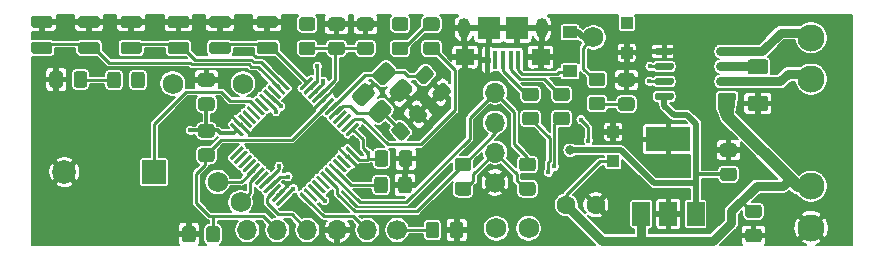
<source format=gtl>
%TF.GenerationSoftware,KiCad,Pcbnew,(5.1.9)-1*%
%TF.CreationDate,2021-05-22T10:51:53+02:00*%
%TF.ProjectId,SPD_DC_MotorHBridge,5350445f-4443-45f4-9d6f-746f72484272,rev?*%
%TF.SameCoordinates,Original*%
%TF.FileFunction,Copper,L1,Top*%
%TF.FilePolarity,Positive*%
%FSLAX46Y46*%
G04 Gerber Fmt 4.6, Leading zero omitted, Abs format (unit mm)*
G04 Created by KiCad (PCBNEW (5.1.9)-1) date 2021-05-22 10:51:53*
%MOMM*%
%LPD*%
G01*
G04 APERTURE LIST*
%TA.AperFunction,ComponentPad*%
%ADD10C,0.450000*%
%TD*%
%TA.AperFunction,SMDPad,CuDef*%
%ADD11R,2.410000X3.100000*%
%TD*%
%TA.AperFunction,ComponentPad*%
%ADD12C,2.300000*%
%TD*%
%TA.AperFunction,ComponentPad*%
%ADD13O,1.700000X1.700000*%
%TD*%
%TA.AperFunction,ComponentPad*%
%ADD14C,1.700000*%
%TD*%
%TA.AperFunction,ComponentPad*%
%ADD15C,1.750000*%
%TD*%
%TA.AperFunction,SMDPad,CuDef*%
%ADD16R,1.000000X1.000000*%
%TD*%
%TA.AperFunction,SMDPad,CuDef*%
%ADD17R,1.200000X1.000000*%
%TD*%
%TA.AperFunction,SMDPad,CuDef*%
%ADD18R,1.900000X1.900000*%
%TD*%
%TA.AperFunction,ComponentPad*%
%ADD19O,1.000000X1.700000*%
%TD*%
%TA.AperFunction,SMDPad,CuDef*%
%ADD20R,0.400000X1.650000*%
%TD*%
%TA.AperFunction,SMDPad,CuDef*%
%ADD21R,1.600000X1.400000*%
%TD*%
%TA.AperFunction,SMDPad,CuDef*%
%ADD22R,1.500000X2.000000*%
%TD*%
%TA.AperFunction,SMDPad,CuDef*%
%ADD23R,3.800000X2.000000*%
%TD*%
%TA.AperFunction,ComponentPad*%
%ADD24C,1.600000*%
%TD*%
%TA.AperFunction,ComponentPad*%
%ADD25C,2.000000*%
%TD*%
%TA.AperFunction,ComponentPad*%
%ADD26R,2.000000X2.000000*%
%TD*%
%TA.AperFunction,ViaPad*%
%ADD27C,0.450000*%
%TD*%
%TA.AperFunction,ViaPad*%
%ADD28C,0.800000*%
%TD*%
%TA.AperFunction,Conductor*%
%ADD29C,0.254000*%
%TD*%
%TA.AperFunction,Conductor*%
%ADD30C,0.500000*%
%TD*%
%TA.AperFunction,Conductor*%
%ADD31C,0.800000*%
%TD*%
%TA.AperFunction,Conductor*%
%ADD32C,0.300000*%
%TD*%
%TA.AperFunction,Conductor*%
%ADD33C,1.000000*%
%TD*%
%TA.AperFunction,Conductor*%
%ADD34C,0.200000*%
%TD*%
%TA.AperFunction,Conductor*%
%ADD35C,0.100000*%
%TD*%
%TA.AperFunction,Conductor*%
%ADD36C,0.152000*%
%TD*%
G04 APERTURE END LIST*
%TO.P,R2,2*%
%TO.N,GND*%
%TA.AperFunction,SMDPad,CuDef*%
G36*
G01*
X61160500Y-7123000D02*
X62410500Y-7123000D01*
G75*
G02*
X62660500Y-7373000I0J-250000D01*
G01*
X62660500Y-8173000D01*
G75*
G02*
X62410500Y-8423000I-250000J0D01*
G01*
X61160500Y-8423000D01*
G75*
G02*
X60910500Y-8173000I0J250000D01*
G01*
X60910500Y-7373000D01*
G75*
G02*
X61160500Y-7123000I250000J0D01*
G01*
G37*
%TD.AperFunction*%
%TO.P,R2,1*%
%TO.N,/IM*%
%TA.AperFunction,SMDPad,CuDef*%
G36*
G01*
X61160500Y-4023000D02*
X62410500Y-4023000D01*
G75*
G02*
X62660500Y-4273000I0J-250000D01*
G01*
X62660500Y-5073000D01*
G75*
G02*
X62410500Y-5323000I-250000J0D01*
G01*
X61160500Y-5323000D01*
G75*
G02*
X60910500Y-5073000I0J250000D01*
G01*
X60910500Y-4273000D01*
G75*
G02*
X61160500Y-4023000I250000J0D01*
G01*
G37*
%TD.AperFunction*%
%TD*%
D10*
%TO.P,U3,1*%
%TO.N,GND*%
X56972200Y-5930900D03*
X56972200Y-4660900D03*
X56007000Y-4660900D03*
X56007000Y-5930900D03*
X56515000Y-6591300D03*
X56515000Y-5270500D03*
X56515000Y-3970500D03*
X57470000Y-6570500D03*
X55560000Y-6570500D03*
X57470000Y-5270500D03*
X55560000Y-5270500D03*
X57470000Y-3970500D03*
X55560000Y-3970500D03*
D11*
X56515000Y-5270500D03*
%TO.P,U3,8*%
%TO.N,/MA*%
%TA.AperFunction,SMDPad,CuDef*%
G36*
G01*
X58365000Y-3515500D02*
X58365000Y-3215500D01*
G75*
G02*
X58515000Y-3065500I150000J0D01*
G01*
X59815000Y-3065500D01*
G75*
G02*
X59965000Y-3215500I0J-150000D01*
G01*
X59965000Y-3515500D01*
G75*
G02*
X59815000Y-3665500I-150000J0D01*
G01*
X58515000Y-3665500D01*
G75*
G02*
X58365000Y-3515500I0J150000D01*
G01*
G37*
%TD.AperFunction*%
%TO.P,U3,7*%
%TO.N,/IM*%
%TA.AperFunction,SMDPad,CuDef*%
G36*
G01*
X58365000Y-4785500D02*
X58365000Y-4485500D01*
G75*
G02*
X58515000Y-4335500I150000J0D01*
G01*
X59815000Y-4335500D01*
G75*
G02*
X59965000Y-4485500I0J-150000D01*
G01*
X59965000Y-4785500D01*
G75*
G02*
X59815000Y-4935500I-150000J0D01*
G01*
X58515000Y-4935500D01*
G75*
G02*
X58365000Y-4785500I0J150000D01*
G01*
G37*
%TD.AperFunction*%
%TO.P,U3,6*%
%TO.N,/MB*%
%TA.AperFunction,SMDPad,CuDef*%
G36*
G01*
X58365000Y-6055500D02*
X58365000Y-5755500D01*
G75*
G02*
X58515000Y-5605500I150000J0D01*
G01*
X59815000Y-5605500D01*
G75*
G02*
X59965000Y-5755500I0J-150000D01*
G01*
X59965000Y-6055500D01*
G75*
G02*
X59815000Y-6205500I-150000J0D01*
G01*
X58515000Y-6205500D01*
G75*
G02*
X58365000Y-6055500I0J150000D01*
G01*
G37*
%TD.AperFunction*%
%TO.P,U3,5*%
%TO.N,+9V*%
%TA.AperFunction,SMDPad,CuDef*%
G36*
G01*
X58365000Y-7325500D02*
X58365000Y-7025500D01*
G75*
G02*
X58515000Y-6875500I150000J0D01*
G01*
X59815000Y-6875500D01*
G75*
G02*
X59965000Y-7025500I0J-150000D01*
G01*
X59965000Y-7325500D01*
G75*
G02*
X59815000Y-7475500I-150000J0D01*
G01*
X58515000Y-7475500D01*
G75*
G02*
X58365000Y-7325500I0J150000D01*
G01*
G37*
%TD.AperFunction*%
%TO.P,U3,4*%
%TO.N,+3V3*%
%TA.AperFunction,SMDPad,CuDef*%
G36*
G01*
X53065000Y-7325500D02*
X53065000Y-7025500D01*
G75*
G02*
X53215000Y-6875500I150000J0D01*
G01*
X54515000Y-6875500D01*
G75*
G02*
X54665000Y-7025500I0J-150000D01*
G01*
X54665000Y-7325500D01*
G75*
G02*
X54515000Y-7475500I-150000J0D01*
G01*
X53215000Y-7475500D01*
G75*
G02*
X53065000Y-7325500I0J150000D01*
G01*
G37*
%TD.AperFunction*%
%TO.P,U3,3*%
%TO.N,/PB*%
%TA.AperFunction,SMDPad,CuDef*%
G36*
G01*
X53065000Y-6055500D02*
X53065000Y-5755500D01*
G75*
G02*
X53215000Y-5605500I150000J0D01*
G01*
X54515000Y-5605500D01*
G75*
G02*
X54665000Y-5755500I0J-150000D01*
G01*
X54665000Y-6055500D01*
G75*
G02*
X54515000Y-6205500I-150000J0D01*
G01*
X53215000Y-6205500D01*
G75*
G02*
X53065000Y-6055500I0J150000D01*
G01*
G37*
%TD.AperFunction*%
%TO.P,U3,2*%
%TO.N,/PA*%
%TA.AperFunction,SMDPad,CuDef*%
G36*
G01*
X53065000Y-4785500D02*
X53065000Y-4485500D01*
G75*
G02*
X53215000Y-4335500I150000J0D01*
G01*
X54515000Y-4335500D01*
G75*
G02*
X54665000Y-4485500I0J-150000D01*
G01*
X54665000Y-4785500D01*
G75*
G02*
X54515000Y-4935500I-150000J0D01*
G01*
X53215000Y-4935500D01*
G75*
G02*
X53065000Y-4785500I0J150000D01*
G01*
G37*
%TD.AperFunction*%
%TO.P,U3,1*%
%TO.N,GND*%
%TA.AperFunction,SMDPad,CuDef*%
G36*
G01*
X53065000Y-3515500D02*
X53065000Y-3215500D01*
G75*
G02*
X53215000Y-3065500I150000J0D01*
G01*
X54515000Y-3065500D01*
G75*
G02*
X54665000Y-3215500I0J-150000D01*
G01*
X54665000Y-3515500D01*
G75*
G02*
X54515000Y-3665500I-150000J0D01*
G01*
X53215000Y-3665500D01*
G75*
G02*
X53065000Y-3515500I0J150000D01*
G01*
G37*
%TD.AperFunction*%
%TD*%
D12*
%TO.P,J1,2*%
%TO.N,/MA*%
X66294000Y-2215000D03*
%TO.P,J1,1*%
%TO.N,/MB*%
X66294000Y-5715000D03*
%TD*%
%TO.P,Y1,4*%
%TO.N,GND*%
%TA.AperFunction,SMDPad,CuDef*%
G36*
G01*
X27992102Y-7918660D02*
X27497127Y-7423685D01*
G75*
G02*
X27497127Y-6928711I247487J247487D01*
G01*
X28274944Y-6150894D01*
G75*
G02*
X28769918Y-6150894I247487J-247487D01*
G01*
X29264893Y-6645869D01*
G75*
G02*
X29264893Y-7140843I-247487J-247487D01*
G01*
X28487076Y-7918660D01*
G75*
G02*
X27992102Y-7918660I-247487J247487D01*
G01*
G37*
%TD.AperFunction*%
%TO.P,Y1,3*%
%TO.N,Net-(C2-Pad1)*%
%TA.AperFunction,SMDPad,CuDef*%
G36*
G01*
X29759869Y-6150893D02*
X29264894Y-5655918D01*
G75*
G02*
X29264894Y-5160944I247487J247487D01*
G01*
X30042711Y-4383127D01*
G75*
G02*
X30537685Y-4383127I247487J-247487D01*
G01*
X31032660Y-4878102D01*
G75*
G02*
X31032660Y-5373076I-247487J-247487D01*
G01*
X30254843Y-6150893D01*
G75*
G02*
X29759869Y-6150893I-247487J247487D01*
G01*
G37*
%TD.AperFunction*%
%TO.P,Y1,2*%
%TO.N,GND*%
%TA.AperFunction,SMDPad,CuDef*%
G36*
G01*
X31174082Y-7565106D02*
X30679107Y-7070131D01*
G75*
G02*
X30679107Y-6575157I247487J247487D01*
G01*
X31456924Y-5797340D01*
G75*
G02*
X31951898Y-5797340I247487J-247487D01*
G01*
X32446873Y-6292315D01*
G75*
G02*
X32446873Y-6787289I-247487J-247487D01*
G01*
X31669056Y-7565106D01*
G75*
G02*
X31174082Y-7565106I-247487J247487D01*
G01*
G37*
%TD.AperFunction*%
%TO.P,Y1,1*%
%TO.N,Net-(C1-Pad1)*%
%TA.AperFunction,SMDPad,CuDef*%
G36*
G01*
X29406315Y-9332873D02*
X28911340Y-8837898D01*
G75*
G02*
X28911340Y-8342924I247487J247487D01*
G01*
X29689157Y-7565107D01*
G75*
G02*
X30184131Y-7565107I247487J-247487D01*
G01*
X30679106Y-8060082D01*
G75*
G02*
X30679106Y-8555056I-247487J-247487D01*
G01*
X29901289Y-9332873D01*
G75*
G02*
X29406315Y-9332873I-247487J247487D01*
G01*
G37*
%TD.AperFunction*%
%TD*%
D13*
%TO.P,J4,6*%
%TO.N,/SWO*%
X18542000Y-18491200D03*
%TO.P,J4,5*%
%TO.N,/NRST*%
X21082000Y-18491200D03*
%TO.P,J4,4*%
%TO.N,/SWDIO*%
X23622000Y-18491200D03*
%TO.P,J4,3*%
%TO.N,GND*%
X26162000Y-18491200D03*
%TO.P,J4,2*%
%TO.N,/SWCLK*%
X28702000Y-18491200D03*
D14*
%TO.P,J4,1*%
%TO.N,+3V3*%
X31242000Y-18491200D03*
%TD*%
%TO.P,R12,2*%
%TO.N,+3V3*%
%TA.AperFunction,SMDPad,CuDef*%
G36*
G01*
X31946001Y-1632800D02*
X31045999Y-1632800D01*
G75*
G02*
X30796000Y-1382801I0J249999D01*
G01*
X30796000Y-732799D01*
G75*
G02*
X31045999Y-482800I249999J0D01*
G01*
X31946001Y-482800D01*
G75*
G02*
X32196000Y-732799I0J-249999D01*
G01*
X32196000Y-1382801D01*
G75*
G02*
X31946001Y-1632800I-249999J0D01*
G01*
G37*
%TD.AperFunction*%
%TO.P,R12,1*%
%TO.N,Net-(D7-Pad2)*%
%TA.AperFunction,SMDPad,CuDef*%
G36*
G01*
X31946001Y-3682800D02*
X31045999Y-3682800D01*
G75*
G02*
X30796000Y-3432801I0J249999D01*
G01*
X30796000Y-2782799D01*
G75*
G02*
X31045999Y-2532800I249999J0D01*
G01*
X31946001Y-2532800D01*
G75*
G02*
X32196000Y-2782799I0J-249999D01*
G01*
X32196000Y-3432801D01*
G75*
G02*
X31946001Y-3682800I-249999J0D01*
G01*
G37*
%TD.AperFunction*%
%TD*%
%TO.P,D7,2*%
%TO.N,Net-(D7-Pad2)*%
%TA.AperFunction,SMDPad,CuDef*%
G36*
G01*
X34587601Y-1632800D02*
X33687599Y-1632800D01*
G75*
G02*
X33437600Y-1382801I0J249999D01*
G01*
X33437600Y-732799D01*
G75*
G02*
X33687599Y-482800I249999J0D01*
G01*
X34587601Y-482800D01*
G75*
G02*
X34837600Y-732799I0J-249999D01*
G01*
X34837600Y-1382801D01*
G75*
G02*
X34587601Y-1632800I-249999J0D01*
G01*
G37*
%TD.AperFunction*%
%TO.P,D7,1*%
%TO.N,/LED13*%
%TA.AperFunction,SMDPad,CuDef*%
G36*
G01*
X34587601Y-3682800D02*
X33687599Y-3682800D01*
G75*
G02*
X33437600Y-3432801I0J249999D01*
G01*
X33437600Y-2782799D01*
G75*
G02*
X33687599Y-2532800I249999J0D01*
G01*
X34587601Y-2532800D01*
G75*
G02*
X34837600Y-2782799I0J-249999D01*
G01*
X34837600Y-3432801D01*
G75*
G02*
X34587601Y-3682800I-249999J0D01*
G01*
G37*
%TD.AperFunction*%
%TD*%
%TO.P,R15,2*%
%TO.N,Net-(D6-Pad2)*%
%TA.AperFunction,SMDPad,CuDef*%
G36*
G01*
X7830400Y-5341199D02*
X7830400Y-6241201D01*
G75*
G02*
X7580401Y-6491200I-249999J0D01*
G01*
X6930399Y-6491200D01*
G75*
G02*
X6680400Y-6241201I0J249999D01*
G01*
X6680400Y-5341199D01*
G75*
G02*
X6930399Y-5091200I249999J0D01*
G01*
X7580401Y-5091200D01*
G75*
G02*
X7830400Y-5341199I0J-249999D01*
G01*
G37*
%TD.AperFunction*%
%TO.P,R15,1*%
%TO.N,+3V3*%
%TA.AperFunction,SMDPad,CuDef*%
G36*
G01*
X9880400Y-5341199D02*
X9880400Y-6241201D01*
G75*
G02*
X9630401Y-6491200I-249999J0D01*
G01*
X8980399Y-6491200D01*
G75*
G02*
X8730400Y-6241201I0J249999D01*
G01*
X8730400Y-5341199D01*
G75*
G02*
X8980399Y-5091200I249999J0D01*
G01*
X9630401Y-5091200D01*
G75*
G02*
X9880400Y-5341199I0J-249999D01*
G01*
G37*
%TD.AperFunction*%
%TD*%
%TO.P,D6,2*%
%TO.N,Net-(D6-Pad2)*%
%TA.AperFunction,SMDPad,CuDef*%
G36*
G01*
X3853600Y-6190401D02*
X3853600Y-5290399D01*
G75*
G02*
X4103599Y-5040400I249999J0D01*
G01*
X4753601Y-5040400D01*
G75*
G02*
X5003600Y-5290399I0J-249999D01*
G01*
X5003600Y-6190401D01*
G75*
G02*
X4753601Y-6440400I-249999J0D01*
G01*
X4103599Y-6440400D01*
G75*
G02*
X3853600Y-6190401I0J249999D01*
G01*
G37*
%TD.AperFunction*%
%TO.P,D6,1*%
%TO.N,GND*%
%TA.AperFunction,SMDPad,CuDef*%
G36*
G01*
X1803600Y-6190401D02*
X1803600Y-5290399D01*
G75*
G02*
X2053599Y-5040400I249999J0D01*
G01*
X2703601Y-5040400D01*
G75*
G02*
X2953600Y-5290399I0J-249999D01*
G01*
X2953600Y-6190401D01*
G75*
G02*
X2703601Y-6440400I-249999J0D01*
G01*
X2053599Y-6440400D01*
G75*
G02*
X1803600Y-6190401I0J249999D01*
G01*
G37*
%TD.AperFunction*%
%TD*%
D15*
%TO.P,VM1,1*%
%TO.N,/VM*%
X12242800Y-6096000D03*
%TD*%
%TO.P,T1,1*%
%TO.N,Net-(T1-Pad1)*%
X16052800Y-14427200D03*
%TD*%
%TO.P,T0,1*%
%TO.N,Net-(T0-Pad1)*%
X17983200Y-16154400D03*
%TD*%
%TO.P,MP3,1*%
%TO.N,/PB*%
X42367200Y-18338800D03*
%TD*%
%TO.P,MP2,1*%
%TO.N,/PA*%
X39624000Y-18351500D03*
%TD*%
%TO.P,IM1,1*%
%TO.N,/IM*%
X18186400Y-6096000D03*
%TD*%
%TO.P,FB1,2*%
%TO.N,Net-(C10-Pad2)*%
%TA.AperFunction,SMDPad,CuDef*%
G36*
G01*
X23171999Y-2532800D02*
X24072001Y-2532800D01*
G75*
G02*
X24322000Y-2782799I0J-249999D01*
G01*
X24322000Y-3432801D01*
G75*
G02*
X24072001Y-3682800I-249999J0D01*
G01*
X23171999Y-3682800D01*
G75*
G02*
X22922000Y-3432801I0J249999D01*
G01*
X22922000Y-2782799D01*
G75*
G02*
X23171999Y-2532800I249999J0D01*
G01*
G37*
%TD.AperFunction*%
%TO.P,FB1,1*%
%TO.N,+3V3*%
%TA.AperFunction,SMDPad,CuDef*%
G36*
G01*
X23171999Y-482800D02*
X24072001Y-482800D01*
G75*
G02*
X24322000Y-732799I0J-249999D01*
G01*
X24322000Y-1382801D01*
G75*
G02*
X24072001Y-1632800I-249999J0D01*
G01*
X23171999Y-1632800D01*
G75*
G02*
X22922000Y-1382801I0J249999D01*
G01*
X22922000Y-732799D01*
G75*
G02*
X23171999Y-482800I249999J0D01*
G01*
G37*
%TD.AperFunction*%
%TD*%
%TO.P,R14,2*%
%TO.N,Net-(J5-Pad3)*%
%TA.AperFunction,SMDPad,CuDef*%
G36*
G01*
X42969601Y-7576400D02*
X42069599Y-7576400D01*
G75*
G02*
X41819600Y-7326401I0J249999D01*
G01*
X41819600Y-6676399D01*
G75*
G02*
X42069599Y-6426400I249999J0D01*
G01*
X42969601Y-6426400D01*
G75*
G02*
X43219600Y-6676399I0J-249999D01*
G01*
X43219600Y-7326401D01*
G75*
G02*
X42969601Y-7576400I-249999J0D01*
G01*
G37*
%TD.AperFunction*%
%TO.P,R14,1*%
%TO.N,/USB_DP*%
%TA.AperFunction,SMDPad,CuDef*%
G36*
G01*
X42969601Y-9626400D02*
X42069599Y-9626400D01*
G75*
G02*
X41819600Y-9376401I0J249999D01*
G01*
X41819600Y-8726399D01*
G75*
G02*
X42069599Y-8476400I249999J0D01*
G01*
X42969601Y-8476400D01*
G75*
G02*
X43219600Y-8726399I0J-249999D01*
G01*
X43219600Y-9376401D01*
G75*
G02*
X42969601Y-9626400I-249999J0D01*
G01*
G37*
%TD.AperFunction*%
%TD*%
%TO.P,R13,2*%
%TO.N,Net-(J5-Pad2)*%
%TA.AperFunction,SMDPad,CuDef*%
G36*
G01*
X45611201Y-7576400D02*
X44711199Y-7576400D01*
G75*
G02*
X44461200Y-7326401I0J249999D01*
G01*
X44461200Y-6676399D01*
G75*
G02*
X44711199Y-6426400I249999J0D01*
G01*
X45611201Y-6426400D01*
G75*
G02*
X45861200Y-6676399I0J-249999D01*
G01*
X45861200Y-7326401D01*
G75*
G02*
X45611201Y-7576400I-249999J0D01*
G01*
G37*
%TD.AperFunction*%
%TO.P,R13,1*%
%TO.N,/USB_DM*%
%TA.AperFunction,SMDPad,CuDef*%
G36*
G01*
X45611201Y-9626400D02*
X44711199Y-9626400D01*
G75*
G02*
X44461200Y-9376401I0J249999D01*
G01*
X44461200Y-8726399D01*
G75*
G02*
X44711199Y-8476400I249999J0D01*
G01*
X45611201Y-8476400D01*
G75*
G02*
X45861200Y-8726399I0J-249999D01*
G01*
X45861200Y-9376401D01*
G75*
G02*
X45611201Y-9626400I-249999J0D01*
G01*
G37*
%TD.AperFunction*%
%TD*%
%TO.P,R9,2*%
%TO.N,/SDA*%
%TA.AperFunction,SMDPad,CuDef*%
G36*
G01*
X42715601Y-13520000D02*
X41815599Y-13520000D01*
G75*
G02*
X41565600Y-13270001I0J249999D01*
G01*
X41565600Y-12619999D01*
G75*
G02*
X41815599Y-12370000I249999J0D01*
G01*
X42715601Y-12370000D01*
G75*
G02*
X42965600Y-12619999I0J-249999D01*
G01*
X42965600Y-13270001D01*
G75*
G02*
X42715601Y-13520000I-249999J0D01*
G01*
G37*
%TD.AperFunction*%
%TO.P,R9,1*%
%TO.N,+3V3*%
%TA.AperFunction,SMDPad,CuDef*%
G36*
G01*
X42715601Y-15570000D02*
X41815599Y-15570000D01*
G75*
G02*
X41565600Y-15320001I0J249999D01*
G01*
X41565600Y-14669999D01*
G75*
G02*
X41815599Y-14420000I249999J0D01*
G01*
X42715601Y-14420000D01*
G75*
G02*
X42965600Y-14669999I0J-249999D01*
G01*
X42965600Y-15320001D01*
G75*
G02*
X42715601Y-15570000I-249999J0D01*
G01*
G37*
%TD.AperFunction*%
%TD*%
%TO.P,R8,2*%
%TO.N,/SCL*%
%TA.AperFunction,SMDPad,CuDef*%
G36*
G01*
X37280001Y-13520000D02*
X36379999Y-13520000D01*
G75*
G02*
X36130000Y-13270001I0J249999D01*
G01*
X36130000Y-12619999D01*
G75*
G02*
X36379999Y-12370000I249999J0D01*
G01*
X37280001Y-12370000D01*
G75*
G02*
X37530000Y-12619999I0J-249999D01*
G01*
X37530000Y-13270001D01*
G75*
G02*
X37280001Y-13520000I-249999J0D01*
G01*
G37*
%TD.AperFunction*%
%TO.P,R8,1*%
%TO.N,+3V3*%
%TA.AperFunction,SMDPad,CuDef*%
G36*
G01*
X37280001Y-15570000D02*
X36379999Y-15570000D01*
G75*
G02*
X36130000Y-15320001I0J249999D01*
G01*
X36130000Y-14669999D01*
G75*
G02*
X36379999Y-14420000I249999J0D01*
G01*
X37280001Y-14420000D01*
G75*
G02*
X37530000Y-14669999I0J-249999D01*
G01*
X37530000Y-15320001D01*
G75*
G02*
X37280001Y-15570000I-249999J0D01*
G01*
G37*
%TD.AperFunction*%
%TD*%
%TO.P,R7,2*%
%TO.N,GND*%
%TA.AperFunction,SMDPad,CuDef*%
G36*
G01*
X31336400Y-15131201D02*
X31336400Y-14231199D01*
G75*
G02*
X31586399Y-13981200I249999J0D01*
G01*
X32236401Y-13981200D01*
G75*
G02*
X32486400Y-14231199I0J-249999D01*
G01*
X32486400Y-15131201D01*
G75*
G02*
X32236401Y-15381200I-249999J0D01*
G01*
X31586399Y-15381200D01*
G75*
G02*
X31336400Y-15131201I0J249999D01*
G01*
G37*
%TD.AperFunction*%
%TO.P,R7,1*%
%TO.N,Net-(R7-Pad1)*%
%TA.AperFunction,SMDPad,CuDef*%
G36*
G01*
X29286400Y-15131201D02*
X29286400Y-14231199D01*
G75*
G02*
X29536399Y-13981200I249999J0D01*
G01*
X30186401Y-13981200D01*
G75*
G02*
X30436400Y-14231199I0J-249999D01*
G01*
X30436400Y-15131201D01*
G75*
G02*
X30186401Y-15381200I-249999J0D01*
G01*
X29536399Y-15381200D01*
G75*
G02*
X29286400Y-15131201I0J249999D01*
G01*
G37*
%TD.AperFunction*%
%TD*%
%TO.P,R6,2*%
%TO.N,/NRST*%
%TA.AperFunction,SMDPad,CuDef*%
G36*
G01*
X14637599Y-11575200D02*
X15537601Y-11575200D01*
G75*
G02*
X15787600Y-11825199I0J-249999D01*
G01*
X15787600Y-12475201D01*
G75*
G02*
X15537601Y-12725200I-249999J0D01*
G01*
X14637599Y-12725200D01*
G75*
G02*
X14387600Y-12475201I0J249999D01*
G01*
X14387600Y-11825199D01*
G75*
G02*
X14637599Y-11575200I249999J0D01*
G01*
G37*
%TD.AperFunction*%
%TO.P,R6,1*%
%TO.N,+3V3*%
%TA.AperFunction,SMDPad,CuDef*%
G36*
G01*
X14637599Y-9525200D02*
X15537601Y-9525200D01*
G75*
G02*
X15787600Y-9775199I0J-249999D01*
G01*
X15787600Y-10425201D01*
G75*
G02*
X15537601Y-10675200I-249999J0D01*
G01*
X14637599Y-10675200D01*
G75*
G02*
X14387600Y-10425201I0J249999D01*
G01*
X14387600Y-9775199D01*
G75*
G02*
X14637599Y-9525200I249999J0D01*
G01*
G37*
%TD.AperFunction*%
%TD*%
%TO.P,R5,2*%
%TO.N,GND*%
%TA.AperFunction,SMDPad,CuDef*%
G36*
G01*
X51097601Y-6357200D02*
X50197599Y-6357200D01*
G75*
G02*
X49947600Y-6107201I0J249999D01*
G01*
X49947600Y-5457199D01*
G75*
G02*
X50197599Y-5207200I249999J0D01*
G01*
X51097601Y-5207200D01*
G75*
G02*
X51347600Y-5457199I0J-249999D01*
G01*
X51347600Y-6107201D01*
G75*
G02*
X51097601Y-6357200I-249999J0D01*
G01*
G37*
%TD.AperFunction*%
%TO.P,R5,1*%
%TO.N,/VM*%
%TA.AperFunction,SMDPad,CuDef*%
G36*
G01*
X51097601Y-8407200D02*
X50197599Y-8407200D01*
G75*
G02*
X49947600Y-8157201I0J249999D01*
G01*
X49947600Y-7507199D01*
G75*
G02*
X50197599Y-7257200I249999J0D01*
G01*
X51097601Y-7257200D01*
G75*
G02*
X51347600Y-7507199I0J-249999D01*
G01*
X51347600Y-8157201D01*
G75*
G02*
X51097601Y-8407200I-249999J0D01*
G01*
G37*
%TD.AperFunction*%
%TD*%
%TO.P,R4,2*%
%TO.N,/VM*%
%TA.AperFunction,SMDPad,CuDef*%
G36*
G01*
X47708399Y-7206400D02*
X48608401Y-7206400D01*
G75*
G02*
X48858400Y-7456399I0J-249999D01*
G01*
X48858400Y-8106401D01*
G75*
G02*
X48608401Y-8356400I-249999J0D01*
G01*
X47708399Y-8356400D01*
G75*
G02*
X47458400Y-8106401I0J249999D01*
G01*
X47458400Y-7456399D01*
G75*
G02*
X47708399Y-7206400I249999J0D01*
G01*
G37*
%TD.AperFunction*%
%TO.P,R4,1*%
%TO.N,+9V*%
%TA.AperFunction,SMDPad,CuDef*%
G36*
G01*
X47708399Y-5156400D02*
X48608401Y-5156400D01*
G75*
G02*
X48858400Y-5406399I0J-249999D01*
G01*
X48858400Y-6056401D01*
G75*
G02*
X48608401Y-6306400I-249999J0D01*
G01*
X47708399Y-6306400D01*
G75*
G02*
X47458400Y-6056401I0J249999D01*
G01*
X47458400Y-5406399D01*
G75*
G02*
X47708399Y-5156400I249999J0D01*
G01*
G37*
%TD.AperFunction*%
%TD*%
%TO.P,C11,2*%
%TO.N,Net-(C10-Pad2)*%
%TA.AperFunction,SMDPad,CuDef*%
G36*
G01*
X25661199Y-2532800D02*
X26561201Y-2532800D01*
G75*
G02*
X26811200Y-2782799I0J-249999D01*
G01*
X26811200Y-3432801D01*
G75*
G02*
X26561201Y-3682800I-249999J0D01*
G01*
X25661199Y-3682800D01*
G75*
G02*
X25411200Y-3432801I0J249999D01*
G01*
X25411200Y-2782799D01*
G75*
G02*
X25661199Y-2532800I249999J0D01*
G01*
G37*
%TD.AperFunction*%
%TO.P,C11,1*%
%TO.N,GND*%
%TA.AperFunction,SMDPad,CuDef*%
G36*
G01*
X25661199Y-482800D02*
X26561201Y-482800D01*
G75*
G02*
X26811200Y-732799I0J-249999D01*
G01*
X26811200Y-1382801D01*
G75*
G02*
X26561201Y-1632800I-249999J0D01*
G01*
X25661199Y-1632800D01*
G75*
G02*
X25411200Y-1382801I0J249999D01*
G01*
X25411200Y-732799D01*
G75*
G02*
X25661199Y-482800I249999J0D01*
G01*
G37*
%TD.AperFunction*%
%TD*%
%TO.P,C10,2*%
%TO.N,Net-(C10-Pad2)*%
%TA.AperFunction,SMDPad,CuDef*%
G36*
G01*
X28099599Y-2532800D02*
X28999601Y-2532800D01*
G75*
G02*
X29249600Y-2782799I0J-249999D01*
G01*
X29249600Y-3432801D01*
G75*
G02*
X28999601Y-3682800I-249999J0D01*
G01*
X28099599Y-3682800D01*
G75*
G02*
X27849600Y-3432801I0J249999D01*
G01*
X27849600Y-2782799D01*
G75*
G02*
X28099599Y-2532800I249999J0D01*
G01*
G37*
%TD.AperFunction*%
%TO.P,C10,1*%
%TO.N,GND*%
%TA.AperFunction,SMDPad,CuDef*%
G36*
G01*
X28099599Y-482800D02*
X28999601Y-482800D01*
G75*
G02*
X29249600Y-732799I0J-249999D01*
G01*
X29249600Y-1382801D01*
G75*
G02*
X28999601Y-1632800I-249999J0D01*
G01*
X28099599Y-1632800D01*
G75*
G02*
X27849600Y-1382801I0J249999D01*
G01*
X27849600Y-732799D01*
G75*
G02*
X28099599Y-482800I249999J0D01*
G01*
G37*
%TD.AperFunction*%
%TD*%
%TO.P,C9,2*%
%TO.N,GND*%
%TA.AperFunction,SMDPad,CuDef*%
G36*
G01*
X31387200Y-12896001D02*
X31387200Y-11995999D01*
G75*
G02*
X31637199Y-11746000I249999J0D01*
G01*
X32287201Y-11746000D01*
G75*
G02*
X32537200Y-11995999I0J-249999D01*
G01*
X32537200Y-12896001D01*
G75*
G02*
X32287201Y-13146000I-249999J0D01*
G01*
X31637199Y-13146000D01*
G75*
G02*
X31387200Y-12896001I0J249999D01*
G01*
G37*
%TD.AperFunction*%
%TO.P,C9,1*%
%TO.N,+3V3*%
%TA.AperFunction,SMDPad,CuDef*%
G36*
G01*
X29337200Y-12896001D02*
X29337200Y-11995999D01*
G75*
G02*
X29587199Y-11746000I249999J0D01*
G01*
X30237201Y-11746000D01*
G75*
G02*
X30487200Y-11995999I0J-249999D01*
G01*
X30487200Y-12896001D01*
G75*
G02*
X30237201Y-13146000I-249999J0D01*
G01*
X29587199Y-13146000D01*
G75*
G02*
X29337200Y-12896001I0J249999D01*
G01*
G37*
%TD.AperFunction*%
%TD*%
%TO.P,C8,2*%
%TO.N,GND*%
%TA.AperFunction,SMDPad,CuDef*%
G36*
G01*
X15537601Y-6357200D02*
X14637599Y-6357200D01*
G75*
G02*
X14387600Y-6107201I0J249999D01*
G01*
X14387600Y-5457199D01*
G75*
G02*
X14637599Y-5207200I249999J0D01*
G01*
X15537601Y-5207200D01*
G75*
G02*
X15787600Y-5457199I0J-249999D01*
G01*
X15787600Y-6107201D01*
G75*
G02*
X15537601Y-6357200I-249999J0D01*
G01*
G37*
%TD.AperFunction*%
%TO.P,C8,1*%
%TO.N,+3V3*%
%TA.AperFunction,SMDPad,CuDef*%
G36*
G01*
X15537601Y-8407200D02*
X14637599Y-8407200D01*
G75*
G02*
X14387600Y-8157201I0J249999D01*
G01*
X14387600Y-7507199D01*
G75*
G02*
X14637599Y-7257200I249999J0D01*
G01*
X15537601Y-7257200D01*
G75*
G02*
X15787600Y-7507199I0J-249999D01*
G01*
X15787600Y-8157201D01*
G75*
G02*
X15537601Y-8407200I-249999J0D01*
G01*
G37*
%TD.AperFunction*%
%TD*%
%TO.P,C7,2*%
%TO.N,+3V3*%
%TA.AperFunction,SMDPad,CuDef*%
G36*
G01*
X58833599Y-13200800D02*
X59733601Y-13200800D01*
G75*
G02*
X59983600Y-13450799I0J-249999D01*
G01*
X59983600Y-14100801D01*
G75*
G02*
X59733601Y-14350800I-249999J0D01*
G01*
X58833599Y-14350800D01*
G75*
G02*
X58583600Y-14100801I0J249999D01*
G01*
X58583600Y-13450799D01*
G75*
G02*
X58833599Y-13200800I249999J0D01*
G01*
G37*
%TD.AperFunction*%
%TO.P,C7,1*%
%TO.N,GND*%
%TA.AperFunction,SMDPad,CuDef*%
G36*
G01*
X58833599Y-11150800D02*
X59733601Y-11150800D01*
G75*
G02*
X59983600Y-11400799I0J-249999D01*
G01*
X59983600Y-12050801D01*
G75*
G02*
X59733601Y-12300800I-249999J0D01*
G01*
X58833599Y-12300800D01*
G75*
G02*
X58583600Y-12050801I0J249999D01*
G01*
X58583600Y-11400799D01*
G75*
G02*
X58833599Y-11150800I249999J0D01*
G01*
G37*
%TD.AperFunction*%
%TD*%
%TO.P,C6,2*%
%TO.N,GND*%
%TA.AperFunction,SMDPad,CuDef*%
G36*
G01*
X35705200Y-18941201D02*
X35705200Y-18041199D01*
G75*
G02*
X35955199Y-17791200I249999J0D01*
G01*
X36605201Y-17791200D01*
G75*
G02*
X36855200Y-18041199I0J-249999D01*
G01*
X36855200Y-18941201D01*
G75*
G02*
X36605201Y-19191200I-249999J0D01*
G01*
X35955199Y-19191200D01*
G75*
G02*
X35705200Y-18941201I0J249999D01*
G01*
G37*
%TD.AperFunction*%
%TO.P,C6,1*%
%TO.N,+3V3*%
%TA.AperFunction,SMDPad,CuDef*%
G36*
G01*
X33655200Y-18941201D02*
X33655200Y-18041199D01*
G75*
G02*
X33905199Y-17791200I249999J0D01*
G01*
X34555201Y-17791200D01*
G75*
G02*
X34805200Y-18041199I0J-249999D01*
G01*
X34805200Y-18941201D01*
G75*
G02*
X34555201Y-19191200I-249999J0D01*
G01*
X33905199Y-19191200D01*
G75*
G02*
X33655200Y-18941201I0J249999D01*
G01*
G37*
%TD.AperFunction*%
%TD*%
%TO.P,C5,2*%
%TO.N,+9V*%
%TA.AperFunction,SMDPad,CuDef*%
G36*
G01*
X61867201Y-17482400D02*
X60967199Y-17482400D01*
G75*
G02*
X60717200Y-17232401I0J249999D01*
G01*
X60717200Y-16582399D01*
G75*
G02*
X60967199Y-16332400I249999J0D01*
G01*
X61867201Y-16332400D01*
G75*
G02*
X62117200Y-16582399I0J-249999D01*
G01*
X62117200Y-17232401D01*
G75*
G02*
X61867201Y-17482400I-249999J0D01*
G01*
G37*
%TD.AperFunction*%
%TO.P,C5,1*%
%TO.N,GND*%
%TA.AperFunction,SMDPad,CuDef*%
G36*
G01*
X61867201Y-19532400D02*
X60967199Y-19532400D01*
G75*
G02*
X60717200Y-19282401I0J249999D01*
G01*
X60717200Y-18632399D01*
G75*
G02*
X60967199Y-18382400I249999J0D01*
G01*
X61867201Y-18382400D01*
G75*
G02*
X62117200Y-18632399I0J-249999D01*
G01*
X62117200Y-19282401D01*
G75*
G02*
X61867201Y-19532400I-249999J0D01*
G01*
G37*
%TD.AperFunction*%
%TD*%
%TO.P,C4,2*%
%TO.N,GND*%
%TA.AperFunction,SMDPad,CuDef*%
G36*
G01*
X14180400Y-18396799D02*
X14180400Y-19296801D01*
G75*
G02*
X13930401Y-19546800I-249999J0D01*
G01*
X13280399Y-19546800D01*
G75*
G02*
X13030400Y-19296801I0J249999D01*
G01*
X13030400Y-18396799D01*
G75*
G02*
X13280399Y-18146800I249999J0D01*
G01*
X13930401Y-18146800D01*
G75*
G02*
X14180400Y-18396799I0J-249999D01*
G01*
G37*
%TD.AperFunction*%
%TO.P,C4,1*%
%TO.N,/NRST*%
%TA.AperFunction,SMDPad,CuDef*%
G36*
G01*
X16230400Y-18396799D02*
X16230400Y-19296801D01*
G75*
G02*
X15980401Y-19546800I-249999J0D01*
G01*
X15330399Y-19546800D01*
G75*
G02*
X15080400Y-19296801I0J249999D01*
G01*
X15080400Y-18396799D01*
G75*
G02*
X15330399Y-18146800I249999J0D01*
G01*
X15980401Y-18146800D01*
G75*
G02*
X16230400Y-18396799I0J-249999D01*
G01*
G37*
%TD.AperFunction*%
%TD*%
%TO.P,C2,2*%
%TO.N,GND*%
%TA.AperFunction,SMDPad,CuDef*%
G36*
G01*
X34289999Y-6732396D02*
X34926396Y-6095999D01*
G75*
G02*
X35279948Y-6095999I176776J-176776D01*
G01*
X35739569Y-6555620D01*
G75*
G02*
X35739569Y-6909172I-176776J-176776D01*
G01*
X35103172Y-7545569D01*
G75*
G02*
X34749620Y-7545569I-176776J176776D01*
G01*
X34289999Y-7085948D01*
G75*
G02*
X34289999Y-6732396I176776J176776D01*
G01*
G37*
%TD.AperFunction*%
%TO.P,C2,1*%
%TO.N,Net-(C2-Pad1)*%
%TA.AperFunction,SMDPad,CuDef*%
G36*
G01*
X32840431Y-5282828D02*
X33476828Y-4646431D01*
G75*
G02*
X33830380Y-4646431I176776J-176776D01*
G01*
X34290001Y-5106052D01*
G75*
G02*
X34290001Y-5459604I-176776J-176776D01*
G01*
X33653604Y-6096001D01*
G75*
G02*
X33300052Y-6096001I-176776J176776D01*
G01*
X32840431Y-5636380D01*
G75*
G02*
X32840431Y-5282828I176776J176776D01*
G01*
G37*
%TD.AperFunction*%
%TD*%
%TO.P,C1,2*%
%TO.N,GND*%
%TA.AperFunction,SMDPad,CuDef*%
G36*
G01*
X32894396Y-9398001D02*
X32257999Y-8761604D01*
G75*
G02*
X32257999Y-8408052I176776J176776D01*
G01*
X32717620Y-7948431D01*
G75*
G02*
X33071172Y-7948431I176776J-176776D01*
G01*
X33707569Y-8584828D01*
G75*
G02*
X33707569Y-8938380I-176776J-176776D01*
G01*
X33247948Y-9398001D01*
G75*
G02*
X32894396Y-9398001I-176776J176776D01*
G01*
G37*
%TD.AperFunction*%
%TO.P,C1,1*%
%TO.N,Net-(C1-Pad1)*%
%TA.AperFunction,SMDPad,CuDef*%
G36*
G01*
X31444828Y-10847569D02*
X30808431Y-10211172D01*
G75*
G02*
X30808431Y-9857620I176776J176776D01*
G01*
X31268052Y-9397999D01*
G75*
G02*
X31621604Y-9397999I176776J-176776D01*
G01*
X32258001Y-10034396D01*
G75*
G02*
X32258001Y-10387948I-176776J-176776D01*
G01*
X31798380Y-10847569D01*
G75*
G02*
X31444828Y-10847569I-176776J176776D01*
G01*
G37*
%TD.AperFunction*%
%TD*%
%TO.P,SW3,4*%
%TO.N,GND*%
%TA.AperFunction,SMDPad,CuDef*%
G36*
G01*
X2049600Y-518500D02*
X2049600Y-1218500D01*
G75*
G02*
X1899600Y-1368500I-150000J0D01*
G01*
X399600Y-1368500D01*
G75*
G02*
X249600Y-1218500I0J150000D01*
G01*
X249600Y-518500D01*
G75*
G02*
X399600Y-368500I150000J0D01*
G01*
X1899600Y-368500D01*
G75*
G02*
X2049600Y-518500I0J-150000D01*
G01*
G37*
%TD.AperFunction*%
%TO.P,SW3,3*%
%TA.AperFunction,SMDPad,CuDef*%
G36*
G01*
X6049600Y-518500D02*
X6049600Y-1218500D01*
G75*
G02*
X5899600Y-1368500I-150000J0D01*
G01*
X4399600Y-1368500D01*
G75*
G02*
X4249600Y-1218500I0J150000D01*
G01*
X4249600Y-518500D01*
G75*
G02*
X4399600Y-368500I150000J0D01*
G01*
X5899600Y-368500D01*
G75*
G02*
X6049600Y-518500I0J-150000D01*
G01*
G37*
%TD.AperFunction*%
%TO.P,SW3,2*%
%TO.N,/BCFG*%
%TA.AperFunction,SMDPad,CuDef*%
G36*
G01*
X2049600Y-2718500D02*
X2049600Y-3418500D01*
G75*
G02*
X1899600Y-3568500I-150000J0D01*
G01*
X399600Y-3568500D01*
G75*
G02*
X249600Y-3418500I0J150000D01*
G01*
X249600Y-2718500D01*
G75*
G02*
X399600Y-2568500I150000J0D01*
G01*
X1899600Y-2568500D01*
G75*
G02*
X2049600Y-2718500I0J-150000D01*
G01*
G37*
%TD.AperFunction*%
%TO.P,SW3,1*%
%TA.AperFunction,SMDPad,CuDef*%
G36*
G01*
X6049600Y-2718500D02*
X6049600Y-3418500D01*
G75*
G02*
X5899600Y-3568500I-150000J0D01*
G01*
X4399600Y-3568500D01*
G75*
G02*
X4249600Y-3418500I0J150000D01*
G01*
X4249600Y-2718500D01*
G75*
G02*
X4399600Y-2568500I150000J0D01*
G01*
X5899600Y-2568500D01*
G75*
G02*
X6049600Y-2718500I0J-150000D01*
G01*
G37*
%TD.AperFunction*%
%TD*%
%TO.P,SW2,4*%
%TO.N,GND*%
%TA.AperFunction,SMDPad,CuDef*%
G36*
G01*
X9618800Y-531200D02*
X9618800Y-1231200D01*
G75*
G02*
X9468800Y-1381200I-150000J0D01*
G01*
X7968800Y-1381200D01*
G75*
G02*
X7818800Y-1231200I0J150000D01*
G01*
X7818800Y-531200D01*
G75*
G02*
X7968800Y-381200I150000J0D01*
G01*
X9468800Y-381200D01*
G75*
G02*
X9618800Y-531200I0J-150000D01*
G01*
G37*
%TD.AperFunction*%
%TO.P,SW2,3*%
%TA.AperFunction,SMDPad,CuDef*%
G36*
G01*
X13618800Y-531200D02*
X13618800Y-1231200D01*
G75*
G02*
X13468800Y-1381200I-150000J0D01*
G01*
X11968800Y-1381200D01*
G75*
G02*
X11818800Y-1231200I0J150000D01*
G01*
X11818800Y-531200D01*
G75*
G02*
X11968800Y-381200I150000J0D01*
G01*
X13468800Y-381200D01*
G75*
G02*
X13618800Y-531200I0J-150000D01*
G01*
G37*
%TD.AperFunction*%
%TO.P,SW2,2*%
%TO.N,/BPULL*%
%TA.AperFunction,SMDPad,CuDef*%
G36*
G01*
X9618800Y-2731200D02*
X9618800Y-3431200D01*
G75*
G02*
X9468800Y-3581200I-150000J0D01*
G01*
X7968800Y-3581200D01*
G75*
G02*
X7818800Y-3431200I0J150000D01*
G01*
X7818800Y-2731200D01*
G75*
G02*
X7968800Y-2581200I150000J0D01*
G01*
X9468800Y-2581200D01*
G75*
G02*
X9618800Y-2731200I0J-150000D01*
G01*
G37*
%TD.AperFunction*%
%TO.P,SW2,1*%
%TA.AperFunction,SMDPad,CuDef*%
G36*
G01*
X13618800Y-2731200D02*
X13618800Y-3431200D01*
G75*
G02*
X13468800Y-3581200I-150000J0D01*
G01*
X11968800Y-3581200D01*
G75*
G02*
X11818800Y-3431200I0J150000D01*
G01*
X11818800Y-2731200D01*
G75*
G02*
X11968800Y-2581200I150000J0D01*
G01*
X13468800Y-2581200D01*
G75*
G02*
X13618800Y-2731200I0J-150000D01*
G01*
G37*
%TD.AperFunction*%
%TD*%
%TO.P,SW1,4*%
%TO.N,GND*%
%TA.AperFunction,SMDPad,CuDef*%
G36*
G01*
X17137200Y-531200D02*
X17137200Y-1231200D01*
G75*
G02*
X16987200Y-1381200I-150000J0D01*
G01*
X15487200Y-1381200D01*
G75*
G02*
X15337200Y-1231200I0J150000D01*
G01*
X15337200Y-531200D01*
G75*
G02*
X15487200Y-381200I150000J0D01*
G01*
X16987200Y-381200D01*
G75*
G02*
X17137200Y-531200I0J-150000D01*
G01*
G37*
%TD.AperFunction*%
%TO.P,SW1,3*%
%TA.AperFunction,SMDPad,CuDef*%
G36*
G01*
X21137200Y-531200D02*
X21137200Y-1231200D01*
G75*
G02*
X20987200Y-1381200I-150000J0D01*
G01*
X19487200Y-1381200D01*
G75*
G02*
X19337200Y-1231200I0J150000D01*
G01*
X19337200Y-531200D01*
G75*
G02*
X19487200Y-381200I150000J0D01*
G01*
X20987200Y-381200D01*
G75*
G02*
X21137200Y-531200I0J-150000D01*
G01*
G37*
%TD.AperFunction*%
%TO.P,SW1,2*%
%TO.N,/BPUSH*%
%TA.AperFunction,SMDPad,CuDef*%
G36*
G01*
X17137200Y-2731200D02*
X17137200Y-3431200D01*
G75*
G02*
X16987200Y-3581200I-150000J0D01*
G01*
X15487200Y-3581200D01*
G75*
G02*
X15337200Y-3431200I0J150000D01*
G01*
X15337200Y-2731200D01*
G75*
G02*
X15487200Y-2581200I150000J0D01*
G01*
X16987200Y-2581200D01*
G75*
G02*
X17137200Y-2731200I0J-150000D01*
G01*
G37*
%TD.AperFunction*%
%TO.P,SW1,1*%
%TA.AperFunction,SMDPad,CuDef*%
G36*
G01*
X21137200Y-2731200D02*
X21137200Y-3431200D01*
G75*
G02*
X20987200Y-3581200I-150000J0D01*
G01*
X19487200Y-3581200D01*
G75*
G02*
X19337200Y-3431200I0J150000D01*
G01*
X19337200Y-2731200D01*
G75*
G02*
X19487200Y-2581200I150000J0D01*
G01*
X20987200Y-2581200D01*
G75*
G02*
X21137200Y-2731200I0J-150000D01*
G01*
G37*
%TD.AperFunction*%
%TD*%
D16*
%TO.P,D4,2*%
%TO.N,GND*%
X49530000Y-10180000D03*
%TO.P,D4,1*%
%TO.N,+9V*%
X49530000Y-12680000D03*
%TD*%
%TO.P,D2,2*%
%TO.N,GND*%
X50673000Y-3472500D03*
%TO.P,D2,1*%
%TO.N,/IM*%
X50673000Y-972500D03*
%TD*%
D15*
%TO.P,MP1,1*%
%TO.N,+9V*%
X47853600Y-2184400D03*
%TD*%
D17*
%TO.P,D5,2*%
%TO.N,Net-(D5-Pad2)*%
X45872400Y-5053600D03*
%TO.P,D5,1*%
%TO.N,+9V*%
X45872400Y-1753600D03*
%TD*%
D18*
%TO.P,J5,6*%
%TO.N,GND*%
X38993500Y-1397000D03*
X41393500Y-1397000D03*
D19*
X36893500Y-1397000D03*
X43493500Y-1397000D03*
D20*
%TO.P,J5,5*%
X38893500Y-4072000D03*
%TO.P,J5,4*%
%TO.N,N/C*%
X39543500Y-4072000D03*
%TO.P,J5,3*%
%TO.N,Net-(J5-Pad3)*%
X40193500Y-4072000D03*
%TO.P,J5,2*%
%TO.N,Net-(J5-Pad2)*%
X40843500Y-4072000D03*
%TO.P,J5,1*%
%TO.N,Net-(D5-Pad2)*%
X41493500Y-4072000D03*
D21*
%TO.P,J5,6*%
%TO.N,GND*%
X36993500Y-3847000D03*
X43393500Y-3847000D03*
%TD*%
%TO.P,U2,48*%
%TO.N,+3V3*%
%TA.AperFunction,SMDPad,CuDef*%
G36*
G01*
X27080684Y-11409764D02*
X28017600Y-12346680D01*
G75*
G02*
X28017600Y-12452746I-53033J-53033D01*
G01*
X27911534Y-12558812D01*
G75*
G02*
X27805468Y-12558812I-53033J53033D01*
G01*
X26868552Y-11621896D01*
G75*
G02*
X26868552Y-11515830I53033J53033D01*
G01*
X26974618Y-11409764D01*
G75*
G02*
X27080684Y-11409764I53033J-53033D01*
G01*
G37*
%TD.AperFunction*%
%TO.P,U2,47*%
%TO.N,GND*%
%TA.AperFunction,SMDPad,CuDef*%
G36*
G01*
X26727130Y-11763318D02*
X27664046Y-12700234D01*
G75*
G02*
X27664046Y-12806300I-53033J-53033D01*
G01*
X27557980Y-12912366D01*
G75*
G02*
X27451914Y-12912366I-53033J53033D01*
G01*
X26514998Y-11975450D01*
G75*
G02*
X26514998Y-11869384I53033J53033D01*
G01*
X26621064Y-11763318D01*
G75*
G02*
X26727130Y-11763318I53033J-53033D01*
G01*
G37*
%TD.AperFunction*%
%TO.P,U2,46*%
%TO.N,N/C*%
%TA.AperFunction,SMDPad,CuDef*%
G36*
G01*
X26373577Y-12116871D02*
X27310493Y-13053787D01*
G75*
G02*
X27310493Y-13159853I-53033J-53033D01*
G01*
X27204427Y-13265919D01*
G75*
G02*
X27098361Y-13265919I-53033J53033D01*
G01*
X26161445Y-12329003D01*
G75*
G02*
X26161445Y-12222937I53033J53033D01*
G01*
X26267511Y-12116871D01*
G75*
G02*
X26373577Y-12116871I53033J-53033D01*
G01*
G37*
%TD.AperFunction*%
%TO.P,U2,45*%
%TA.AperFunction,SMDPad,CuDef*%
G36*
G01*
X26020023Y-12470425D02*
X26956939Y-13407341D01*
G75*
G02*
X26956939Y-13513407I-53033J-53033D01*
G01*
X26850873Y-13619473D01*
G75*
G02*
X26744807Y-13619473I-53033J53033D01*
G01*
X25807891Y-12682557D01*
G75*
G02*
X25807891Y-12576491I53033J53033D01*
G01*
X25913957Y-12470425D01*
G75*
G02*
X26020023Y-12470425I53033J-53033D01*
G01*
G37*
%TD.AperFunction*%
%TO.P,U2,44*%
%TO.N,Net-(R7-Pad1)*%
%TA.AperFunction,SMDPad,CuDef*%
G36*
G01*
X25666470Y-12823978D02*
X26603386Y-13760894D01*
G75*
G02*
X26603386Y-13866960I-53033J-53033D01*
G01*
X26497320Y-13973026D01*
G75*
G02*
X26391254Y-13973026I-53033J53033D01*
G01*
X25454338Y-13036110D01*
G75*
G02*
X25454338Y-12930044I53033J53033D01*
G01*
X25560404Y-12823978D01*
G75*
G02*
X25666470Y-12823978I53033J-53033D01*
G01*
G37*
%TD.AperFunction*%
%TO.P,U2,43*%
%TO.N,/SDA*%
%TA.AperFunction,SMDPad,CuDef*%
G36*
G01*
X25312917Y-13177531D02*
X26249833Y-14114447D01*
G75*
G02*
X26249833Y-14220513I-53033J-53033D01*
G01*
X26143767Y-14326579D01*
G75*
G02*
X26037701Y-14326579I-53033J53033D01*
G01*
X25100785Y-13389663D01*
G75*
G02*
X25100785Y-13283597I53033J53033D01*
G01*
X25206851Y-13177531D01*
G75*
G02*
X25312917Y-13177531I53033J-53033D01*
G01*
G37*
%TD.AperFunction*%
%TO.P,U2,42*%
%TO.N,/SCL*%
%TA.AperFunction,SMDPad,CuDef*%
G36*
G01*
X24959363Y-13531085D02*
X25896279Y-14468001D01*
G75*
G02*
X25896279Y-14574067I-53033J-53033D01*
G01*
X25790213Y-14680133D01*
G75*
G02*
X25684147Y-14680133I-53033J53033D01*
G01*
X24747231Y-13743217D01*
G75*
G02*
X24747231Y-13637151I53033J53033D01*
G01*
X24853297Y-13531085D01*
G75*
G02*
X24959363Y-13531085I53033J-53033D01*
G01*
G37*
%TD.AperFunction*%
%TO.P,U2,41*%
%TO.N,N/C*%
%TA.AperFunction,SMDPad,CuDef*%
G36*
G01*
X24605810Y-13884638D02*
X25542726Y-14821554D01*
G75*
G02*
X25542726Y-14927620I-53033J-53033D01*
G01*
X25436660Y-15033686D01*
G75*
G02*
X25330594Y-15033686I-53033J53033D01*
G01*
X24393678Y-14096770D01*
G75*
G02*
X24393678Y-13990704I53033J53033D01*
G01*
X24499744Y-13884638D01*
G75*
G02*
X24605810Y-13884638I53033J-53033D01*
G01*
G37*
%TD.AperFunction*%
%TO.P,U2,40*%
%TA.AperFunction,SMDPad,CuDef*%
G36*
G01*
X24252257Y-14238191D02*
X25189173Y-15175107D01*
G75*
G02*
X25189173Y-15281173I-53033J-53033D01*
G01*
X25083107Y-15387239D01*
G75*
G02*
X24977041Y-15387239I-53033J53033D01*
G01*
X24040125Y-14450323D01*
G75*
G02*
X24040125Y-14344257I53033J53033D01*
G01*
X24146191Y-14238191D01*
G75*
G02*
X24252257Y-14238191I53033J-53033D01*
G01*
G37*
%TD.AperFunction*%
%TO.P,U2,39*%
%TO.N,/SWO*%
%TA.AperFunction,SMDPad,CuDef*%
G36*
G01*
X23898703Y-14591745D02*
X24835619Y-15528661D01*
G75*
G02*
X24835619Y-15634727I-53033J-53033D01*
G01*
X24729553Y-15740793D01*
G75*
G02*
X24623487Y-15740793I-53033J53033D01*
G01*
X23686571Y-14803877D01*
G75*
G02*
X23686571Y-14697811I53033J53033D01*
G01*
X23792637Y-14591745D01*
G75*
G02*
X23898703Y-14591745I53033J-53033D01*
G01*
G37*
%TD.AperFunction*%
%TO.P,U2,38*%
%TO.N,N/C*%
%TA.AperFunction,SMDPad,CuDef*%
G36*
G01*
X23545150Y-14945298D02*
X24482066Y-15882214D01*
G75*
G02*
X24482066Y-15988280I-53033J-53033D01*
G01*
X24376000Y-16094346D01*
G75*
G02*
X24269934Y-16094346I-53033J53033D01*
G01*
X23333018Y-15157430D01*
G75*
G02*
X23333018Y-15051364I53033J53033D01*
G01*
X23439084Y-14945298D01*
G75*
G02*
X23545150Y-14945298I53033J-53033D01*
G01*
G37*
%TD.AperFunction*%
%TO.P,U2,37*%
%TO.N,/SWCLK*%
%TA.AperFunction,SMDPad,CuDef*%
G36*
G01*
X23191596Y-15298852D02*
X24128512Y-16235768D01*
G75*
G02*
X24128512Y-16341834I-53033J-53033D01*
G01*
X24022446Y-16447900D01*
G75*
G02*
X23916380Y-16447900I-53033J53033D01*
G01*
X22979464Y-15510984D01*
G75*
G02*
X22979464Y-15404918I53033J53033D01*
G01*
X23085530Y-15298852D01*
G75*
G02*
X23191596Y-15298852I53033J-53033D01*
G01*
G37*
%TD.AperFunction*%
%TO.P,U2,36*%
%TO.N,+3V3*%
%TA.AperFunction,SMDPad,CuDef*%
G36*
G01*
X22024870Y-15298852D02*
X22130936Y-15404918D01*
G75*
G02*
X22130936Y-15510984I-53033J-53033D01*
G01*
X21194020Y-16447900D01*
G75*
G02*
X21087954Y-16447900I-53033J53033D01*
G01*
X20981888Y-16341834D01*
G75*
G02*
X20981888Y-16235768I53033J53033D01*
G01*
X21918804Y-15298852D01*
G75*
G02*
X22024870Y-15298852I53033J-53033D01*
G01*
G37*
%TD.AperFunction*%
%TO.P,U2,35*%
%TO.N,GND*%
%TA.AperFunction,SMDPad,CuDef*%
G36*
G01*
X21671316Y-14945298D02*
X21777382Y-15051364D01*
G75*
G02*
X21777382Y-15157430I-53033J-53033D01*
G01*
X20840466Y-16094346D01*
G75*
G02*
X20734400Y-16094346I-53033J53033D01*
G01*
X20628334Y-15988280D01*
G75*
G02*
X20628334Y-15882214I53033J53033D01*
G01*
X21565250Y-14945298D01*
G75*
G02*
X21671316Y-14945298I53033J-53033D01*
G01*
G37*
%TD.AperFunction*%
%TO.P,U2,34*%
%TO.N,/SWDIO*%
%TA.AperFunction,SMDPad,CuDef*%
G36*
G01*
X21317763Y-14591745D02*
X21423829Y-14697811D01*
G75*
G02*
X21423829Y-14803877I-53033J-53033D01*
G01*
X20486913Y-15740793D01*
G75*
G02*
X20380847Y-15740793I-53033J53033D01*
G01*
X20274781Y-15634727D01*
G75*
G02*
X20274781Y-15528661I53033J53033D01*
G01*
X21211697Y-14591745D01*
G75*
G02*
X21317763Y-14591745I53033J-53033D01*
G01*
G37*
%TD.AperFunction*%
%TO.P,U2,33*%
%TO.N,/USB_DP*%
%TA.AperFunction,SMDPad,CuDef*%
G36*
G01*
X20964209Y-14238191D02*
X21070275Y-14344257D01*
G75*
G02*
X21070275Y-14450323I-53033J-53033D01*
G01*
X20133359Y-15387239D01*
G75*
G02*
X20027293Y-15387239I-53033J53033D01*
G01*
X19921227Y-15281173D01*
G75*
G02*
X19921227Y-15175107I53033J53033D01*
G01*
X20858143Y-14238191D01*
G75*
G02*
X20964209Y-14238191I53033J-53033D01*
G01*
G37*
%TD.AperFunction*%
%TO.P,U2,32*%
%TO.N,/USB_DM*%
%TA.AperFunction,SMDPad,CuDef*%
G36*
G01*
X20610656Y-13884638D02*
X20716722Y-13990704D01*
G75*
G02*
X20716722Y-14096770I-53033J-53033D01*
G01*
X19779806Y-15033686D01*
G75*
G02*
X19673740Y-15033686I-53033J53033D01*
G01*
X19567674Y-14927620D01*
G75*
G02*
X19567674Y-14821554I53033J53033D01*
G01*
X20504590Y-13884638D01*
G75*
G02*
X20610656Y-13884638I53033J-53033D01*
G01*
G37*
%TD.AperFunction*%
%TO.P,U2,31*%
%TO.N,N/C*%
%TA.AperFunction,SMDPad,CuDef*%
G36*
G01*
X20257103Y-13531085D02*
X20363169Y-13637151D01*
G75*
G02*
X20363169Y-13743217I-53033J-53033D01*
G01*
X19426253Y-14680133D01*
G75*
G02*
X19320187Y-14680133I-53033J53033D01*
G01*
X19214121Y-14574067D01*
G75*
G02*
X19214121Y-14468001I53033J53033D01*
G01*
X20151037Y-13531085D01*
G75*
G02*
X20257103Y-13531085I53033J-53033D01*
G01*
G37*
%TD.AperFunction*%
%TO.P,U2,30*%
%TO.N,Net-(T0-Pad1)*%
%TA.AperFunction,SMDPad,CuDef*%
G36*
G01*
X19903549Y-13177531D02*
X20009615Y-13283597D01*
G75*
G02*
X20009615Y-13389663I-53033J-53033D01*
G01*
X19072699Y-14326579D01*
G75*
G02*
X18966633Y-14326579I-53033J53033D01*
G01*
X18860567Y-14220513D01*
G75*
G02*
X18860567Y-14114447I53033J53033D01*
G01*
X19797483Y-13177531D01*
G75*
G02*
X19903549Y-13177531I53033J-53033D01*
G01*
G37*
%TD.AperFunction*%
%TO.P,U2,29*%
%TO.N,Net-(T1-Pad1)*%
%TA.AperFunction,SMDPad,CuDef*%
G36*
G01*
X19549996Y-12823978D02*
X19656062Y-12930044D01*
G75*
G02*
X19656062Y-13036110I-53033J-53033D01*
G01*
X18719146Y-13973026D01*
G75*
G02*
X18613080Y-13973026I-53033J53033D01*
G01*
X18507014Y-13866960D01*
G75*
G02*
X18507014Y-13760894I53033J53033D01*
G01*
X19443930Y-12823978D01*
G75*
G02*
X19549996Y-12823978I53033J-53033D01*
G01*
G37*
%TD.AperFunction*%
%TO.P,U2,28*%
%TO.N,N/C*%
%TA.AperFunction,SMDPad,CuDef*%
G36*
G01*
X19196443Y-12470425D02*
X19302509Y-12576491D01*
G75*
G02*
X19302509Y-12682557I-53033J-53033D01*
G01*
X18365593Y-13619473D01*
G75*
G02*
X18259527Y-13619473I-53033J53033D01*
G01*
X18153461Y-13513407D01*
G75*
G02*
X18153461Y-13407341I53033J53033D01*
G01*
X19090377Y-12470425D01*
G75*
G02*
X19196443Y-12470425I53033J-53033D01*
G01*
G37*
%TD.AperFunction*%
%TO.P,U2,27*%
%TA.AperFunction,SMDPad,CuDef*%
G36*
G01*
X18842889Y-12116871D02*
X18948955Y-12222937D01*
G75*
G02*
X18948955Y-12329003I-53033J-53033D01*
G01*
X18012039Y-13265919D01*
G75*
G02*
X17905973Y-13265919I-53033J53033D01*
G01*
X17799907Y-13159853D01*
G75*
G02*
X17799907Y-13053787I53033J53033D01*
G01*
X18736823Y-12116871D01*
G75*
G02*
X18842889Y-12116871I53033J-53033D01*
G01*
G37*
%TD.AperFunction*%
%TO.P,U2,26*%
%TA.AperFunction,SMDPad,CuDef*%
G36*
G01*
X18489336Y-11763318D02*
X18595402Y-11869384D01*
G75*
G02*
X18595402Y-11975450I-53033J-53033D01*
G01*
X17658486Y-12912366D01*
G75*
G02*
X17552420Y-12912366I-53033J53033D01*
G01*
X17446354Y-12806300D01*
G75*
G02*
X17446354Y-12700234I53033J53033D01*
G01*
X18383270Y-11763318D01*
G75*
G02*
X18489336Y-11763318I53033J-53033D01*
G01*
G37*
%TD.AperFunction*%
%TO.P,U2,25*%
%TA.AperFunction,SMDPad,CuDef*%
G36*
G01*
X18135782Y-11409764D02*
X18241848Y-11515830D01*
G75*
G02*
X18241848Y-11621896I-53033J-53033D01*
G01*
X17304932Y-12558812D01*
G75*
G02*
X17198866Y-12558812I-53033J53033D01*
G01*
X17092800Y-12452746D01*
G75*
G02*
X17092800Y-12346680I53033J53033D01*
G01*
X18029716Y-11409764D01*
G75*
G02*
X18135782Y-11409764I53033J-53033D01*
G01*
G37*
%TD.AperFunction*%
%TO.P,U2,24*%
%TO.N,+3V3*%
%TA.AperFunction,SMDPad,CuDef*%
G36*
G01*
X17304932Y-9412188D02*
X18241848Y-10349104D01*
G75*
G02*
X18241848Y-10455170I-53033J-53033D01*
G01*
X18135782Y-10561236D01*
G75*
G02*
X18029716Y-10561236I-53033J53033D01*
G01*
X17092800Y-9624320D01*
G75*
G02*
X17092800Y-9518254I53033J53033D01*
G01*
X17198866Y-9412188D01*
G75*
G02*
X17304932Y-9412188I53033J-53033D01*
G01*
G37*
%TD.AperFunction*%
%TO.P,U2,23*%
%TO.N,GND*%
%TA.AperFunction,SMDPad,CuDef*%
G36*
G01*
X17658486Y-9058634D02*
X18595402Y-9995550D01*
G75*
G02*
X18595402Y-10101616I-53033J-53033D01*
G01*
X18489336Y-10207682D01*
G75*
G02*
X18383270Y-10207682I-53033J53033D01*
G01*
X17446354Y-9270766D01*
G75*
G02*
X17446354Y-9164700I53033J53033D01*
G01*
X17552420Y-9058634D01*
G75*
G02*
X17658486Y-9058634I53033J-53033D01*
G01*
G37*
%TD.AperFunction*%
%TO.P,U2,22*%
%TO.N,N/C*%
%TA.AperFunction,SMDPad,CuDef*%
G36*
G01*
X18012039Y-8705081D02*
X18948955Y-9641997D01*
G75*
G02*
X18948955Y-9748063I-53033J-53033D01*
G01*
X18842889Y-9854129D01*
G75*
G02*
X18736823Y-9854129I-53033J53033D01*
G01*
X17799907Y-8917213D01*
G75*
G02*
X17799907Y-8811147I53033J53033D01*
G01*
X17905973Y-8705081D01*
G75*
G02*
X18012039Y-8705081I53033J-53033D01*
G01*
G37*
%TD.AperFunction*%
%TO.P,U2,21*%
%TA.AperFunction,SMDPad,CuDef*%
G36*
G01*
X18365593Y-8351527D02*
X19302509Y-9288443D01*
G75*
G02*
X19302509Y-9394509I-53033J-53033D01*
G01*
X19196443Y-9500575D01*
G75*
G02*
X19090377Y-9500575I-53033J53033D01*
G01*
X18153461Y-8563659D01*
G75*
G02*
X18153461Y-8457593I53033J53033D01*
G01*
X18259527Y-8351527D01*
G75*
G02*
X18365593Y-8351527I53033J-53033D01*
G01*
G37*
%TD.AperFunction*%
%TO.P,U2,20*%
%TA.AperFunction,SMDPad,CuDef*%
G36*
G01*
X18719146Y-7997974D02*
X19656062Y-8934890D01*
G75*
G02*
X19656062Y-9040956I-53033J-53033D01*
G01*
X19549996Y-9147022D01*
G75*
G02*
X19443930Y-9147022I-53033J53033D01*
G01*
X18507014Y-8210106D01*
G75*
G02*
X18507014Y-8104040I53033J53033D01*
G01*
X18613080Y-7997974D01*
G75*
G02*
X18719146Y-7997974I53033J-53033D01*
G01*
G37*
%TD.AperFunction*%
%TO.P,U2,19*%
%TO.N,Net-(BZ1-Pad1)*%
%TA.AperFunction,SMDPad,CuDef*%
G36*
G01*
X19072699Y-7644421D02*
X20009615Y-8581337D01*
G75*
G02*
X20009615Y-8687403I-53033J-53033D01*
G01*
X19903549Y-8793469D01*
G75*
G02*
X19797483Y-8793469I-53033J53033D01*
G01*
X18860567Y-7856553D01*
G75*
G02*
X18860567Y-7750487I53033J53033D01*
G01*
X18966633Y-7644421D01*
G75*
G02*
X19072699Y-7644421I53033J-53033D01*
G01*
G37*
%TD.AperFunction*%
%TO.P,U2,18*%
%TO.N,N/C*%
%TA.AperFunction,SMDPad,CuDef*%
G36*
G01*
X19426253Y-7290867D02*
X20363169Y-8227783D01*
G75*
G02*
X20363169Y-8333849I-53033J-53033D01*
G01*
X20257103Y-8439915D01*
G75*
G02*
X20151037Y-8439915I-53033J53033D01*
G01*
X19214121Y-7502999D01*
G75*
G02*
X19214121Y-7396933I53033J53033D01*
G01*
X19320187Y-7290867D01*
G75*
G02*
X19426253Y-7290867I53033J-53033D01*
G01*
G37*
%TD.AperFunction*%
%TO.P,U2,17*%
%TO.N,/PB*%
%TA.AperFunction,SMDPad,CuDef*%
G36*
G01*
X19779806Y-6937314D02*
X20716722Y-7874230D01*
G75*
G02*
X20716722Y-7980296I-53033J-53033D01*
G01*
X20610656Y-8086362D01*
G75*
G02*
X20504590Y-8086362I-53033J53033D01*
G01*
X19567674Y-7149446D01*
G75*
G02*
X19567674Y-7043380I53033J53033D01*
G01*
X19673740Y-6937314D01*
G75*
G02*
X19779806Y-6937314I53033J-53033D01*
G01*
G37*
%TD.AperFunction*%
%TO.P,U2,16*%
%TO.N,/PA*%
%TA.AperFunction,SMDPad,CuDef*%
G36*
G01*
X20133359Y-6583761D02*
X21070275Y-7520677D01*
G75*
G02*
X21070275Y-7626743I-53033J-53033D01*
G01*
X20964209Y-7732809D01*
G75*
G02*
X20858143Y-7732809I-53033J53033D01*
G01*
X19921227Y-6795893D01*
G75*
G02*
X19921227Y-6689827I53033J53033D01*
G01*
X20027293Y-6583761D01*
G75*
G02*
X20133359Y-6583761I53033J-53033D01*
G01*
G37*
%TD.AperFunction*%
%TO.P,U2,15*%
%TO.N,N/C*%
%TA.AperFunction,SMDPad,CuDef*%
G36*
G01*
X20486913Y-6230207D02*
X21423829Y-7167123D01*
G75*
G02*
X21423829Y-7273189I-53033J-53033D01*
G01*
X21317763Y-7379255D01*
G75*
G02*
X21211697Y-7379255I-53033J53033D01*
G01*
X20274781Y-6442339D01*
G75*
G02*
X20274781Y-6336273I53033J53033D01*
G01*
X20380847Y-6230207D01*
G75*
G02*
X20486913Y-6230207I53033J-53033D01*
G01*
G37*
%TD.AperFunction*%
%TO.P,U2,14*%
%TO.N,/BCFG*%
%TA.AperFunction,SMDPad,CuDef*%
G36*
G01*
X20840466Y-5876654D02*
X21777382Y-6813570D01*
G75*
G02*
X21777382Y-6919636I-53033J-53033D01*
G01*
X21671316Y-7025702D01*
G75*
G02*
X21565250Y-7025702I-53033J53033D01*
G01*
X20628334Y-6088786D01*
G75*
G02*
X20628334Y-5982720I53033J53033D01*
G01*
X20734400Y-5876654D01*
G75*
G02*
X20840466Y-5876654I53033J-53033D01*
G01*
G37*
%TD.AperFunction*%
%TO.P,U2,13*%
%TO.N,/BPULL*%
%TA.AperFunction,SMDPad,CuDef*%
G36*
G01*
X21194020Y-5523100D02*
X22130936Y-6460016D01*
G75*
G02*
X22130936Y-6566082I-53033J-53033D01*
G01*
X22024870Y-6672148D01*
G75*
G02*
X21918804Y-6672148I-53033J53033D01*
G01*
X20981888Y-5735232D01*
G75*
G02*
X20981888Y-5629166I53033J53033D01*
G01*
X21087954Y-5523100D01*
G75*
G02*
X21194020Y-5523100I53033J-53033D01*
G01*
G37*
%TD.AperFunction*%
%TO.P,U2,12*%
%TO.N,/BPUSH*%
%TA.AperFunction,SMDPad,CuDef*%
G36*
G01*
X24022446Y-5523100D02*
X24128512Y-5629166D01*
G75*
G02*
X24128512Y-5735232I-53033J-53033D01*
G01*
X23191596Y-6672148D01*
G75*
G02*
X23085530Y-6672148I-53033J53033D01*
G01*
X22979464Y-6566082D01*
G75*
G02*
X22979464Y-6460016I53033J53033D01*
G01*
X23916380Y-5523100D01*
G75*
G02*
X24022446Y-5523100I53033J-53033D01*
G01*
G37*
%TD.AperFunction*%
%TO.P,U2,11*%
%TO.N,/IM*%
%TA.AperFunction,SMDPad,CuDef*%
G36*
G01*
X24376000Y-5876654D02*
X24482066Y-5982720D01*
G75*
G02*
X24482066Y-6088786I-53033J-53033D01*
G01*
X23545150Y-7025702D01*
G75*
G02*
X23439084Y-7025702I-53033J53033D01*
G01*
X23333018Y-6919636D01*
G75*
G02*
X23333018Y-6813570I53033J53033D01*
G01*
X24269934Y-5876654D01*
G75*
G02*
X24376000Y-5876654I53033J-53033D01*
G01*
G37*
%TD.AperFunction*%
%TO.P,U2,10*%
%TO.N,/VM*%
%TA.AperFunction,SMDPad,CuDef*%
G36*
G01*
X24729553Y-6230207D02*
X24835619Y-6336273D01*
G75*
G02*
X24835619Y-6442339I-53033J-53033D01*
G01*
X23898703Y-7379255D01*
G75*
G02*
X23792637Y-7379255I-53033J53033D01*
G01*
X23686571Y-7273189D01*
G75*
G02*
X23686571Y-7167123I53033J53033D01*
G01*
X24623487Y-6230207D01*
G75*
G02*
X24729553Y-6230207I53033J-53033D01*
G01*
G37*
%TD.AperFunction*%
%TO.P,U2,9*%
%TO.N,Net-(C10-Pad2)*%
%TA.AperFunction,SMDPad,CuDef*%
G36*
G01*
X25083107Y-6583761D02*
X25189173Y-6689827D01*
G75*
G02*
X25189173Y-6795893I-53033J-53033D01*
G01*
X24252257Y-7732809D01*
G75*
G02*
X24146191Y-7732809I-53033J53033D01*
G01*
X24040125Y-7626743D01*
G75*
G02*
X24040125Y-7520677I53033J53033D01*
G01*
X24977041Y-6583761D01*
G75*
G02*
X25083107Y-6583761I53033J-53033D01*
G01*
G37*
%TD.AperFunction*%
%TO.P,U2,8*%
%TO.N,GND*%
%TA.AperFunction,SMDPad,CuDef*%
G36*
G01*
X25436660Y-6937314D02*
X25542726Y-7043380D01*
G75*
G02*
X25542726Y-7149446I-53033J-53033D01*
G01*
X24605810Y-8086362D01*
G75*
G02*
X24499744Y-8086362I-53033J53033D01*
G01*
X24393678Y-7980296D01*
G75*
G02*
X24393678Y-7874230I53033J53033D01*
G01*
X25330594Y-6937314D01*
G75*
G02*
X25436660Y-6937314I53033J-53033D01*
G01*
G37*
%TD.AperFunction*%
%TO.P,U2,7*%
%TO.N,/NRST*%
%TA.AperFunction,SMDPad,CuDef*%
G36*
G01*
X25790213Y-7290867D02*
X25896279Y-7396933D01*
G75*
G02*
X25896279Y-7502999I-53033J-53033D01*
G01*
X24959363Y-8439915D01*
G75*
G02*
X24853297Y-8439915I-53033J53033D01*
G01*
X24747231Y-8333849D01*
G75*
G02*
X24747231Y-8227783I53033J53033D01*
G01*
X25684147Y-7290867D01*
G75*
G02*
X25790213Y-7290867I53033J-53033D01*
G01*
G37*
%TD.AperFunction*%
%TO.P,U2,6*%
%TO.N,Net-(C2-Pad1)*%
%TA.AperFunction,SMDPad,CuDef*%
G36*
G01*
X26143767Y-7644421D02*
X26249833Y-7750487D01*
G75*
G02*
X26249833Y-7856553I-53033J-53033D01*
G01*
X25312917Y-8793469D01*
G75*
G02*
X25206851Y-8793469I-53033J53033D01*
G01*
X25100785Y-8687403D01*
G75*
G02*
X25100785Y-8581337I53033J53033D01*
G01*
X26037701Y-7644421D01*
G75*
G02*
X26143767Y-7644421I53033J-53033D01*
G01*
G37*
%TD.AperFunction*%
%TO.P,U2,5*%
%TO.N,Net-(C1-Pad1)*%
%TA.AperFunction,SMDPad,CuDef*%
G36*
G01*
X26497320Y-7997974D02*
X26603386Y-8104040D01*
G75*
G02*
X26603386Y-8210106I-53033J-53033D01*
G01*
X25666470Y-9147022D01*
G75*
G02*
X25560404Y-9147022I-53033J53033D01*
G01*
X25454338Y-9040956D01*
G75*
G02*
X25454338Y-8934890I53033J53033D01*
G01*
X26391254Y-7997974D01*
G75*
G02*
X26497320Y-7997974I53033J-53033D01*
G01*
G37*
%TD.AperFunction*%
%TO.P,U2,4*%
%TO.N,N/C*%
%TA.AperFunction,SMDPad,CuDef*%
G36*
G01*
X26850873Y-8351527D02*
X26956939Y-8457593D01*
G75*
G02*
X26956939Y-8563659I-53033J-53033D01*
G01*
X26020023Y-9500575D01*
G75*
G02*
X25913957Y-9500575I-53033J53033D01*
G01*
X25807891Y-9394509D01*
G75*
G02*
X25807891Y-9288443I53033J53033D01*
G01*
X26744807Y-8351527D01*
G75*
G02*
X26850873Y-8351527I53033J-53033D01*
G01*
G37*
%TD.AperFunction*%
%TO.P,U2,3*%
%TA.AperFunction,SMDPad,CuDef*%
G36*
G01*
X27204427Y-8705081D02*
X27310493Y-8811147D01*
G75*
G02*
X27310493Y-8917213I-53033J-53033D01*
G01*
X26373577Y-9854129D01*
G75*
G02*
X26267511Y-9854129I-53033J53033D01*
G01*
X26161445Y-9748063D01*
G75*
G02*
X26161445Y-9641997I53033J53033D01*
G01*
X27098361Y-8705081D01*
G75*
G02*
X27204427Y-8705081I53033J-53033D01*
G01*
G37*
%TD.AperFunction*%
%TO.P,U2,2*%
%TO.N,/LED13*%
%TA.AperFunction,SMDPad,CuDef*%
G36*
G01*
X27557980Y-9058634D02*
X27664046Y-9164700D01*
G75*
G02*
X27664046Y-9270766I-53033J-53033D01*
G01*
X26727130Y-10207682D01*
G75*
G02*
X26621064Y-10207682I-53033J53033D01*
G01*
X26514998Y-10101616D01*
G75*
G02*
X26514998Y-9995550I53033J53033D01*
G01*
X27451914Y-9058634D01*
G75*
G02*
X27557980Y-9058634I53033J-53033D01*
G01*
G37*
%TD.AperFunction*%
%TO.P,U2,1*%
%TO.N,+3V3*%
%TA.AperFunction,SMDPad,CuDef*%
G36*
G01*
X27911534Y-9412188D02*
X28017600Y-9518254D01*
G75*
G02*
X28017600Y-9624320I-53033J-53033D01*
G01*
X27080684Y-10561236D01*
G75*
G02*
X26974618Y-10561236I-53033J53033D01*
G01*
X26868552Y-10455170D01*
G75*
G02*
X26868552Y-10349104I53033J53033D01*
G01*
X27805468Y-9412188D01*
G75*
G02*
X27911534Y-9412188I53033J-53033D01*
G01*
G37*
%TD.AperFunction*%
%TD*%
D12*
%TO.P,J2,2*%
%TO.N,+9V*%
X66294000Y-14788000D03*
%TO.P,J2,1*%
%TO.N,GND*%
X66294000Y-18288000D03*
%TD*%
D22*
%TO.P,U1,1*%
%TO.N,+9V*%
X51903600Y-17120000D03*
%TO.P,U1,3*%
%TO.N,+3V3*%
X56503600Y-17120000D03*
%TO.P,U1,2*%
%TO.N,GND*%
X54203600Y-17120000D03*
D23*
X54203600Y-10820000D03*
%TD*%
D13*
%TO.P,J3,4*%
%TO.N,/SDA*%
X39522400Y-6858000D03*
%TO.P,J3,3*%
%TO.N,/SCL*%
X39522400Y-9398000D03*
%TO.P,J3,2*%
%TO.N,+3V3*%
X39522400Y-11938000D03*
D14*
%TO.P,J3,1*%
%TO.N,GND*%
X39522400Y-14478000D03*
%TD*%
D24*
%TO.P,C3,2*%
%TO.N,GND*%
X48056800Y-16357600D03*
%TO.P,C3,1*%
%TO.N,+9V*%
X45556800Y-16357600D03*
%TD*%
D25*
%TO.P,BZ1,2*%
%TO.N,GND*%
X3068000Y-13589000D03*
D26*
%TO.P,BZ1,1*%
%TO.N,Net-(BZ1-Pad1)*%
X10668000Y-13589000D03*
%TD*%
D27*
%TO.N,GND*%
X62420500Y-7810500D03*
X61150500Y-7810500D03*
X31597600Y-6654800D03*
X32969200Y-8636000D03*
X54190900Y-10782300D03*
X55054500Y-10795000D03*
X55867300Y-10795000D03*
X53352700Y-10795000D03*
X52527200Y-10795000D03*
X29972000Y-9906000D03*
X23672800Y-11277600D03*
D28*
X63550800Y-18288000D03*
X63550800Y-16611600D03*
X47701200Y-14782800D03*
X58115200Y-16256000D03*
X59029600Y-15443200D03*
D27*
X54203600Y-17120000D03*
D28*
X55676800Y-13004800D03*
X54305200Y-13004800D03*
X52933600Y-13004800D03*
D27*
X37947600Y-7315200D03*
D28*
X46685200Y-7569200D03*
D27*
X43434000Y-12598400D03*
X33832800Y-16916400D03*
X37795200Y-11277600D03*
X41046400Y-12598400D03*
X38100000Y-12598400D03*
X37947600Y-9296400D03*
X34137600Y-11277600D03*
X37947600Y-6045200D03*
X28448000Y-15646400D03*
D28*
X20929600Y-10058400D03*
D27*
X26060400Y-6654800D03*
X19507200Y-15697200D03*
X29311600Y-11226800D03*
X26060400Y-16103600D03*
X34798000Y-14224000D03*
X19761200Y-5892800D03*
X11988800Y-7366000D03*
X14427200Y-2133600D03*
X6908800Y-2133600D03*
X21996400Y-3505200D03*
X43180000Y-11277600D03*
X45212000Y-11277600D03*
X45262800Y-12598400D03*
X15036800Y-15646400D03*
D28*
X63436500Y-7747000D03*
D27*
X52197000Y-9080500D03*
D28*
X24828500Y-9652000D03*
X50673000Y-3472500D03*
D27*
X58928000Y-2324100D03*
X56578500Y-2349500D03*
X54038500Y-2324100D03*
X61785500Y-7810500D03*
D28*
X61341000Y-9144000D03*
X62484000Y-9144000D03*
X63436500Y-8763000D03*
D27*
X49212500Y-1371600D03*
X43878500Y-9271000D03*
X64262000Y-2921000D03*
D28*
X61150500Y-13335000D03*
X58102500Y-10160000D03*
X57023000Y-7302500D03*
D27*
X39624000Y-16700500D03*
%TO.N,+9V*%
X58674000Y-7175500D03*
X59690000Y-7175500D03*
X59165000Y-7637000D03*
%TO.N,+3V3*%
X9305400Y-5791200D03*
X28752800Y-11938000D03*
X22453600Y-14986000D03*
X13716000Y-10058400D03*
D28*
X45872400Y-11734800D03*
D27*
X23622000Y-1057800D03*
X31496000Y-1057800D03*
%TO.N,/IM*%
X62420500Y-4635500D03*
X58610500Y-4635500D03*
X59690000Y-4635500D03*
X24485600Y-4635500D03*
X61087000Y-4635500D03*
X61722000Y-4635500D03*
X50673000Y-762000D03*
%TO.N,/MB*%
X59690000Y-5905500D03*
X58610500Y-5905500D03*
%TO.N,/MA*%
X59690000Y-3365500D03*
X58610500Y-3365500D03*
%TO.N,/PB*%
X52578000Y-5905500D03*
X20980400Y-8483600D03*
%TO.N,/PA*%
X52641500Y-4635500D03*
X47434500Y-10922000D03*
X21380450Y-8020050D03*
X46799500Y-9144000D03*
%TO.N,/VM*%
X48158400Y-7781400D03*
X24993600Y-5892800D03*
%TO.N,/USB_DM*%
X44551600Y-13106400D03*
X21234400Y-13106400D03*
%TO.N,/USB_DP*%
X44043600Y-13614400D03*
X21996400Y-13970000D03*
%TO.N,/SWO*%
X25095200Y-16000374D03*
%TD*%
D29*
%TO.N,GND*%
X36993500Y-4164500D02*
X36967000Y-4191000D01*
X43493500Y-3747000D02*
X43393500Y-3847000D01*
X43493500Y-1397000D02*
X43493500Y-3747000D01*
X36893500Y-3747000D02*
X36993500Y-3847000D01*
X36893500Y-1397000D02*
X36893500Y-3747000D01*
X36893500Y-1397000D02*
X38993500Y-1397000D01*
X38993500Y-1397000D02*
X41393500Y-1397000D01*
X41393500Y-1397000D02*
X43493500Y-1397000D01*
%TO.N,Net-(BZ1-Pad1)*%
X17106900Y-7556500D02*
X18772646Y-7556500D01*
X16357600Y-6807200D02*
X17106900Y-7556500D01*
X13385800Y-6807200D02*
X16357600Y-6807200D01*
X10668000Y-9525000D02*
X13385800Y-6807200D01*
X18772646Y-7556500D02*
X19435091Y-8218945D01*
X10668000Y-13589000D02*
X10668000Y-9525000D01*
%TO.N,Net-(C1-Pad1)*%
X29859422Y-8448990D02*
X31533216Y-10122784D01*
X29795223Y-8448990D02*
X29859422Y-8448990D01*
X27838400Y-8585200D02*
X29659013Y-8585200D01*
X27228800Y-7975600D02*
X27838400Y-8585200D01*
X26625760Y-7975600D02*
X27228800Y-7975600D01*
X26028862Y-8572498D02*
X26625760Y-7975600D01*
%TO.N,Net-(C2-Pad1)*%
X33450032Y-5486400D02*
X33565216Y-5371216D01*
X32156400Y-5486400D02*
X33450032Y-5486400D01*
X31800800Y-5130800D02*
X32156400Y-5486400D01*
X30284987Y-5130800D02*
X31800800Y-5130800D01*
X30030987Y-5384800D02*
X30284987Y-5130800D01*
X28510477Y-5384800D02*
X30030987Y-5384800D01*
X25676332Y-8218945D02*
X28510477Y-5384800D01*
X25675309Y-8218945D02*
X25676332Y-8218945D01*
D30*
%TO.N,+9V*%
X59165000Y-7175500D02*
X59165000Y-7637000D01*
X59165000Y-7637000D02*
X59165000Y-8802000D01*
X45593000Y-1588500D02*
X45707300Y-1588500D01*
X46990000Y-2184400D02*
X47853600Y-2184400D01*
X46532800Y-1727200D02*
X46990000Y-2184400D01*
X45846000Y-1727200D02*
X46532800Y-1727200D01*
D29*
X46990000Y-4826000D02*
X47895400Y-5731400D01*
X47895400Y-5731400D02*
X48158400Y-5731400D01*
X46990000Y-3048000D02*
X46990000Y-4826000D01*
X47853600Y-2184400D02*
X46990000Y-3048000D01*
D31*
X61920000Y-14788000D02*
X62072400Y-14788000D01*
D32*
X61205000Y-16907400D02*
X60426600Y-16129000D01*
X61417200Y-16907400D02*
X61205000Y-16907400D01*
X61417200Y-16653400D02*
X61417200Y-16907400D01*
D31*
X61666000Y-14788000D02*
X61920000Y-14788000D01*
X59537600Y-16916400D02*
X61666000Y-14788000D01*
X59537600Y-17881600D02*
X59537600Y-16916400D01*
X57988200Y-19431000D02*
X59537600Y-17881600D01*
X48590200Y-19431000D02*
X57988200Y-19431000D01*
X45556800Y-16397600D02*
X48590200Y-19431000D01*
X45556800Y-16357600D02*
X45556800Y-16397600D01*
X51903600Y-17120000D02*
X51903600Y-19318000D01*
D29*
X45556800Y-15555600D02*
X45556800Y-16357600D01*
X48432400Y-12680000D02*
X45556800Y-15555600D01*
X49530000Y-12680000D02*
X48432400Y-12680000D01*
D33*
X65151000Y-14788000D02*
X66294000Y-14788000D01*
X59165000Y-8802000D02*
X65151000Y-14788000D01*
D31*
X64519750Y-14156750D02*
X65151000Y-14788000D01*
X63888500Y-14788000D02*
X64519750Y-14156750D01*
X61920000Y-14788000D02*
X63888500Y-14788000D01*
D32*
%TO.N,+3V3*%
X59283600Y-13775800D02*
X56489600Y-13775800D01*
D29*
X37693600Y-14325600D02*
X37693600Y-13766800D01*
X37024200Y-14995000D02*
X37693600Y-14325600D01*
X37693600Y-13766800D02*
X39522400Y-11938000D01*
X36830000Y-14995000D02*
X37024200Y-14995000D01*
X42265600Y-14944200D02*
X42265600Y-14995000D01*
X41351200Y-14274800D02*
X41351200Y-13766800D01*
X42071400Y-14995000D02*
X41351200Y-14274800D01*
X41351200Y-13766800D02*
X39522400Y-11938000D01*
X42265600Y-14995000D02*
X42071400Y-14995000D01*
X31242000Y-18491200D02*
X34230200Y-18491200D01*
X27512712Y-9986712D02*
X27443076Y-9986712D01*
X28346400Y-10820400D02*
X27512712Y-9986712D01*
X28346400Y-11531600D02*
X28346400Y-10820400D01*
X28752800Y-11938000D02*
X28346400Y-11531600D01*
X28752800Y-12446000D02*
X29912200Y-12446000D01*
X28651200Y-12547600D02*
X28752800Y-12446000D01*
X28006388Y-12547600D02*
X28651200Y-12547600D01*
X27443076Y-11984288D02*
X28006388Y-12547600D01*
X28752800Y-12446000D02*
X28752800Y-11938000D01*
D32*
X22443788Y-14986000D02*
X21556412Y-15873376D01*
X22453600Y-14986000D02*
X22443788Y-14986000D01*
X15087600Y-10100200D02*
X15087600Y-7832200D01*
D30*
X14973300Y-10214500D02*
X15087600Y-10100200D01*
D32*
X17392436Y-10261600D02*
X17667324Y-9986712D01*
X16256000Y-10261600D02*
X17392436Y-10261600D01*
X13716000Y-10058400D02*
X16052800Y-10058400D01*
X16052800Y-10058400D02*
X16256000Y-10261600D01*
D30*
X56540400Y-14579600D02*
X56540400Y-17055200D01*
X56489600Y-14528800D02*
X56540400Y-14579600D01*
X56540400Y-17055200D02*
X56489600Y-17106000D01*
X56489600Y-17106000D02*
X56503600Y-17120000D01*
X52984400Y-14528800D02*
X56489600Y-14528800D01*
X50190400Y-11734800D02*
X52984400Y-14528800D01*
X45872400Y-11734800D02*
X50190400Y-11734800D01*
X56540400Y-14478000D02*
X56489600Y-14528800D01*
X55784750Y-8731250D02*
X56540400Y-9486900D01*
X54641750Y-8731250D02*
X55784750Y-8731250D01*
X56540400Y-9486900D02*
X56540400Y-14478000D01*
X53865000Y-7954500D02*
X54641750Y-8731250D01*
X53865000Y-7175500D02*
X53865000Y-7954500D01*
D29*
%TO.N,Net-(C10-Pad2)*%
X28540600Y-3098800D02*
X28549600Y-3107800D01*
X23631000Y-3098800D02*
X28540600Y-3098800D01*
X23622000Y-3107800D02*
X23631000Y-3098800D01*
X28549600Y-3107800D02*
X26111200Y-3107800D01*
X25422934Y-6350000D02*
X24614649Y-7158285D01*
X26009600Y-5763334D02*
X25422934Y-6350000D01*
X26009600Y-3209400D02*
X26009600Y-5763334D01*
X26111200Y-3107800D02*
X26009600Y-3209400D01*
%TO.N,/BPUSH*%
X20237200Y-3081200D02*
X20213000Y-3057000D01*
X20658000Y-3081200D02*
X20237200Y-3081200D01*
X23553988Y-5977188D02*
X20658000Y-3081200D01*
X23553988Y-6097624D02*
X23553988Y-5977188D01*
X16575200Y-2743200D02*
X16237200Y-3081200D01*
X19899200Y-2743200D02*
X16575200Y-2743200D01*
X20237200Y-3081200D02*
X19899200Y-2743200D01*
%TO.N,/IM*%
X24485600Y-5873120D02*
X23907542Y-6451178D01*
X24485600Y-4635500D02*
X24485600Y-5873120D01*
D31*
X58610500Y-4635500D02*
X61087000Y-4635500D01*
X61087000Y-4635500D02*
X61722000Y-4635500D01*
X61722000Y-4635500D02*
X61722000Y-4635500D01*
D29*
X50673000Y-972500D02*
X50673000Y-762000D01*
D31*
%TO.N,/MB*%
X64325500Y-5270500D02*
X66294000Y-5270500D01*
X63690500Y-5905500D02*
X64325500Y-5270500D01*
X58610500Y-5905500D02*
X63690500Y-5905500D01*
%TO.N,/MA*%
X63710700Y-1770500D02*
X66294000Y-1770500D01*
X62115700Y-3365500D02*
X63710700Y-1770500D01*
X58610500Y-3365500D02*
X62115700Y-3365500D01*
D29*
%TO.N,/SDA*%
X41148000Y-8483600D02*
X39522400Y-6858000D01*
X41148000Y-11226800D02*
X41148000Y-8483600D01*
X42265600Y-12344400D02*
X41148000Y-11226800D01*
X42265600Y-12945000D02*
X42265600Y-12344400D01*
X28077654Y-16154400D02*
X25675309Y-13752055D01*
X37388800Y-10769600D02*
X32004000Y-16154400D01*
X37388800Y-8991600D02*
X37388800Y-10769600D01*
X32004000Y-16154400D02*
X28077654Y-16154400D01*
X39522400Y-6858000D02*
X37388800Y-8991600D01*
%TO.N,/SCL*%
X36889800Y-12945000D02*
X36830000Y-12945000D01*
X39522400Y-10312400D02*
X36889800Y-12945000D01*
X39522400Y-9398000D02*
X39522400Y-10312400D01*
X26162000Y-14945854D02*
X25321755Y-14105609D01*
X26162000Y-15443200D02*
X26162000Y-14945854D01*
X27635200Y-16916400D02*
X26162000Y-15443200D01*
X32918400Y-16916400D02*
X27635200Y-16916400D01*
X36830000Y-13004800D02*
X32918400Y-16916400D01*
X36830000Y-12945000D02*
X36830000Y-13004800D01*
%TO.N,/PB*%
X52578000Y-5905500D02*
X53865000Y-5905500D01*
X20980400Y-8350040D02*
X20142198Y-7511838D01*
X20980400Y-8483600D02*
X20980400Y-8350040D01*
%TO.N,/PA*%
X52641500Y-4635500D02*
X53865000Y-4635500D01*
X20518685Y-7158285D02*
X20495751Y-7158285D01*
X21380450Y-8020050D02*
X20518685Y-7158285D01*
X47434500Y-9779000D02*
X46799500Y-9144000D01*
X47434500Y-10922000D02*
X47434500Y-9779000D01*
%TO.N,/VM*%
X24993600Y-6072226D02*
X24261095Y-6804731D01*
X24993600Y-5892800D02*
X24993600Y-6072226D01*
X50647600Y-7832200D02*
X50698400Y-7781400D01*
X48209200Y-7832200D02*
X50647600Y-7832200D01*
X48158400Y-7781400D02*
X48209200Y-7832200D01*
%TO.N,Net-(R7-Pad1)*%
X27311560Y-14681200D02*
X26028862Y-13398502D01*
X29861400Y-14681200D02*
X27311560Y-14681200D01*
%TO.N,/BPULL*%
X9056800Y-2743200D02*
X8718800Y-3081200D01*
X12706100Y-3068500D02*
X12380800Y-2743200D01*
X13126900Y-3068500D02*
X12706100Y-3068500D01*
X18897600Y-4064000D02*
X14122400Y-4064000D01*
X12380800Y-2743200D02*
X9056800Y-2743200D01*
X14122400Y-4064000D02*
X13126900Y-3068500D01*
X19100800Y-4267200D02*
X18897600Y-4064000D01*
X19725988Y-4267200D02*
X19100800Y-4267200D01*
X21556412Y-6097624D02*
X19725988Y-4267200D01*
%TO.N,/BCFG*%
X1474900Y-2743200D02*
X1149600Y-3068500D01*
X4824300Y-2743200D02*
X1474900Y-2743200D01*
X5149600Y-3068500D02*
X4824300Y-2743200D01*
X6858000Y-4318000D02*
X5608500Y-3068500D01*
X13716000Y-4318000D02*
X6858000Y-4318000D01*
X13868400Y-4470400D02*
X13716000Y-4318000D01*
X18694400Y-4470400D02*
X13868400Y-4470400D01*
X18897600Y-4673600D02*
X18694400Y-4470400D01*
X5608500Y-3068500D02*
X5149600Y-3068500D01*
X19456400Y-4673600D02*
X18897600Y-4673600D01*
X21202858Y-6420058D02*
X19456400Y-4673600D01*
X21202858Y-6451178D02*
X21202858Y-6420058D01*
%TO.N,/NRST*%
X19913600Y-17322800D02*
X15646400Y-17322800D01*
X21082000Y-18491200D02*
X19913600Y-17322800D01*
X15655400Y-17331800D02*
X15646400Y-17322800D01*
X15655400Y-18846800D02*
X15655400Y-17331800D01*
X24500346Y-8686800D02*
X25321755Y-7865391D01*
X22315946Y-10871200D02*
X24500346Y-8686800D01*
X16366600Y-10871200D02*
X22315946Y-10871200D01*
X14973300Y-12264500D02*
X16366600Y-10871200D01*
X14224000Y-16205200D02*
X14224000Y-13716000D01*
X14973300Y-12966700D02*
X14973300Y-12264500D01*
X15341600Y-17322800D02*
X14224000Y-16205200D01*
X14224000Y-13716000D02*
X14973300Y-12966700D01*
X15646400Y-17322800D02*
X15341600Y-17322800D01*
%TO.N,/SWDIO*%
X20218400Y-16205200D02*
X20218400Y-15797174D01*
X20218400Y-15797174D02*
X20849305Y-15166269D01*
X21183600Y-17170400D02*
X20218400Y-16205200D01*
X22301200Y-17170400D02*
X21183600Y-17170400D01*
X23622000Y-18491200D02*
X22301200Y-17170400D01*
%TO.N,Net-(J5-Pad3)*%
X40193500Y-5039900D02*
X40193500Y-4072000D01*
X42155000Y-7001400D02*
X40193500Y-5039900D01*
X42519600Y-7001400D02*
X42155000Y-7001400D01*
%TO.N,Net-(J5-Pad2)*%
X45008800Y-6849000D02*
X45161200Y-7001400D01*
X40843500Y-4927900D02*
X40843500Y-4072000D01*
X41605200Y-5689600D02*
X40843500Y-4927900D01*
X43637200Y-5689600D02*
X41605200Y-5689600D01*
X44949000Y-7001400D02*
X43637200Y-5689600D01*
X45161200Y-7001400D02*
X44949000Y-7001400D01*
%TO.N,/USB_DM*%
X44999800Y-9051400D02*
X45161200Y-9051400D01*
X44551600Y-9499600D02*
X44999800Y-9051400D01*
X44551600Y-13106400D02*
X44551600Y-9499600D01*
X20142198Y-14452602D02*
X20142198Y-14459162D01*
X21234400Y-13360400D02*
X20142198Y-14452602D01*
X21234400Y-13106400D02*
X21234400Y-13360400D01*
%TO.N,/USB_DP*%
X44145200Y-10677000D02*
X42519600Y-9051400D01*
X44145200Y-12649200D02*
X44145200Y-10677000D01*
X44043600Y-12750800D02*
X44145200Y-12649200D01*
X44043600Y-13614400D02*
X44043600Y-12750800D01*
X21338466Y-13970000D02*
X20495751Y-14812715D01*
X21996400Y-13970000D02*
X21338466Y-13970000D01*
%TO.N,Net-(D5-Pad2)*%
X45846000Y-5080000D02*
X45872400Y-5053600D01*
X44958000Y-5080000D02*
X45846000Y-5080000D01*
X44754800Y-5283200D02*
X44958000Y-5080000D01*
X41795700Y-5283200D02*
X44754800Y-5283200D01*
X41493500Y-4981000D02*
X41795700Y-5283200D01*
X41493500Y-4072000D02*
X41493500Y-4981000D01*
%TO.N,/SWCLK*%
X25003412Y-17322800D02*
X23553988Y-15873376D01*
X27533600Y-17322800D02*
X25003412Y-17322800D01*
X28702000Y-18491200D02*
X27533600Y-17322800D01*
%TO.N,Net-(T0-Pad1)*%
X18796000Y-14391146D02*
X19435091Y-13752055D01*
X18796000Y-15341600D02*
X18796000Y-14391146D01*
X17983200Y-16154400D02*
X18796000Y-15341600D01*
%TO.N,Net-(T1-Pad1)*%
X18052840Y-14427200D02*
X19081538Y-13398502D01*
X16052800Y-14427200D02*
X18052840Y-14427200D01*
%TO.N,Net-(D6-Pad2)*%
X4479400Y-5791200D02*
X7255400Y-5791200D01*
X4428600Y-5740400D02*
X4479400Y-5791200D01*
%TO.N,Net-(D7-Pad2)*%
X33892600Y-1057800D02*
X34137600Y-1057800D01*
X31842600Y-3107800D02*
X33892600Y-1057800D01*
X31496000Y-3107800D02*
X31842600Y-3107800D01*
%TO.N,/LED13*%
X36118800Y-8331200D02*
X36118800Y-4978400D01*
X33223200Y-11226800D02*
X36118800Y-8331200D01*
X36118800Y-4978400D02*
X34248200Y-3107800D01*
X30429200Y-11226800D02*
X33223200Y-11226800D01*
X28295600Y-9093200D02*
X30429200Y-11226800D01*
X34248200Y-3107800D02*
X34137600Y-3107800D01*
X27629480Y-9093200D02*
X28295600Y-9093200D01*
X27089522Y-9633158D02*
X27629480Y-9093200D01*
%TO.N,/SWO*%
X25095200Y-16000374D02*
X24261095Y-15166269D01*
%TD*%
D34*
%TO.N,GND*%
X3995979Y-3418500D02*
X4003734Y-3497243D01*
X4026703Y-3572959D01*
X4064001Y-3642740D01*
X4114197Y-3703903D01*
X4175360Y-3754099D01*
X4245141Y-3791397D01*
X4320857Y-3814366D01*
X4399600Y-3822121D01*
X5825569Y-3822121D01*
X6576548Y-4573101D01*
X6588426Y-4587574D01*
X6602897Y-4599450D01*
X6602898Y-4599451D01*
X6646196Y-4634985D01*
X6667927Y-4646600D01*
X6712108Y-4670215D01*
X6783625Y-4691910D01*
X6839368Y-4697400D01*
X6839371Y-4697400D01*
X6858000Y-4699235D01*
X6876629Y-4697400D01*
X13558848Y-4697400D01*
X13586946Y-4725498D01*
X13598826Y-4739974D01*
X13656597Y-4787385D01*
X13722508Y-4822615D01*
X13794025Y-4844310D01*
X13849768Y-4849800D01*
X13849770Y-4849800D01*
X13868399Y-4851635D01*
X13887028Y-4849800D01*
X18537249Y-4849800D01*
X18616142Y-4928693D01*
X18628026Y-4943174D01*
X18685797Y-4990585D01*
X18751708Y-5025815D01*
X18823225Y-5047510D01*
X18878968Y-5053000D01*
X18878970Y-5053000D01*
X18897599Y-5054835D01*
X18916228Y-5053000D01*
X19299248Y-5053000D01*
X20254528Y-6008281D01*
X20251308Y-6010002D01*
X20201510Y-6050870D01*
X20095444Y-6156936D01*
X20054576Y-6206734D01*
X20024208Y-6263548D01*
X20007999Y-6316979D01*
X19954568Y-6333188D01*
X19897754Y-6363556D01*
X19847956Y-6404424D01*
X19741890Y-6510490D01*
X19701022Y-6560288D01*
X19670654Y-6617102D01*
X19654446Y-6670533D01*
X19601015Y-6686741D01*
X19544201Y-6717109D01*
X19494403Y-6757977D01*
X19388337Y-6864043D01*
X19347469Y-6913841D01*
X19317101Y-6970655D01*
X19300893Y-7024086D01*
X19247462Y-7040294D01*
X19190648Y-7070662D01*
X19140850Y-7111530D01*
X19034784Y-7217596D01*
X19003778Y-7255377D01*
X18984449Y-7239515D01*
X18918538Y-7204285D01*
X18847021Y-7182590D01*
X18791278Y-7177100D01*
X18791275Y-7177100D01*
X18772646Y-7175265D01*
X18754017Y-7177100D01*
X18522432Y-7177100D01*
X18720424Y-7095089D01*
X18905076Y-6971709D01*
X19062109Y-6814676D01*
X19185489Y-6630024D01*
X19270475Y-6424850D01*
X19313800Y-6207039D01*
X19313800Y-5984961D01*
X19270475Y-5767150D01*
X19185489Y-5561976D01*
X19062109Y-5377324D01*
X18905076Y-5220291D01*
X18720424Y-5096911D01*
X18515250Y-5011925D01*
X18297439Y-4968600D01*
X18075361Y-4968600D01*
X17857550Y-5011925D01*
X17652376Y-5096911D01*
X17467724Y-5220291D01*
X17310691Y-5377324D01*
X17187311Y-5561976D01*
X17102325Y-5767150D01*
X17059000Y-5984961D01*
X17059000Y-6207039D01*
X17102325Y-6424850D01*
X17187311Y-6630024D01*
X17310691Y-6814676D01*
X17467724Y-6971709D01*
X17652376Y-7095089D01*
X17850368Y-7177100D01*
X17264052Y-7177100D01*
X16639054Y-6552102D01*
X16627174Y-6537626D01*
X16569403Y-6490215D01*
X16503492Y-6454985D01*
X16431975Y-6433290D01*
X16376232Y-6427800D01*
X16376229Y-6427800D01*
X16357600Y-6425965D01*
X16338971Y-6427800D01*
X16136113Y-6427800D01*
X16136478Y-6426596D01*
X16143313Y-6357200D01*
X16141600Y-6024700D01*
X16053100Y-5936200D01*
X15241600Y-5936200D01*
X15241600Y-5956200D01*
X14933600Y-5956200D01*
X14933600Y-5936200D01*
X14122100Y-5936200D01*
X14033600Y-6024700D01*
X14031887Y-6357200D01*
X14038722Y-6426596D01*
X14039087Y-6427800D01*
X13404429Y-6427800D01*
X13385800Y-6425965D01*
X13367171Y-6427800D01*
X13367168Y-6427800D01*
X13323887Y-6432063D01*
X13326875Y-6424850D01*
X13370200Y-6207039D01*
X13370200Y-5984961D01*
X13326875Y-5767150D01*
X13241889Y-5561976D01*
X13118509Y-5377324D01*
X12961476Y-5220291D01*
X12941884Y-5207200D01*
X14031887Y-5207200D01*
X14033600Y-5539700D01*
X14122100Y-5628200D01*
X14933600Y-5628200D01*
X14933600Y-4941700D01*
X15241600Y-4941700D01*
X15241600Y-5628200D01*
X16053100Y-5628200D01*
X16141600Y-5539700D01*
X16143313Y-5207200D01*
X16136478Y-5137804D01*
X16116236Y-5071075D01*
X16083365Y-5009576D01*
X16039127Y-4955673D01*
X15985224Y-4911435D01*
X15923725Y-4878564D01*
X15856996Y-4858322D01*
X15787600Y-4851487D01*
X15330100Y-4853200D01*
X15241600Y-4941700D01*
X14933600Y-4941700D01*
X14845100Y-4853200D01*
X14387600Y-4851487D01*
X14318204Y-4858322D01*
X14251475Y-4878564D01*
X14189976Y-4911435D01*
X14136073Y-4955673D01*
X14091835Y-5009576D01*
X14058964Y-5071075D01*
X14038722Y-5137804D01*
X14031887Y-5207200D01*
X12941884Y-5207200D01*
X12776824Y-5096911D01*
X12571650Y-5011925D01*
X12353839Y-4968600D01*
X12131761Y-4968600D01*
X11913950Y-5011925D01*
X11708776Y-5096911D01*
X11524124Y-5220291D01*
X11367091Y-5377324D01*
X11243711Y-5561976D01*
X11158725Y-5767150D01*
X11115400Y-5984961D01*
X11115400Y-6207039D01*
X11158725Y-6424850D01*
X11243711Y-6630024D01*
X11367091Y-6814676D01*
X11524124Y-6971709D01*
X11708776Y-7095089D01*
X11913950Y-7180075D01*
X12131761Y-7223400D01*
X12353839Y-7223400D01*
X12452715Y-7203733D01*
X10412898Y-9243550D01*
X10398427Y-9255426D01*
X10386551Y-9269897D01*
X10386549Y-9269899D01*
X10351015Y-9313197D01*
X10320583Y-9370134D01*
X10315786Y-9379108D01*
X10294250Y-9450103D01*
X10294091Y-9450626D01*
X10286765Y-9525000D01*
X10288601Y-9543639D01*
X10288600Y-12335379D01*
X9668000Y-12335379D01*
X9618521Y-12340252D01*
X9570943Y-12354685D01*
X9527096Y-12378122D01*
X9488663Y-12409663D01*
X9457122Y-12448096D01*
X9433685Y-12491943D01*
X9419252Y-12539521D01*
X9414379Y-12589000D01*
X9414379Y-14589000D01*
X9419252Y-14638479D01*
X9433685Y-14686057D01*
X9457122Y-14729904D01*
X9488663Y-14768337D01*
X9527096Y-14799878D01*
X9570943Y-14823315D01*
X9618521Y-14837748D01*
X9668000Y-14842621D01*
X11668000Y-14842621D01*
X11717479Y-14837748D01*
X11765057Y-14823315D01*
X11808904Y-14799878D01*
X11847337Y-14768337D01*
X11878878Y-14729904D01*
X11902315Y-14686057D01*
X11916748Y-14638479D01*
X11921621Y-14589000D01*
X11921621Y-12589000D01*
X11916748Y-12539521D01*
X11902315Y-12491943D01*
X11878878Y-12448096D01*
X11847337Y-12409663D01*
X11808904Y-12378122D01*
X11765057Y-12354685D01*
X11717479Y-12340252D01*
X11668000Y-12335379D01*
X11047400Y-12335379D01*
X11047400Y-9682152D01*
X13542953Y-7186600D01*
X14252340Y-7186600D01*
X14218854Y-7227403D01*
X14172315Y-7314472D01*
X14143656Y-7408948D01*
X14133979Y-7507199D01*
X14133979Y-8157201D01*
X14143656Y-8255452D01*
X14172315Y-8349928D01*
X14218854Y-8436997D01*
X14281486Y-8513314D01*
X14357803Y-8575946D01*
X14444872Y-8622485D01*
X14539348Y-8651144D01*
X14637599Y-8660821D01*
X14685201Y-8660821D01*
X14685200Y-9271579D01*
X14637599Y-9271579D01*
X14539348Y-9281256D01*
X14444872Y-9309915D01*
X14357803Y-9356454D01*
X14281486Y-9419086D01*
X14218854Y-9495403D01*
X14172315Y-9582472D01*
X14150011Y-9656000D01*
X13973063Y-9656000D01*
X13942134Y-9635334D01*
X13855252Y-9599346D01*
X13763020Y-9581000D01*
X13668980Y-9581000D01*
X13576748Y-9599346D01*
X13489866Y-9635334D01*
X13411675Y-9687579D01*
X13345179Y-9754075D01*
X13292934Y-9832266D01*
X13256946Y-9919148D01*
X13238600Y-10011380D01*
X13238600Y-10105420D01*
X13256946Y-10197652D01*
X13292934Y-10284534D01*
X13345179Y-10362725D01*
X13411675Y-10429221D01*
X13489866Y-10481466D01*
X13576748Y-10517454D01*
X13668980Y-10535800D01*
X13763020Y-10535800D01*
X13855252Y-10517454D01*
X13942134Y-10481466D01*
X13973063Y-10460800D01*
X14137485Y-10460800D01*
X14143656Y-10523452D01*
X14172315Y-10617928D01*
X14218854Y-10704997D01*
X14281486Y-10781314D01*
X14357803Y-10843946D01*
X14444872Y-10890485D01*
X14539348Y-10919144D01*
X14637599Y-10928821D01*
X15537601Y-10928821D01*
X15635852Y-10919144D01*
X15730328Y-10890485D01*
X15817397Y-10843946D01*
X15893714Y-10781314D01*
X15956346Y-10704997D01*
X16002885Y-10617928D01*
X16013448Y-10583105D01*
X16031357Y-10597802D01*
X16078335Y-10622912D01*
X15379669Y-11321579D01*
X14637599Y-11321579D01*
X14539348Y-11331256D01*
X14444872Y-11359915D01*
X14357803Y-11406454D01*
X14281486Y-11469086D01*
X14218854Y-11545403D01*
X14172315Y-11632472D01*
X14143656Y-11726948D01*
X14133979Y-11825199D01*
X14133979Y-12475201D01*
X14143656Y-12573452D01*
X14172315Y-12667928D01*
X14218854Y-12754997D01*
X14281486Y-12831314D01*
X14357803Y-12893946D01*
X14444872Y-12940485D01*
X14458752Y-12944696D01*
X13968898Y-13434550D01*
X13954427Y-13446426D01*
X13942551Y-13460897D01*
X13942549Y-13460899D01*
X13907015Y-13504197D01*
X13882642Y-13549797D01*
X13871786Y-13570108D01*
X13852385Y-13634065D01*
X13850091Y-13641626D01*
X13842765Y-13716000D01*
X13844601Y-13734639D01*
X13844600Y-16186571D01*
X13842765Y-16205200D01*
X13844600Y-16223829D01*
X13844600Y-16223831D01*
X13850090Y-16279574D01*
X13871785Y-16351091D01*
X13880547Y-16367483D01*
X13907015Y-16417003D01*
X13928469Y-16443144D01*
X13954426Y-16474774D01*
X13968902Y-16486654D01*
X15060148Y-17577901D01*
X15072026Y-17592374D01*
X15086497Y-17604250D01*
X15086498Y-17604251D01*
X15129796Y-17639785D01*
X15151052Y-17651146D01*
X15195708Y-17675015D01*
X15267225Y-17696710D01*
X15276001Y-17697574D01*
X15276001Y-17898537D01*
X15232148Y-17902856D01*
X15137672Y-17931515D01*
X15050603Y-17978054D01*
X14974286Y-18040686D01*
X14911654Y-18117003D01*
X14865115Y-18204072D01*
X14836456Y-18298548D01*
X14826779Y-18396799D01*
X14826779Y-19296801D01*
X14836456Y-19395052D01*
X14865115Y-19489528D01*
X14911654Y-19576597D01*
X14974286Y-19652914D01*
X15050603Y-19715546D01*
X15093734Y-19738600D01*
X14479278Y-19738600D01*
X14509036Y-19682925D01*
X14529278Y-19616196D01*
X14536113Y-19546800D01*
X14534400Y-19089300D01*
X14445900Y-19000800D01*
X13759400Y-19000800D01*
X13759400Y-19020800D01*
X13451400Y-19020800D01*
X13451400Y-19000800D01*
X12764900Y-19000800D01*
X12676400Y-19089300D01*
X12674687Y-19546800D01*
X12681522Y-19616196D01*
X12701764Y-19682925D01*
X12731522Y-19738600D01*
X327400Y-19738600D01*
X327400Y-18146800D01*
X12674687Y-18146800D01*
X12676400Y-18604300D01*
X12764900Y-18692800D01*
X13451400Y-18692800D01*
X13451400Y-17881300D01*
X13759400Y-17881300D01*
X13759400Y-18692800D01*
X14445900Y-18692800D01*
X14534400Y-18604300D01*
X14536113Y-18146800D01*
X14529278Y-18077404D01*
X14509036Y-18010675D01*
X14476165Y-17949176D01*
X14431927Y-17895273D01*
X14378024Y-17851035D01*
X14316525Y-17818164D01*
X14249796Y-17797922D01*
X14180400Y-17791087D01*
X13847900Y-17792800D01*
X13759400Y-17881300D01*
X13451400Y-17881300D01*
X13362900Y-17792800D01*
X13030400Y-17791087D01*
X12961004Y-17797922D01*
X12894275Y-17818164D01*
X12832776Y-17851035D01*
X12778873Y-17895273D01*
X12734635Y-17949176D01*
X12701764Y-18010675D01*
X12681522Y-18077404D01*
X12674687Y-18146800D01*
X327400Y-18146800D01*
X327400Y-14590755D01*
X2284034Y-14590755D01*
X2398016Y-14773154D01*
X2641907Y-14881108D01*
X2902171Y-14939408D01*
X3168809Y-14945812D01*
X3431574Y-14900074D01*
X3680366Y-14803952D01*
X3737984Y-14773154D01*
X3851966Y-14590755D01*
X3068000Y-13806789D01*
X2284034Y-14590755D01*
X327400Y-14590755D01*
X327400Y-13689809D01*
X1711188Y-13689809D01*
X1756926Y-13952574D01*
X1853048Y-14201366D01*
X1883846Y-14258984D01*
X2066245Y-14372966D01*
X2850211Y-13589000D01*
X3285789Y-13589000D01*
X4069755Y-14372966D01*
X4252154Y-14258984D01*
X4360108Y-14015093D01*
X4418408Y-13754829D01*
X4424812Y-13488191D01*
X4379074Y-13225426D01*
X4282952Y-12976634D01*
X4252154Y-12919016D01*
X4069755Y-12805034D01*
X3285789Y-13589000D01*
X2850211Y-13589000D01*
X2066245Y-12805034D01*
X1883846Y-12919016D01*
X1775892Y-13162907D01*
X1717592Y-13423171D01*
X1711188Y-13689809D01*
X327400Y-13689809D01*
X327400Y-12587245D01*
X2284034Y-12587245D01*
X3068000Y-13371211D01*
X3851966Y-12587245D01*
X3737984Y-12404846D01*
X3494093Y-12296892D01*
X3233829Y-12238592D01*
X2967191Y-12232188D01*
X2704426Y-12277926D01*
X2455634Y-12374048D01*
X2398016Y-12404846D01*
X2284034Y-12587245D01*
X327400Y-12587245D01*
X327400Y-6440400D01*
X1447887Y-6440400D01*
X1454722Y-6509796D01*
X1474964Y-6576525D01*
X1507835Y-6638024D01*
X1552073Y-6691927D01*
X1605976Y-6736165D01*
X1667475Y-6769036D01*
X1734204Y-6789278D01*
X1803600Y-6796113D01*
X2136100Y-6794400D01*
X2224600Y-6705900D01*
X2224600Y-5894400D01*
X2532600Y-5894400D01*
X2532600Y-6705900D01*
X2621100Y-6794400D01*
X2953600Y-6796113D01*
X3022996Y-6789278D01*
X3089725Y-6769036D01*
X3151224Y-6736165D01*
X3205127Y-6691927D01*
X3249365Y-6638024D01*
X3282236Y-6576525D01*
X3302478Y-6509796D01*
X3309313Y-6440400D01*
X3307600Y-5982900D01*
X3219100Y-5894400D01*
X2532600Y-5894400D01*
X2224600Y-5894400D01*
X1538100Y-5894400D01*
X1449600Y-5982900D01*
X1447887Y-6440400D01*
X327400Y-6440400D01*
X327400Y-5040400D01*
X1447887Y-5040400D01*
X1449600Y-5497900D01*
X1538100Y-5586400D01*
X2224600Y-5586400D01*
X2224600Y-4774900D01*
X2532600Y-4774900D01*
X2532600Y-5586400D01*
X3219100Y-5586400D01*
X3307600Y-5497900D01*
X3308376Y-5290399D01*
X3599979Y-5290399D01*
X3599979Y-6190401D01*
X3609656Y-6288652D01*
X3638315Y-6383128D01*
X3684854Y-6470197D01*
X3747486Y-6546514D01*
X3823803Y-6609146D01*
X3910872Y-6655685D01*
X4005348Y-6684344D01*
X4103599Y-6694021D01*
X4753601Y-6694021D01*
X4851852Y-6684344D01*
X4946328Y-6655685D01*
X5033397Y-6609146D01*
X5109714Y-6546514D01*
X5172346Y-6470197D01*
X5218885Y-6383128D01*
X5247544Y-6288652D01*
X5257221Y-6190401D01*
X5257221Y-6170600D01*
X6426779Y-6170600D01*
X6426779Y-6241201D01*
X6436456Y-6339452D01*
X6465115Y-6433928D01*
X6511654Y-6520997D01*
X6574286Y-6597314D01*
X6650603Y-6659946D01*
X6737672Y-6706485D01*
X6832148Y-6735144D01*
X6930399Y-6744821D01*
X7580401Y-6744821D01*
X7678652Y-6735144D01*
X7773128Y-6706485D01*
X7860197Y-6659946D01*
X7936514Y-6597314D01*
X7999146Y-6520997D01*
X8045685Y-6433928D01*
X8074344Y-6339452D01*
X8084021Y-6241201D01*
X8084021Y-5341199D01*
X8476779Y-5341199D01*
X8476779Y-6241201D01*
X8486456Y-6339452D01*
X8515115Y-6433928D01*
X8561654Y-6520997D01*
X8624286Y-6597314D01*
X8700603Y-6659946D01*
X8787672Y-6706485D01*
X8882148Y-6735144D01*
X8980399Y-6744821D01*
X9630401Y-6744821D01*
X9728652Y-6735144D01*
X9823128Y-6706485D01*
X9910197Y-6659946D01*
X9986514Y-6597314D01*
X10049146Y-6520997D01*
X10095685Y-6433928D01*
X10124344Y-6339452D01*
X10134021Y-6241201D01*
X10134021Y-5341199D01*
X10124344Y-5242948D01*
X10095685Y-5148472D01*
X10049146Y-5061403D01*
X9986514Y-4985086D01*
X9910197Y-4922454D01*
X9823128Y-4875915D01*
X9728652Y-4847256D01*
X9630401Y-4837579D01*
X8980399Y-4837579D01*
X8882148Y-4847256D01*
X8787672Y-4875915D01*
X8700603Y-4922454D01*
X8624286Y-4985086D01*
X8561654Y-5061403D01*
X8515115Y-5148472D01*
X8486456Y-5242948D01*
X8476779Y-5341199D01*
X8084021Y-5341199D01*
X8074344Y-5242948D01*
X8045685Y-5148472D01*
X7999146Y-5061403D01*
X7936514Y-4985086D01*
X7860197Y-4922454D01*
X7773128Y-4875915D01*
X7678652Y-4847256D01*
X7580401Y-4837579D01*
X6930399Y-4837579D01*
X6832148Y-4847256D01*
X6737672Y-4875915D01*
X6650603Y-4922454D01*
X6574286Y-4985086D01*
X6511654Y-5061403D01*
X6465115Y-5148472D01*
X6436456Y-5242948D01*
X6426779Y-5341199D01*
X6426779Y-5411800D01*
X5257221Y-5411800D01*
X5257221Y-5290399D01*
X5247544Y-5192148D01*
X5218885Y-5097672D01*
X5172346Y-5010603D01*
X5109714Y-4934286D01*
X5033397Y-4871654D01*
X4946328Y-4825115D01*
X4851852Y-4796456D01*
X4753601Y-4786779D01*
X4103599Y-4786779D01*
X4005348Y-4796456D01*
X3910872Y-4825115D01*
X3823803Y-4871654D01*
X3747486Y-4934286D01*
X3684854Y-5010603D01*
X3638315Y-5097672D01*
X3609656Y-5192148D01*
X3599979Y-5290399D01*
X3308376Y-5290399D01*
X3309313Y-5040400D01*
X3302478Y-4971004D01*
X3282236Y-4904275D01*
X3249365Y-4842776D01*
X3205127Y-4788873D01*
X3151224Y-4744635D01*
X3089725Y-4711764D01*
X3022996Y-4691522D01*
X2953600Y-4684687D01*
X2621100Y-4686400D01*
X2532600Y-4774900D01*
X2224600Y-4774900D01*
X2136100Y-4686400D01*
X1803600Y-4684687D01*
X1734204Y-4691522D01*
X1667475Y-4711764D01*
X1605976Y-4744635D01*
X1552073Y-4788873D01*
X1507835Y-4842776D01*
X1474964Y-4904275D01*
X1454722Y-4971004D01*
X1447887Y-5040400D01*
X327400Y-5040400D01*
X327400Y-3815010D01*
X399600Y-3822121D01*
X1899600Y-3822121D01*
X1978343Y-3814366D01*
X2054059Y-3791397D01*
X2123840Y-3754099D01*
X2185003Y-3703903D01*
X2235199Y-3642740D01*
X2272497Y-3572959D01*
X2295466Y-3497243D01*
X2303221Y-3418500D01*
X2303221Y-3122600D01*
X3995979Y-3122600D01*
X3995979Y-3418500D01*
%TA.AperFunction,Conductor*%
D35*
G36*
X3995979Y-3418500D02*
G01*
X4003734Y-3497243D01*
X4026703Y-3572959D01*
X4064001Y-3642740D01*
X4114197Y-3703903D01*
X4175360Y-3754099D01*
X4245141Y-3791397D01*
X4320857Y-3814366D01*
X4399600Y-3822121D01*
X5825569Y-3822121D01*
X6576548Y-4573101D01*
X6588426Y-4587574D01*
X6602897Y-4599450D01*
X6602898Y-4599451D01*
X6646196Y-4634985D01*
X6667927Y-4646600D01*
X6712108Y-4670215D01*
X6783625Y-4691910D01*
X6839368Y-4697400D01*
X6839371Y-4697400D01*
X6858000Y-4699235D01*
X6876629Y-4697400D01*
X13558848Y-4697400D01*
X13586946Y-4725498D01*
X13598826Y-4739974D01*
X13656597Y-4787385D01*
X13722508Y-4822615D01*
X13794025Y-4844310D01*
X13849768Y-4849800D01*
X13849770Y-4849800D01*
X13868399Y-4851635D01*
X13887028Y-4849800D01*
X18537249Y-4849800D01*
X18616142Y-4928693D01*
X18628026Y-4943174D01*
X18685797Y-4990585D01*
X18751708Y-5025815D01*
X18823225Y-5047510D01*
X18878968Y-5053000D01*
X18878970Y-5053000D01*
X18897599Y-5054835D01*
X18916228Y-5053000D01*
X19299248Y-5053000D01*
X20254528Y-6008281D01*
X20251308Y-6010002D01*
X20201510Y-6050870D01*
X20095444Y-6156936D01*
X20054576Y-6206734D01*
X20024208Y-6263548D01*
X20007999Y-6316979D01*
X19954568Y-6333188D01*
X19897754Y-6363556D01*
X19847956Y-6404424D01*
X19741890Y-6510490D01*
X19701022Y-6560288D01*
X19670654Y-6617102D01*
X19654446Y-6670533D01*
X19601015Y-6686741D01*
X19544201Y-6717109D01*
X19494403Y-6757977D01*
X19388337Y-6864043D01*
X19347469Y-6913841D01*
X19317101Y-6970655D01*
X19300893Y-7024086D01*
X19247462Y-7040294D01*
X19190648Y-7070662D01*
X19140850Y-7111530D01*
X19034784Y-7217596D01*
X19003778Y-7255377D01*
X18984449Y-7239515D01*
X18918538Y-7204285D01*
X18847021Y-7182590D01*
X18791278Y-7177100D01*
X18791275Y-7177100D01*
X18772646Y-7175265D01*
X18754017Y-7177100D01*
X18522432Y-7177100D01*
X18720424Y-7095089D01*
X18905076Y-6971709D01*
X19062109Y-6814676D01*
X19185489Y-6630024D01*
X19270475Y-6424850D01*
X19313800Y-6207039D01*
X19313800Y-5984961D01*
X19270475Y-5767150D01*
X19185489Y-5561976D01*
X19062109Y-5377324D01*
X18905076Y-5220291D01*
X18720424Y-5096911D01*
X18515250Y-5011925D01*
X18297439Y-4968600D01*
X18075361Y-4968600D01*
X17857550Y-5011925D01*
X17652376Y-5096911D01*
X17467724Y-5220291D01*
X17310691Y-5377324D01*
X17187311Y-5561976D01*
X17102325Y-5767150D01*
X17059000Y-5984961D01*
X17059000Y-6207039D01*
X17102325Y-6424850D01*
X17187311Y-6630024D01*
X17310691Y-6814676D01*
X17467724Y-6971709D01*
X17652376Y-7095089D01*
X17850368Y-7177100D01*
X17264052Y-7177100D01*
X16639054Y-6552102D01*
X16627174Y-6537626D01*
X16569403Y-6490215D01*
X16503492Y-6454985D01*
X16431975Y-6433290D01*
X16376232Y-6427800D01*
X16376229Y-6427800D01*
X16357600Y-6425965D01*
X16338971Y-6427800D01*
X16136113Y-6427800D01*
X16136478Y-6426596D01*
X16143313Y-6357200D01*
X16141600Y-6024700D01*
X16053100Y-5936200D01*
X15241600Y-5936200D01*
X15241600Y-5956200D01*
X14933600Y-5956200D01*
X14933600Y-5936200D01*
X14122100Y-5936200D01*
X14033600Y-6024700D01*
X14031887Y-6357200D01*
X14038722Y-6426596D01*
X14039087Y-6427800D01*
X13404429Y-6427800D01*
X13385800Y-6425965D01*
X13367171Y-6427800D01*
X13367168Y-6427800D01*
X13323887Y-6432063D01*
X13326875Y-6424850D01*
X13370200Y-6207039D01*
X13370200Y-5984961D01*
X13326875Y-5767150D01*
X13241889Y-5561976D01*
X13118509Y-5377324D01*
X12961476Y-5220291D01*
X12941884Y-5207200D01*
X14031887Y-5207200D01*
X14033600Y-5539700D01*
X14122100Y-5628200D01*
X14933600Y-5628200D01*
X14933600Y-4941700D01*
X15241600Y-4941700D01*
X15241600Y-5628200D01*
X16053100Y-5628200D01*
X16141600Y-5539700D01*
X16143313Y-5207200D01*
X16136478Y-5137804D01*
X16116236Y-5071075D01*
X16083365Y-5009576D01*
X16039127Y-4955673D01*
X15985224Y-4911435D01*
X15923725Y-4878564D01*
X15856996Y-4858322D01*
X15787600Y-4851487D01*
X15330100Y-4853200D01*
X15241600Y-4941700D01*
X14933600Y-4941700D01*
X14845100Y-4853200D01*
X14387600Y-4851487D01*
X14318204Y-4858322D01*
X14251475Y-4878564D01*
X14189976Y-4911435D01*
X14136073Y-4955673D01*
X14091835Y-5009576D01*
X14058964Y-5071075D01*
X14038722Y-5137804D01*
X14031887Y-5207200D01*
X12941884Y-5207200D01*
X12776824Y-5096911D01*
X12571650Y-5011925D01*
X12353839Y-4968600D01*
X12131761Y-4968600D01*
X11913950Y-5011925D01*
X11708776Y-5096911D01*
X11524124Y-5220291D01*
X11367091Y-5377324D01*
X11243711Y-5561976D01*
X11158725Y-5767150D01*
X11115400Y-5984961D01*
X11115400Y-6207039D01*
X11158725Y-6424850D01*
X11243711Y-6630024D01*
X11367091Y-6814676D01*
X11524124Y-6971709D01*
X11708776Y-7095089D01*
X11913950Y-7180075D01*
X12131761Y-7223400D01*
X12353839Y-7223400D01*
X12452715Y-7203733D01*
X10412898Y-9243550D01*
X10398427Y-9255426D01*
X10386551Y-9269897D01*
X10386549Y-9269899D01*
X10351015Y-9313197D01*
X10320583Y-9370134D01*
X10315786Y-9379108D01*
X10294250Y-9450103D01*
X10294091Y-9450626D01*
X10286765Y-9525000D01*
X10288601Y-9543639D01*
X10288600Y-12335379D01*
X9668000Y-12335379D01*
X9618521Y-12340252D01*
X9570943Y-12354685D01*
X9527096Y-12378122D01*
X9488663Y-12409663D01*
X9457122Y-12448096D01*
X9433685Y-12491943D01*
X9419252Y-12539521D01*
X9414379Y-12589000D01*
X9414379Y-14589000D01*
X9419252Y-14638479D01*
X9433685Y-14686057D01*
X9457122Y-14729904D01*
X9488663Y-14768337D01*
X9527096Y-14799878D01*
X9570943Y-14823315D01*
X9618521Y-14837748D01*
X9668000Y-14842621D01*
X11668000Y-14842621D01*
X11717479Y-14837748D01*
X11765057Y-14823315D01*
X11808904Y-14799878D01*
X11847337Y-14768337D01*
X11878878Y-14729904D01*
X11902315Y-14686057D01*
X11916748Y-14638479D01*
X11921621Y-14589000D01*
X11921621Y-12589000D01*
X11916748Y-12539521D01*
X11902315Y-12491943D01*
X11878878Y-12448096D01*
X11847337Y-12409663D01*
X11808904Y-12378122D01*
X11765057Y-12354685D01*
X11717479Y-12340252D01*
X11668000Y-12335379D01*
X11047400Y-12335379D01*
X11047400Y-9682152D01*
X13542953Y-7186600D01*
X14252340Y-7186600D01*
X14218854Y-7227403D01*
X14172315Y-7314472D01*
X14143656Y-7408948D01*
X14133979Y-7507199D01*
X14133979Y-8157201D01*
X14143656Y-8255452D01*
X14172315Y-8349928D01*
X14218854Y-8436997D01*
X14281486Y-8513314D01*
X14357803Y-8575946D01*
X14444872Y-8622485D01*
X14539348Y-8651144D01*
X14637599Y-8660821D01*
X14685201Y-8660821D01*
X14685200Y-9271579D01*
X14637599Y-9271579D01*
X14539348Y-9281256D01*
X14444872Y-9309915D01*
X14357803Y-9356454D01*
X14281486Y-9419086D01*
X14218854Y-9495403D01*
X14172315Y-9582472D01*
X14150011Y-9656000D01*
X13973063Y-9656000D01*
X13942134Y-9635334D01*
X13855252Y-9599346D01*
X13763020Y-9581000D01*
X13668980Y-9581000D01*
X13576748Y-9599346D01*
X13489866Y-9635334D01*
X13411675Y-9687579D01*
X13345179Y-9754075D01*
X13292934Y-9832266D01*
X13256946Y-9919148D01*
X13238600Y-10011380D01*
X13238600Y-10105420D01*
X13256946Y-10197652D01*
X13292934Y-10284534D01*
X13345179Y-10362725D01*
X13411675Y-10429221D01*
X13489866Y-10481466D01*
X13576748Y-10517454D01*
X13668980Y-10535800D01*
X13763020Y-10535800D01*
X13855252Y-10517454D01*
X13942134Y-10481466D01*
X13973063Y-10460800D01*
X14137485Y-10460800D01*
X14143656Y-10523452D01*
X14172315Y-10617928D01*
X14218854Y-10704997D01*
X14281486Y-10781314D01*
X14357803Y-10843946D01*
X14444872Y-10890485D01*
X14539348Y-10919144D01*
X14637599Y-10928821D01*
X15537601Y-10928821D01*
X15635852Y-10919144D01*
X15730328Y-10890485D01*
X15817397Y-10843946D01*
X15893714Y-10781314D01*
X15956346Y-10704997D01*
X16002885Y-10617928D01*
X16013448Y-10583105D01*
X16031357Y-10597802D01*
X16078335Y-10622912D01*
X15379669Y-11321579D01*
X14637599Y-11321579D01*
X14539348Y-11331256D01*
X14444872Y-11359915D01*
X14357803Y-11406454D01*
X14281486Y-11469086D01*
X14218854Y-11545403D01*
X14172315Y-11632472D01*
X14143656Y-11726948D01*
X14133979Y-11825199D01*
X14133979Y-12475201D01*
X14143656Y-12573452D01*
X14172315Y-12667928D01*
X14218854Y-12754997D01*
X14281486Y-12831314D01*
X14357803Y-12893946D01*
X14444872Y-12940485D01*
X14458752Y-12944696D01*
X13968898Y-13434550D01*
X13954427Y-13446426D01*
X13942551Y-13460897D01*
X13942549Y-13460899D01*
X13907015Y-13504197D01*
X13882642Y-13549797D01*
X13871786Y-13570108D01*
X13852385Y-13634065D01*
X13850091Y-13641626D01*
X13842765Y-13716000D01*
X13844601Y-13734639D01*
X13844600Y-16186571D01*
X13842765Y-16205200D01*
X13844600Y-16223829D01*
X13844600Y-16223831D01*
X13850090Y-16279574D01*
X13871785Y-16351091D01*
X13880547Y-16367483D01*
X13907015Y-16417003D01*
X13928469Y-16443144D01*
X13954426Y-16474774D01*
X13968902Y-16486654D01*
X15060148Y-17577901D01*
X15072026Y-17592374D01*
X15086497Y-17604250D01*
X15086498Y-17604251D01*
X15129796Y-17639785D01*
X15151052Y-17651146D01*
X15195708Y-17675015D01*
X15267225Y-17696710D01*
X15276001Y-17697574D01*
X15276001Y-17898537D01*
X15232148Y-17902856D01*
X15137672Y-17931515D01*
X15050603Y-17978054D01*
X14974286Y-18040686D01*
X14911654Y-18117003D01*
X14865115Y-18204072D01*
X14836456Y-18298548D01*
X14826779Y-18396799D01*
X14826779Y-19296801D01*
X14836456Y-19395052D01*
X14865115Y-19489528D01*
X14911654Y-19576597D01*
X14974286Y-19652914D01*
X15050603Y-19715546D01*
X15093734Y-19738600D01*
X14479278Y-19738600D01*
X14509036Y-19682925D01*
X14529278Y-19616196D01*
X14536113Y-19546800D01*
X14534400Y-19089300D01*
X14445900Y-19000800D01*
X13759400Y-19000800D01*
X13759400Y-19020800D01*
X13451400Y-19020800D01*
X13451400Y-19000800D01*
X12764900Y-19000800D01*
X12676400Y-19089300D01*
X12674687Y-19546800D01*
X12681522Y-19616196D01*
X12701764Y-19682925D01*
X12731522Y-19738600D01*
X327400Y-19738600D01*
X327400Y-18146800D01*
X12674687Y-18146800D01*
X12676400Y-18604300D01*
X12764900Y-18692800D01*
X13451400Y-18692800D01*
X13451400Y-17881300D01*
X13759400Y-17881300D01*
X13759400Y-18692800D01*
X14445900Y-18692800D01*
X14534400Y-18604300D01*
X14536113Y-18146800D01*
X14529278Y-18077404D01*
X14509036Y-18010675D01*
X14476165Y-17949176D01*
X14431927Y-17895273D01*
X14378024Y-17851035D01*
X14316525Y-17818164D01*
X14249796Y-17797922D01*
X14180400Y-17791087D01*
X13847900Y-17792800D01*
X13759400Y-17881300D01*
X13451400Y-17881300D01*
X13362900Y-17792800D01*
X13030400Y-17791087D01*
X12961004Y-17797922D01*
X12894275Y-17818164D01*
X12832776Y-17851035D01*
X12778873Y-17895273D01*
X12734635Y-17949176D01*
X12701764Y-18010675D01*
X12681522Y-18077404D01*
X12674687Y-18146800D01*
X327400Y-18146800D01*
X327400Y-14590755D01*
X2284034Y-14590755D01*
X2398016Y-14773154D01*
X2641907Y-14881108D01*
X2902171Y-14939408D01*
X3168809Y-14945812D01*
X3431574Y-14900074D01*
X3680366Y-14803952D01*
X3737984Y-14773154D01*
X3851966Y-14590755D01*
X3068000Y-13806789D01*
X2284034Y-14590755D01*
X327400Y-14590755D01*
X327400Y-13689809D01*
X1711188Y-13689809D01*
X1756926Y-13952574D01*
X1853048Y-14201366D01*
X1883846Y-14258984D01*
X2066245Y-14372966D01*
X2850211Y-13589000D01*
X3285789Y-13589000D01*
X4069755Y-14372966D01*
X4252154Y-14258984D01*
X4360108Y-14015093D01*
X4418408Y-13754829D01*
X4424812Y-13488191D01*
X4379074Y-13225426D01*
X4282952Y-12976634D01*
X4252154Y-12919016D01*
X4069755Y-12805034D01*
X3285789Y-13589000D01*
X2850211Y-13589000D01*
X2066245Y-12805034D01*
X1883846Y-12919016D01*
X1775892Y-13162907D01*
X1717592Y-13423171D01*
X1711188Y-13689809D01*
X327400Y-13689809D01*
X327400Y-12587245D01*
X2284034Y-12587245D01*
X3068000Y-13371211D01*
X3851966Y-12587245D01*
X3737984Y-12404846D01*
X3494093Y-12296892D01*
X3233829Y-12238592D01*
X2967191Y-12232188D01*
X2704426Y-12277926D01*
X2455634Y-12374048D01*
X2398016Y-12404846D01*
X2284034Y-12587245D01*
X327400Y-12587245D01*
X327400Y-6440400D01*
X1447887Y-6440400D01*
X1454722Y-6509796D01*
X1474964Y-6576525D01*
X1507835Y-6638024D01*
X1552073Y-6691927D01*
X1605976Y-6736165D01*
X1667475Y-6769036D01*
X1734204Y-6789278D01*
X1803600Y-6796113D01*
X2136100Y-6794400D01*
X2224600Y-6705900D01*
X2224600Y-5894400D01*
X2532600Y-5894400D01*
X2532600Y-6705900D01*
X2621100Y-6794400D01*
X2953600Y-6796113D01*
X3022996Y-6789278D01*
X3089725Y-6769036D01*
X3151224Y-6736165D01*
X3205127Y-6691927D01*
X3249365Y-6638024D01*
X3282236Y-6576525D01*
X3302478Y-6509796D01*
X3309313Y-6440400D01*
X3307600Y-5982900D01*
X3219100Y-5894400D01*
X2532600Y-5894400D01*
X2224600Y-5894400D01*
X1538100Y-5894400D01*
X1449600Y-5982900D01*
X1447887Y-6440400D01*
X327400Y-6440400D01*
X327400Y-5040400D01*
X1447887Y-5040400D01*
X1449600Y-5497900D01*
X1538100Y-5586400D01*
X2224600Y-5586400D01*
X2224600Y-4774900D01*
X2532600Y-4774900D01*
X2532600Y-5586400D01*
X3219100Y-5586400D01*
X3307600Y-5497900D01*
X3308376Y-5290399D01*
X3599979Y-5290399D01*
X3599979Y-6190401D01*
X3609656Y-6288652D01*
X3638315Y-6383128D01*
X3684854Y-6470197D01*
X3747486Y-6546514D01*
X3823803Y-6609146D01*
X3910872Y-6655685D01*
X4005348Y-6684344D01*
X4103599Y-6694021D01*
X4753601Y-6694021D01*
X4851852Y-6684344D01*
X4946328Y-6655685D01*
X5033397Y-6609146D01*
X5109714Y-6546514D01*
X5172346Y-6470197D01*
X5218885Y-6383128D01*
X5247544Y-6288652D01*
X5257221Y-6190401D01*
X5257221Y-6170600D01*
X6426779Y-6170600D01*
X6426779Y-6241201D01*
X6436456Y-6339452D01*
X6465115Y-6433928D01*
X6511654Y-6520997D01*
X6574286Y-6597314D01*
X6650603Y-6659946D01*
X6737672Y-6706485D01*
X6832148Y-6735144D01*
X6930399Y-6744821D01*
X7580401Y-6744821D01*
X7678652Y-6735144D01*
X7773128Y-6706485D01*
X7860197Y-6659946D01*
X7936514Y-6597314D01*
X7999146Y-6520997D01*
X8045685Y-6433928D01*
X8074344Y-6339452D01*
X8084021Y-6241201D01*
X8084021Y-5341199D01*
X8476779Y-5341199D01*
X8476779Y-6241201D01*
X8486456Y-6339452D01*
X8515115Y-6433928D01*
X8561654Y-6520997D01*
X8624286Y-6597314D01*
X8700603Y-6659946D01*
X8787672Y-6706485D01*
X8882148Y-6735144D01*
X8980399Y-6744821D01*
X9630401Y-6744821D01*
X9728652Y-6735144D01*
X9823128Y-6706485D01*
X9910197Y-6659946D01*
X9986514Y-6597314D01*
X10049146Y-6520997D01*
X10095685Y-6433928D01*
X10124344Y-6339452D01*
X10134021Y-6241201D01*
X10134021Y-5341199D01*
X10124344Y-5242948D01*
X10095685Y-5148472D01*
X10049146Y-5061403D01*
X9986514Y-4985086D01*
X9910197Y-4922454D01*
X9823128Y-4875915D01*
X9728652Y-4847256D01*
X9630401Y-4837579D01*
X8980399Y-4837579D01*
X8882148Y-4847256D01*
X8787672Y-4875915D01*
X8700603Y-4922454D01*
X8624286Y-4985086D01*
X8561654Y-5061403D01*
X8515115Y-5148472D01*
X8486456Y-5242948D01*
X8476779Y-5341199D01*
X8084021Y-5341199D01*
X8074344Y-5242948D01*
X8045685Y-5148472D01*
X7999146Y-5061403D01*
X7936514Y-4985086D01*
X7860197Y-4922454D01*
X7773128Y-4875915D01*
X7678652Y-4847256D01*
X7580401Y-4837579D01*
X6930399Y-4837579D01*
X6832148Y-4847256D01*
X6737672Y-4875915D01*
X6650603Y-4922454D01*
X6574286Y-4985086D01*
X6511654Y-5061403D01*
X6465115Y-5148472D01*
X6436456Y-5242948D01*
X6426779Y-5341199D01*
X6426779Y-5411800D01*
X5257221Y-5411800D01*
X5257221Y-5290399D01*
X5247544Y-5192148D01*
X5218885Y-5097672D01*
X5172346Y-5010603D01*
X5109714Y-4934286D01*
X5033397Y-4871654D01*
X4946328Y-4825115D01*
X4851852Y-4796456D01*
X4753601Y-4786779D01*
X4103599Y-4786779D01*
X4005348Y-4796456D01*
X3910872Y-4825115D01*
X3823803Y-4871654D01*
X3747486Y-4934286D01*
X3684854Y-5010603D01*
X3638315Y-5097672D01*
X3609656Y-5192148D01*
X3599979Y-5290399D01*
X3308376Y-5290399D01*
X3309313Y-5040400D01*
X3302478Y-4971004D01*
X3282236Y-4904275D01*
X3249365Y-4842776D01*
X3205127Y-4788873D01*
X3151224Y-4744635D01*
X3089725Y-4711764D01*
X3022996Y-4691522D01*
X2953600Y-4684687D01*
X2621100Y-4686400D01*
X2532600Y-4774900D01*
X2224600Y-4774900D01*
X2136100Y-4686400D01*
X1803600Y-4684687D01*
X1734204Y-4691522D01*
X1667475Y-4711764D01*
X1605976Y-4744635D01*
X1552073Y-4788873D01*
X1507835Y-4842776D01*
X1474964Y-4904275D01*
X1454722Y-4971004D01*
X1447887Y-5040400D01*
X327400Y-5040400D01*
X327400Y-3815010D01*
X399600Y-3822121D01*
X1899600Y-3822121D01*
X1978343Y-3814366D01*
X2054059Y-3791397D01*
X2123840Y-3754099D01*
X2185003Y-3703903D01*
X2235199Y-3642740D01*
X2272497Y-3572959D01*
X2295466Y-3497243D01*
X2303221Y-3418500D01*
X2303221Y-3122600D01*
X3995979Y-3122600D01*
X3995979Y-3418500D01*
G37*
%TD.AperFunction*%
D34*
X3893887Y-368500D02*
X3895600Y-626000D01*
X3984100Y-714500D01*
X4995600Y-714500D01*
X4995600Y-694500D01*
X5303600Y-694500D01*
X5303600Y-714500D01*
X6315100Y-714500D01*
X6403600Y-626000D01*
X6405313Y-368500D01*
X6401265Y-327400D01*
X7468386Y-327400D01*
X7463087Y-381200D01*
X7464800Y-638700D01*
X7553300Y-727200D01*
X8564800Y-727200D01*
X8564800Y-707200D01*
X8872800Y-707200D01*
X8872800Y-727200D01*
X9884300Y-727200D01*
X9972800Y-638700D01*
X9974513Y-381200D01*
X9969214Y-327400D01*
X11468386Y-327400D01*
X11463087Y-381200D01*
X11464800Y-638700D01*
X11553300Y-727200D01*
X12564800Y-727200D01*
X12564800Y-707200D01*
X12872800Y-707200D01*
X12872800Y-727200D01*
X13884300Y-727200D01*
X13972800Y-638700D01*
X13974513Y-381200D01*
X13969214Y-327400D01*
X14986786Y-327400D01*
X14981487Y-381200D01*
X14983200Y-638700D01*
X15071700Y-727200D01*
X16083200Y-727200D01*
X16083200Y-707200D01*
X16391200Y-707200D01*
X16391200Y-727200D01*
X17402700Y-727200D01*
X17491200Y-638700D01*
X17492913Y-381200D01*
X17487614Y-327400D01*
X18986786Y-327400D01*
X18981487Y-381200D01*
X18983200Y-638700D01*
X19071700Y-727200D01*
X20083200Y-727200D01*
X20083200Y-707200D01*
X20391200Y-707200D01*
X20391200Y-727200D01*
X21402700Y-727200D01*
X21491200Y-638700D01*
X21492913Y-381200D01*
X21487614Y-327400D01*
X22875941Y-327400D01*
X22815886Y-376686D01*
X22753254Y-453003D01*
X22706715Y-540072D01*
X22678056Y-634548D01*
X22668379Y-732799D01*
X22668379Y-1382801D01*
X22678056Y-1481052D01*
X22706715Y-1575528D01*
X22753254Y-1662597D01*
X22815886Y-1738914D01*
X22892203Y-1801546D01*
X22979272Y-1848085D01*
X23073748Y-1876744D01*
X23171999Y-1886421D01*
X24072001Y-1886421D01*
X24170252Y-1876744D01*
X24264728Y-1848085D01*
X24351797Y-1801546D01*
X24428114Y-1738914D01*
X24490746Y-1662597D01*
X24506672Y-1632800D01*
X25055487Y-1632800D01*
X25062322Y-1702196D01*
X25082564Y-1768925D01*
X25115435Y-1830424D01*
X25159673Y-1884327D01*
X25213576Y-1928565D01*
X25275075Y-1961436D01*
X25341804Y-1981678D01*
X25411200Y-1988513D01*
X25868700Y-1986800D01*
X25957200Y-1898300D01*
X25957200Y-1211800D01*
X26265200Y-1211800D01*
X26265200Y-1898300D01*
X26353700Y-1986800D01*
X26811200Y-1988513D01*
X26880596Y-1981678D01*
X26947325Y-1961436D01*
X27008824Y-1928565D01*
X27062727Y-1884327D01*
X27106965Y-1830424D01*
X27139836Y-1768925D01*
X27160078Y-1702196D01*
X27166913Y-1632800D01*
X27493887Y-1632800D01*
X27500722Y-1702196D01*
X27520964Y-1768925D01*
X27553835Y-1830424D01*
X27598073Y-1884327D01*
X27651976Y-1928565D01*
X27713475Y-1961436D01*
X27780204Y-1981678D01*
X27849600Y-1988513D01*
X28307100Y-1986800D01*
X28395600Y-1898300D01*
X28395600Y-1211800D01*
X28703600Y-1211800D01*
X28703600Y-1898300D01*
X28792100Y-1986800D01*
X29249600Y-1988513D01*
X29318996Y-1981678D01*
X29385725Y-1961436D01*
X29447224Y-1928565D01*
X29501127Y-1884327D01*
X29545365Y-1830424D01*
X29578236Y-1768925D01*
X29598478Y-1702196D01*
X29605313Y-1632800D01*
X29603600Y-1300300D01*
X29515100Y-1211800D01*
X28703600Y-1211800D01*
X28395600Y-1211800D01*
X27584100Y-1211800D01*
X27495600Y-1300300D01*
X27493887Y-1632800D01*
X27166913Y-1632800D01*
X27165200Y-1300300D01*
X27076700Y-1211800D01*
X26265200Y-1211800D01*
X25957200Y-1211800D01*
X25145700Y-1211800D01*
X25057200Y-1300300D01*
X25055487Y-1632800D01*
X24506672Y-1632800D01*
X24537285Y-1575528D01*
X24565944Y-1481052D01*
X24575621Y-1382801D01*
X24575621Y-732799D01*
X24565944Y-634548D01*
X24537285Y-540072D01*
X24490746Y-453003D01*
X24428114Y-376686D01*
X24368059Y-327400D01*
X25092866Y-327400D01*
X25082564Y-346675D01*
X25062322Y-413404D01*
X25055487Y-482800D01*
X25057200Y-815300D01*
X25145700Y-903800D01*
X25957200Y-903800D01*
X25957200Y-883800D01*
X26265200Y-883800D01*
X26265200Y-903800D01*
X27076700Y-903800D01*
X27165200Y-815300D01*
X27166913Y-482800D01*
X27160078Y-413404D01*
X27139836Y-346675D01*
X27129534Y-327400D01*
X27531266Y-327400D01*
X27520964Y-346675D01*
X27500722Y-413404D01*
X27493887Y-482800D01*
X27495600Y-815300D01*
X27584100Y-903800D01*
X28395600Y-903800D01*
X28395600Y-883800D01*
X28703600Y-883800D01*
X28703600Y-903800D01*
X29515100Y-903800D01*
X29603600Y-815300D01*
X29605313Y-482800D01*
X29598478Y-413404D01*
X29578236Y-346675D01*
X29567934Y-327400D01*
X30749941Y-327400D01*
X30689886Y-376686D01*
X30627254Y-453003D01*
X30580715Y-540072D01*
X30552056Y-634548D01*
X30542379Y-732799D01*
X30542379Y-1382801D01*
X30552056Y-1481052D01*
X30580715Y-1575528D01*
X30627254Y-1662597D01*
X30689886Y-1738914D01*
X30766203Y-1801546D01*
X30853272Y-1848085D01*
X30947748Y-1876744D01*
X31045999Y-1886421D01*
X31946001Y-1886421D01*
X32044252Y-1876744D01*
X32138728Y-1848085D01*
X32225797Y-1801546D01*
X32302114Y-1738914D01*
X32364746Y-1662597D01*
X32411285Y-1575528D01*
X32439944Y-1481052D01*
X32449621Y-1382801D01*
X32449621Y-732799D01*
X32439944Y-634548D01*
X32411285Y-540072D01*
X32364746Y-453003D01*
X32302114Y-376686D01*
X32242059Y-327400D01*
X33391541Y-327400D01*
X33331486Y-376686D01*
X33268854Y-453003D01*
X33222315Y-540072D01*
X33193656Y-634548D01*
X33183979Y-732799D01*
X33183979Y-1229868D01*
X32106200Y-2307648D01*
X32044252Y-2288856D01*
X31946001Y-2279179D01*
X31045999Y-2279179D01*
X30947748Y-2288856D01*
X30853272Y-2317515D01*
X30766203Y-2364054D01*
X30689886Y-2426686D01*
X30627254Y-2503003D01*
X30580715Y-2590072D01*
X30552056Y-2684548D01*
X30542379Y-2782799D01*
X30542379Y-3432801D01*
X30552056Y-3531052D01*
X30580715Y-3625528D01*
X30627254Y-3712597D01*
X30689886Y-3788914D01*
X30766203Y-3851546D01*
X30853272Y-3898085D01*
X30947748Y-3926744D01*
X31045999Y-3936421D01*
X31946001Y-3936421D01*
X32044252Y-3926744D01*
X32138728Y-3898085D01*
X32225797Y-3851546D01*
X32302114Y-3788914D01*
X32364746Y-3712597D01*
X32411285Y-3625528D01*
X32439944Y-3531052D01*
X32449621Y-3432801D01*
X32449621Y-3037331D01*
X33608338Y-1878614D01*
X33687599Y-1886421D01*
X34587601Y-1886421D01*
X34685852Y-1876744D01*
X34780328Y-1848085D01*
X34867397Y-1801546D01*
X34943714Y-1738914D01*
X35006346Y-1662597D01*
X35052885Y-1575528D01*
X35060325Y-1551000D01*
X36039500Y-1551000D01*
X36039500Y-1901000D01*
X36085953Y-2064648D01*
X36163440Y-2216089D01*
X36268983Y-2349503D01*
X36398525Y-2459763D01*
X36547089Y-2542632D01*
X36609991Y-2552567D01*
X36739500Y-2496849D01*
X36739500Y-1551000D01*
X37047500Y-1551000D01*
X37047500Y-2496849D01*
X37177009Y-2552567D01*
X37239911Y-2542632D01*
X37388475Y-2459763D01*
X37518017Y-2349503D01*
X37623560Y-2216089D01*
X37688411Y-2089344D01*
X37687787Y-2347000D01*
X37694622Y-2416396D01*
X37714864Y-2483125D01*
X37747735Y-2544624D01*
X37791973Y-2598527D01*
X37845876Y-2642765D01*
X37907375Y-2675636D01*
X37974104Y-2695878D01*
X38043500Y-2702713D01*
X38751000Y-2701000D01*
X38839500Y-2612500D01*
X38839500Y-1551000D01*
X39147500Y-1551000D01*
X39147500Y-2612500D01*
X39236000Y-2701000D01*
X39943500Y-2702713D01*
X40012896Y-2695878D01*
X40079625Y-2675636D01*
X40141124Y-2642765D01*
X40193500Y-2599780D01*
X40245876Y-2642765D01*
X40307375Y-2675636D01*
X40374104Y-2695878D01*
X40443500Y-2702713D01*
X41151000Y-2701000D01*
X41239500Y-2612500D01*
X41239500Y-1551000D01*
X41547500Y-1551000D01*
X41547500Y-2612500D01*
X41636000Y-2701000D01*
X42343500Y-2702713D01*
X42412896Y-2695878D01*
X42479625Y-2675636D01*
X42541124Y-2642765D01*
X42595027Y-2598527D01*
X42639265Y-2544624D01*
X42672136Y-2483125D01*
X42692378Y-2416396D01*
X42699213Y-2347000D01*
X42698589Y-2089344D01*
X42763440Y-2216089D01*
X42868983Y-2349503D01*
X42998525Y-2459763D01*
X43147089Y-2542632D01*
X43209991Y-2552567D01*
X43339500Y-2496849D01*
X43339500Y-1551000D01*
X43647500Y-1551000D01*
X43647500Y-2496849D01*
X43777009Y-2552567D01*
X43839911Y-2542632D01*
X43988475Y-2459763D01*
X44118017Y-2349503D01*
X44223560Y-2216089D01*
X44301047Y-2064648D01*
X44347500Y-1901000D01*
X44347500Y-1551000D01*
X43647500Y-1551000D01*
X43339500Y-1551000D01*
X42639500Y-1551000D01*
X42639500Y-1581500D01*
X42609000Y-1551000D01*
X41547500Y-1551000D01*
X41239500Y-1551000D01*
X39147500Y-1551000D01*
X38839500Y-1551000D01*
X37778000Y-1551000D01*
X37747500Y-1581500D01*
X37747500Y-1551000D01*
X37047500Y-1551000D01*
X36739500Y-1551000D01*
X36039500Y-1551000D01*
X35060325Y-1551000D01*
X35081544Y-1481052D01*
X35091221Y-1382801D01*
X35091221Y-732799D01*
X35081544Y-634548D01*
X35052885Y-540072D01*
X35006346Y-453003D01*
X34943714Y-376686D01*
X34883659Y-327400D01*
X36410782Y-327400D01*
X36398525Y-334237D01*
X36268983Y-444497D01*
X36163440Y-577911D01*
X36085953Y-729352D01*
X36039500Y-893000D01*
X36039500Y-1243000D01*
X36739500Y-1243000D01*
X36739500Y-1223000D01*
X37047500Y-1223000D01*
X37047500Y-1243000D01*
X37747500Y-1243000D01*
X37747500Y-1212500D01*
X37778000Y-1243000D01*
X38839500Y-1243000D01*
X38839500Y-1223000D01*
X39147500Y-1223000D01*
X39147500Y-1243000D01*
X41239500Y-1243000D01*
X41239500Y-1223000D01*
X41547500Y-1223000D01*
X41547500Y-1243000D01*
X42609000Y-1243000D01*
X42639500Y-1212500D01*
X42639500Y-1243000D01*
X43339500Y-1243000D01*
X43339500Y-1223000D01*
X43647500Y-1223000D01*
X43647500Y-1243000D01*
X44347500Y-1243000D01*
X44347500Y-893000D01*
X44301047Y-729352D01*
X44223560Y-577911D01*
X44118017Y-444497D01*
X43988475Y-334237D01*
X43976218Y-327400D01*
X49965566Y-327400D01*
X49962122Y-331596D01*
X49938685Y-375443D01*
X49924252Y-423021D01*
X49919379Y-472500D01*
X49919379Y-1472500D01*
X49924252Y-1521979D01*
X49938685Y-1569557D01*
X49962122Y-1613404D01*
X49993663Y-1651837D01*
X50032096Y-1683378D01*
X50075943Y-1706815D01*
X50123521Y-1721248D01*
X50173000Y-1726121D01*
X51173000Y-1726121D01*
X51222479Y-1721248D01*
X51270057Y-1706815D01*
X51313904Y-1683378D01*
X51352337Y-1651837D01*
X51383878Y-1613404D01*
X51407315Y-1569557D01*
X51421748Y-1521979D01*
X51426621Y-1472500D01*
X51426621Y-472500D01*
X51421748Y-423021D01*
X51407315Y-375443D01*
X51383878Y-331596D01*
X51380434Y-327400D01*
X69713100Y-327400D01*
X69713101Y-19738600D01*
X66708638Y-19738600D01*
X66958837Y-19645185D01*
X67053094Y-19594803D01*
X67185250Y-19397039D01*
X66294000Y-18505789D01*
X65402750Y-19397039D01*
X65534906Y-19594803D01*
X65804436Y-19717785D01*
X65892651Y-19738600D01*
X62405927Y-19738600D01*
X62412965Y-19730024D01*
X62445836Y-19668525D01*
X62466078Y-19601796D01*
X62472913Y-19532400D01*
X62471200Y-19199900D01*
X62382700Y-19111400D01*
X61571200Y-19111400D01*
X61571200Y-19131400D01*
X61263200Y-19131400D01*
X61263200Y-19111400D01*
X60451700Y-19111400D01*
X60363200Y-19199900D01*
X60361487Y-19532400D01*
X60368322Y-19601796D01*
X60388564Y-19668525D01*
X60421435Y-19730024D01*
X60428473Y-19738600D01*
X58603231Y-19738600D01*
X59959432Y-18382400D01*
X60361487Y-18382400D01*
X60363200Y-18714900D01*
X60451700Y-18803400D01*
X61263200Y-18803400D01*
X61263200Y-18116900D01*
X61571200Y-18116900D01*
X61571200Y-18803400D01*
X62382700Y-18803400D01*
X62471200Y-18714900D01*
X62472910Y-18382857D01*
X64785702Y-18382857D01*
X64833189Y-18675289D01*
X64936815Y-18952837D01*
X64987197Y-19047094D01*
X65184961Y-19179250D01*
X66076211Y-18288000D01*
X66511789Y-18288000D01*
X67403039Y-19179250D01*
X67600803Y-19047094D01*
X67723785Y-18777564D01*
X67791822Y-18489220D01*
X67802298Y-18193143D01*
X67754811Y-17900711D01*
X67651185Y-17623163D01*
X67600803Y-17528906D01*
X67403039Y-17396750D01*
X66511789Y-18288000D01*
X66076211Y-18288000D01*
X65184961Y-17396750D01*
X64987197Y-17528906D01*
X64864215Y-17798436D01*
X64796178Y-18086780D01*
X64785702Y-18382857D01*
X62472910Y-18382857D01*
X62472913Y-18382400D01*
X62466078Y-18313004D01*
X62445836Y-18246275D01*
X62412965Y-18184776D01*
X62368727Y-18130873D01*
X62314824Y-18086635D01*
X62253325Y-18053764D01*
X62186596Y-18033522D01*
X62117200Y-18026687D01*
X61659700Y-18028400D01*
X61571200Y-18116900D01*
X61263200Y-18116900D01*
X61174700Y-18028400D01*
X60717200Y-18026687D01*
X60647804Y-18033522D01*
X60581075Y-18053764D01*
X60519576Y-18086635D01*
X60465673Y-18130873D01*
X60421435Y-18184776D01*
X60388564Y-18246275D01*
X60368322Y-18313004D01*
X60361487Y-18382400D01*
X59959432Y-18382400D01*
X59976261Y-18365572D01*
X60001148Y-18345148D01*
X60021574Y-18320259D01*
X60082675Y-18245808D01*
X60143254Y-18132472D01*
X60143739Y-18130873D01*
X60180560Y-18009493D01*
X60190000Y-17913644D01*
X60190000Y-17913635D01*
X60193155Y-17881601D01*
X60190000Y-17849567D01*
X60190000Y-17186631D01*
X60463579Y-16913052D01*
X60463579Y-17232401D01*
X60473256Y-17330652D01*
X60501915Y-17425128D01*
X60548454Y-17512197D01*
X60611086Y-17588514D01*
X60687403Y-17651146D01*
X60774472Y-17697685D01*
X60868948Y-17726344D01*
X60967199Y-17736021D01*
X61867201Y-17736021D01*
X61965452Y-17726344D01*
X62059928Y-17697685D01*
X62146997Y-17651146D01*
X62223314Y-17588514D01*
X62285946Y-17512197D01*
X62332485Y-17425128D01*
X62361144Y-17330652D01*
X62370821Y-17232401D01*
X62370821Y-17178961D01*
X65402750Y-17178961D01*
X66294000Y-18070211D01*
X67185250Y-17178961D01*
X67053094Y-16981197D01*
X66783564Y-16858215D01*
X66495220Y-16790178D01*
X66199143Y-16779702D01*
X65906711Y-16827189D01*
X65629163Y-16930815D01*
X65534906Y-16981197D01*
X65402750Y-17178961D01*
X62370821Y-17178961D01*
X62370821Y-16582399D01*
X62361144Y-16484148D01*
X62332485Y-16389672D01*
X62285946Y-16302603D01*
X62223314Y-16226286D01*
X62146997Y-16163654D01*
X62059928Y-16117115D01*
X61965452Y-16088456D01*
X61867201Y-16078779D01*
X61297853Y-16078779D01*
X61936233Y-15440400D01*
X63856466Y-15440400D01*
X63888500Y-15443555D01*
X63920534Y-15440400D01*
X63920544Y-15440400D01*
X64016393Y-15430960D01*
X64139370Y-15393655D01*
X64252707Y-15333075D01*
X64352048Y-15251548D01*
X64372482Y-15226649D01*
X64449038Y-15150093D01*
X64592844Y-15293899D01*
X64616399Y-15322601D01*
X64645101Y-15346156D01*
X64645105Y-15346160D01*
X64730966Y-15416624D01*
X64794524Y-15450596D01*
X64861676Y-15486490D01*
X65003504Y-15529513D01*
X65109806Y-15539983D01*
X65204684Y-15681978D01*
X65400022Y-15877316D01*
X65629714Y-16030791D01*
X65884935Y-16136507D01*
X66155876Y-16190400D01*
X66432124Y-16190400D01*
X66703065Y-16136507D01*
X66958286Y-16030791D01*
X67187978Y-15877316D01*
X67383316Y-15681978D01*
X67536791Y-15452286D01*
X67642507Y-15197065D01*
X67696400Y-14926124D01*
X67696400Y-14649876D01*
X67642507Y-14378935D01*
X67536791Y-14123714D01*
X67383316Y-13894022D01*
X67187978Y-13698684D01*
X66958286Y-13545209D01*
X66703065Y-13439493D01*
X66432124Y-13385600D01*
X66155876Y-13385600D01*
X65884935Y-13439493D01*
X65629714Y-13545209D01*
X65400022Y-13698684D01*
X65262880Y-13835826D01*
X59962621Y-8535568D01*
X59981382Y-8423000D01*
X60554787Y-8423000D01*
X60561622Y-8492396D01*
X60581864Y-8559125D01*
X60614735Y-8620624D01*
X60658973Y-8674527D01*
X60712876Y-8718765D01*
X60774375Y-8751636D01*
X60841104Y-8771878D01*
X60910500Y-8778713D01*
X61543000Y-8777000D01*
X61631500Y-8688500D01*
X61631500Y-7927000D01*
X61939500Y-7927000D01*
X61939500Y-8688500D01*
X62028000Y-8777000D01*
X62660500Y-8778713D01*
X62729896Y-8771878D01*
X62796625Y-8751636D01*
X62858124Y-8718765D01*
X62912027Y-8674527D01*
X62956265Y-8620624D01*
X62989136Y-8559125D01*
X63009378Y-8492396D01*
X63016213Y-8423000D01*
X63014500Y-8015500D01*
X62926000Y-7927000D01*
X61939500Y-7927000D01*
X61631500Y-7927000D01*
X60645000Y-7927000D01*
X60556500Y-8015500D01*
X60554787Y-8423000D01*
X59981382Y-8423000D01*
X60120893Y-7585937D01*
X60150599Y-7549740D01*
X60187897Y-7479959D01*
X60210866Y-7404243D01*
X60218621Y-7325500D01*
X60218621Y-7123000D01*
X60554787Y-7123000D01*
X60556500Y-7530500D01*
X60645000Y-7619000D01*
X61631500Y-7619000D01*
X61631500Y-6857500D01*
X61939500Y-6857500D01*
X61939500Y-7619000D01*
X62926000Y-7619000D01*
X63014500Y-7530500D01*
X63016213Y-7123000D01*
X63009378Y-7053604D01*
X62989136Y-6986875D01*
X62956265Y-6925376D01*
X62912027Y-6871473D01*
X62858124Y-6827235D01*
X62796625Y-6794364D01*
X62729896Y-6774122D01*
X62660500Y-6767287D01*
X62028000Y-6769000D01*
X61939500Y-6857500D01*
X61631500Y-6857500D01*
X61543000Y-6769000D01*
X60910500Y-6767287D01*
X60841104Y-6774122D01*
X60774375Y-6794364D01*
X60712876Y-6827235D01*
X60658973Y-6871473D01*
X60614735Y-6925376D01*
X60581864Y-6986875D01*
X60561622Y-7053604D01*
X60554787Y-7123000D01*
X60218621Y-7123000D01*
X60218621Y-7025500D01*
X60210866Y-6946757D01*
X60187897Y-6871041D01*
X60150599Y-6801260D01*
X60100403Y-6740097D01*
X60039240Y-6689901D01*
X59969459Y-6652603D01*
X59893743Y-6629634D01*
X59815000Y-6621879D01*
X58515000Y-6621879D01*
X58436257Y-6629634D01*
X58360541Y-6652603D01*
X58290760Y-6689901D01*
X58229597Y-6740097D01*
X58179401Y-6801260D01*
X58142103Y-6871041D01*
X58119134Y-6946757D01*
X58111379Y-7025500D01*
X58111379Y-7325500D01*
X58119134Y-7404243D01*
X58128061Y-7433670D01*
X58118183Y-8085560D01*
X58122079Y-8133724D01*
X58135470Y-8208766D01*
X58148474Y-8255305D01*
X58447164Y-9029221D01*
X58448395Y-9031604D01*
X58466511Y-9091324D01*
X58536376Y-9222033D01*
X58606840Y-9307893D01*
X60122701Y-10823755D01*
X60119725Y-10822164D01*
X60052996Y-10801922D01*
X59983600Y-10795087D01*
X59526100Y-10796800D01*
X59437600Y-10885300D01*
X59437600Y-11571800D01*
X60249100Y-11571800D01*
X60337600Y-11483300D01*
X60339313Y-11150800D01*
X60332478Y-11081404D01*
X60312236Y-11014675D01*
X60310645Y-11011699D01*
X63434545Y-14135600D01*
X61698033Y-14135600D01*
X61665999Y-14132445D01*
X61633965Y-14135600D01*
X61633956Y-14135600D01*
X61538107Y-14145040D01*
X61415130Y-14182345D01*
X61373279Y-14204715D01*
X61301792Y-14242925D01*
X61227341Y-14304026D01*
X61202452Y-14324452D01*
X61182027Y-14349340D01*
X59098947Y-16432422D01*
X59074053Y-16452852D01*
X59049106Y-16483250D01*
X58992525Y-16552193D01*
X58932457Y-16664574D01*
X58931946Y-16665530D01*
X58894641Y-16788507D01*
X58890831Y-16827189D01*
X58882045Y-16916400D01*
X58885201Y-16948443D01*
X58885200Y-17611367D01*
X57717969Y-18778600D01*
X52556000Y-18778600D01*
X52556000Y-18373621D01*
X52653600Y-18373621D01*
X52703079Y-18368748D01*
X52750657Y-18354315D01*
X52794504Y-18330878D01*
X52832937Y-18299337D01*
X52864478Y-18260904D01*
X52887915Y-18217057D01*
X52902348Y-18169479D01*
X52907221Y-18120000D01*
X53097887Y-18120000D01*
X53104722Y-18189396D01*
X53124964Y-18256125D01*
X53157835Y-18317624D01*
X53202073Y-18371527D01*
X53255976Y-18415765D01*
X53317475Y-18448636D01*
X53384204Y-18468878D01*
X53453600Y-18475713D01*
X53961100Y-18474000D01*
X54049600Y-18385500D01*
X54049600Y-17274000D01*
X54357600Y-17274000D01*
X54357600Y-18385500D01*
X54446100Y-18474000D01*
X54953600Y-18475713D01*
X55022996Y-18468878D01*
X55089725Y-18448636D01*
X55151224Y-18415765D01*
X55205127Y-18371527D01*
X55249365Y-18317624D01*
X55282236Y-18256125D01*
X55302478Y-18189396D01*
X55309313Y-18120000D01*
X55307600Y-17362500D01*
X55219100Y-17274000D01*
X54357600Y-17274000D01*
X54049600Y-17274000D01*
X53188100Y-17274000D01*
X53099600Y-17362500D01*
X53097887Y-18120000D01*
X52907221Y-18120000D01*
X52907221Y-16120000D01*
X53097887Y-16120000D01*
X53099600Y-16877500D01*
X53188100Y-16966000D01*
X54049600Y-16966000D01*
X54049600Y-15854500D01*
X54357600Y-15854500D01*
X54357600Y-16966000D01*
X55219100Y-16966000D01*
X55307600Y-16877500D01*
X55309313Y-16120000D01*
X55302478Y-16050604D01*
X55282236Y-15983875D01*
X55249365Y-15922376D01*
X55205127Y-15868473D01*
X55151224Y-15824235D01*
X55089725Y-15791364D01*
X55022996Y-15771122D01*
X54953600Y-15764287D01*
X54446100Y-15766000D01*
X54357600Y-15854500D01*
X54049600Y-15854500D01*
X53961100Y-15766000D01*
X53453600Y-15764287D01*
X53384204Y-15771122D01*
X53317475Y-15791364D01*
X53255976Y-15824235D01*
X53202073Y-15868473D01*
X53157835Y-15922376D01*
X53124964Y-15983875D01*
X53104722Y-16050604D01*
X53097887Y-16120000D01*
X52907221Y-16120000D01*
X52902348Y-16070521D01*
X52887915Y-16022943D01*
X52864478Y-15979096D01*
X52832937Y-15940663D01*
X52794504Y-15909122D01*
X52750657Y-15885685D01*
X52703079Y-15871252D01*
X52653600Y-15866379D01*
X51153600Y-15866379D01*
X51104121Y-15871252D01*
X51056543Y-15885685D01*
X51012696Y-15909122D01*
X50974263Y-15940663D01*
X50942722Y-15979096D01*
X50919285Y-16022943D01*
X50904852Y-16070521D01*
X50899979Y-16120000D01*
X50899979Y-18120000D01*
X50904852Y-18169479D01*
X50919285Y-18217057D01*
X50942722Y-18260904D01*
X50974263Y-18299337D01*
X51012696Y-18330878D01*
X51056543Y-18354315D01*
X51104121Y-18368748D01*
X51153600Y-18373621D01*
X51251201Y-18373621D01*
X51251201Y-18778600D01*
X48860433Y-18778600D01*
X47357012Y-17275179D01*
X47416194Y-17215997D01*
X47505840Y-17377932D01*
X47715484Y-17465813D01*
X47938244Y-17511106D01*
X48165559Y-17512071D01*
X48388695Y-17468671D01*
X48599077Y-17382572D01*
X48607760Y-17377932D01*
X48697407Y-17215996D01*
X48056800Y-16575389D01*
X48042658Y-16589531D01*
X47824869Y-16371742D01*
X47839011Y-16357600D01*
X48274589Y-16357600D01*
X48915196Y-16998207D01*
X49077132Y-16908560D01*
X49165013Y-16698916D01*
X49210306Y-16476156D01*
X49211271Y-16248841D01*
X49167871Y-16025705D01*
X49081772Y-15815323D01*
X49077132Y-15806640D01*
X48915196Y-15716993D01*
X48274589Y-16357600D01*
X47839011Y-16357600D01*
X47198404Y-15716993D01*
X47036468Y-15806640D01*
X46948587Y-16016284D01*
X46903294Y-16239044D01*
X46902329Y-16466359D01*
X46945729Y-16689495D01*
X47031828Y-16899877D01*
X47036468Y-16908560D01*
X47198403Y-16998206D01*
X47139221Y-17057388D01*
X46598231Y-16516399D01*
X46609200Y-16461252D01*
X46609200Y-16253948D01*
X46568757Y-16050626D01*
X46489425Y-15859102D01*
X46374252Y-15686734D01*
X46227666Y-15540148D01*
X46166389Y-15499204D01*
X47416193Y-15499204D01*
X48056800Y-16139811D01*
X48697407Y-15499204D01*
X48607760Y-15337268D01*
X48398116Y-15249387D01*
X48175356Y-15204094D01*
X47948041Y-15203129D01*
X47724905Y-15246529D01*
X47514523Y-15332628D01*
X47505840Y-15337268D01*
X47416193Y-15499204D01*
X46166389Y-15499204D01*
X46156414Y-15492539D01*
X48589553Y-13059400D01*
X48776379Y-13059400D01*
X48776379Y-13180000D01*
X48781252Y-13229479D01*
X48795685Y-13277057D01*
X48819122Y-13320904D01*
X48850663Y-13359337D01*
X48889096Y-13390878D01*
X48932943Y-13414315D01*
X48980521Y-13428748D01*
X49030000Y-13433621D01*
X50030000Y-13433621D01*
X50079479Y-13428748D01*
X50127057Y-13414315D01*
X50170904Y-13390878D01*
X50209337Y-13359337D01*
X50240878Y-13320904D01*
X50264315Y-13277057D01*
X50278748Y-13229479D01*
X50283621Y-13180000D01*
X50283621Y-12538521D01*
X52611701Y-14866602D01*
X52627431Y-14885769D01*
X52703931Y-14948551D01*
X52768782Y-14983214D01*
X52791210Y-14995202D01*
X52885912Y-15023930D01*
X52984400Y-15033630D01*
X53009073Y-15031200D01*
X56038000Y-15031200D01*
X56038001Y-15866379D01*
X55753600Y-15866379D01*
X55704121Y-15871252D01*
X55656543Y-15885685D01*
X55612696Y-15909122D01*
X55574263Y-15940663D01*
X55542722Y-15979096D01*
X55519285Y-16022943D01*
X55504852Y-16070521D01*
X55499979Y-16120000D01*
X55499979Y-18120000D01*
X55504852Y-18169479D01*
X55519285Y-18217057D01*
X55542722Y-18260904D01*
X55574263Y-18299337D01*
X55612696Y-18330878D01*
X55656543Y-18354315D01*
X55704121Y-18368748D01*
X55753600Y-18373621D01*
X57253600Y-18373621D01*
X57303079Y-18368748D01*
X57350657Y-18354315D01*
X57394504Y-18330878D01*
X57432937Y-18299337D01*
X57464478Y-18260904D01*
X57487915Y-18217057D01*
X57502348Y-18169479D01*
X57507221Y-18120000D01*
X57507221Y-16120000D01*
X57502348Y-16070521D01*
X57487915Y-16022943D01*
X57464478Y-15979096D01*
X57432937Y-15940663D01*
X57394504Y-15909122D01*
X57350657Y-15885685D01*
X57303079Y-15871252D01*
X57253600Y-15866379D01*
X57042800Y-15866379D01*
X57042800Y-14604272D01*
X57045230Y-14579599D01*
X57040227Y-14528800D01*
X57045230Y-14478001D01*
X57042800Y-14453328D01*
X57042800Y-14178200D01*
X58337602Y-14178200D01*
X58339656Y-14199052D01*
X58368315Y-14293528D01*
X58414854Y-14380597D01*
X58477486Y-14456914D01*
X58553803Y-14519546D01*
X58640872Y-14566085D01*
X58735348Y-14594744D01*
X58833599Y-14604421D01*
X59733601Y-14604421D01*
X59831852Y-14594744D01*
X59926328Y-14566085D01*
X60013397Y-14519546D01*
X60089714Y-14456914D01*
X60152346Y-14380597D01*
X60198885Y-14293528D01*
X60227544Y-14199052D01*
X60237221Y-14100801D01*
X60237221Y-13450799D01*
X60227544Y-13352548D01*
X60198885Y-13258072D01*
X60152346Y-13171003D01*
X60089714Y-13094686D01*
X60013397Y-13032054D01*
X59926328Y-12985515D01*
X59831852Y-12956856D01*
X59733601Y-12947179D01*
X58833599Y-12947179D01*
X58735348Y-12956856D01*
X58640872Y-12985515D01*
X58553803Y-13032054D01*
X58477486Y-13094686D01*
X58414854Y-13171003D01*
X58368315Y-13258072D01*
X58339656Y-13352548D01*
X58337602Y-13373400D01*
X57042800Y-13373400D01*
X57042800Y-12300800D01*
X58227887Y-12300800D01*
X58234722Y-12370196D01*
X58254964Y-12436925D01*
X58287835Y-12498424D01*
X58332073Y-12552327D01*
X58385976Y-12596565D01*
X58447475Y-12629436D01*
X58514204Y-12649678D01*
X58583600Y-12656513D01*
X59041100Y-12654800D01*
X59129600Y-12566300D01*
X59129600Y-11879800D01*
X59437600Y-11879800D01*
X59437600Y-12566300D01*
X59526100Y-12654800D01*
X59983600Y-12656513D01*
X60052996Y-12649678D01*
X60119725Y-12629436D01*
X60181224Y-12596565D01*
X60235127Y-12552327D01*
X60279365Y-12498424D01*
X60312236Y-12436925D01*
X60332478Y-12370196D01*
X60339313Y-12300800D01*
X60337600Y-11968300D01*
X60249100Y-11879800D01*
X59437600Y-11879800D01*
X59129600Y-11879800D01*
X58318100Y-11879800D01*
X58229600Y-11968300D01*
X58227887Y-12300800D01*
X57042800Y-12300800D01*
X57042800Y-11150800D01*
X58227887Y-11150800D01*
X58229600Y-11483300D01*
X58318100Y-11571800D01*
X59129600Y-11571800D01*
X59129600Y-10885300D01*
X59041100Y-10796800D01*
X58583600Y-10795087D01*
X58514204Y-10801922D01*
X58447475Y-10822164D01*
X58385976Y-10855035D01*
X58332073Y-10899273D01*
X58287835Y-10953176D01*
X58254964Y-11014675D01*
X58234722Y-11081404D01*
X58227887Y-11150800D01*
X57042800Y-11150800D01*
X57042800Y-9511569D01*
X57045230Y-9486899D01*
X57041606Y-9450103D01*
X57035530Y-9388413D01*
X57006802Y-9293710D01*
X56960151Y-9206431D01*
X56897369Y-9129931D01*
X56878202Y-9114201D01*
X56157453Y-8393453D01*
X56141719Y-8374281D01*
X56065219Y-8311499D01*
X55977940Y-8264848D01*
X55883237Y-8236120D01*
X55809423Y-8228850D01*
X55784750Y-8226420D01*
X55760077Y-8228850D01*
X54849851Y-8228850D01*
X54367400Y-7746400D01*
X54367400Y-7729121D01*
X54515000Y-7729121D01*
X54593743Y-7721366D01*
X54669459Y-7698397D01*
X54739240Y-7661099D01*
X54800403Y-7610903D01*
X54850599Y-7549740D01*
X54887897Y-7479959D01*
X54910866Y-7404243D01*
X54918621Y-7325500D01*
X54918621Y-7025500D01*
X54910866Y-6946757D01*
X54887897Y-6871041D01*
X54850599Y-6801260D01*
X54800403Y-6740097D01*
X54739240Y-6689901D01*
X54669459Y-6652603D01*
X54593743Y-6629634D01*
X54515000Y-6621879D01*
X53215000Y-6621879D01*
X53136257Y-6629634D01*
X53060541Y-6652603D01*
X52990760Y-6689901D01*
X52929597Y-6740097D01*
X52879401Y-6801260D01*
X52842103Y-6871041D01*
X52819134Y-6946757D01*
X52811379Y-7025500D01*
X52811379Y-7325500D01*
X52819134Y-7404243D01*
X52842103Y-7479959D01*
X52879401Y-7549740D01*
X52929597Y-7610903D01*
X52990760Y-7661099D01*
X53060541Y-7698397D01*
X53136257Y-7721366D01*
X53215000Y-7729121D01*
X53362601Y-7729121D01*
X53362601Y-7929818D01*
X53360170Y-7954500D01*
X53369870Y-8052987D01*
X53390016Y-8119397D01*
X53398599Y-8147690D01*
X53445250Y-8234969D01*
X53508032Y-8311469D01*
X53527199Y-8327199D01*
X54269051Y-9069052D01*
X54284781Y-9088219D01*
X54361281Y-9151001D01*
X54448560Y-9197652D01*
X54514534Y-9217665D01*
X54543262Y-9226380D01*
X54641749Y-9236080D01*
X54666422Y-9233650D01*
X55576650Y-9233650D01*
X55807592Y-9464593D01*
X54446100Y-9466000D01*
X54357600Y-9554500D01*
X54357600Y-10666000D01*
X54377600Y-10666000D01*
X54377600Y-10974000D01*
X54357600Y-10974000D01*
X54357600Y-12085500D01*
X54446100Y-12174000D01*
X56038001Y-12175645D01*
X56038001Y-14026400D01*
X53192501Y-14026400D01*
X50986101Y-11820000D01*
X51947887Y-11820000D01*
X51954722Y-11889396D01*
X51974964Y-11956125D01*
X52007835Y-12017624D01*
X52052073Y-12071527D01*
X52105976Y-12115765D01*
X52167475Y-12148636D01*
X52234204Y-12168878D01*
X52303600Y-12175713D01*
X53961100Y-12174000D01*
X54049600Y-12085500D01*
X54049600Y-10974000D01*
X52038100Y-10974000D01*
X51949600Y-11062500D01*
X51947887Y-11820000D01*
X50986101Y-11820000D01*
X50563103Y-11397003D01*
X50547369Y-11377831D01*
X50470869Y-11315049D01*
X50383590Y-11268398D01*
X50288887Y-11239670D01*
X50215073Y-11232400D01*
X50190400Y-11229970D01*
X50165727Y-11232400D01*
X47799246Y-11232400D01*
X47805321Y-11226325D01*
X47857566Y-11148134D01*
X47893554Y-11061252D01*
X47911900Y-10969020D01*
X47911900Y-10874980D01*
X47893554Y-10782748D01*
X47857566Y-10695866D01*
X47846965Y-10680000D01*
X48674287Y-10680000D01*
X48681122Y-10749396D01*
X48701364Y-10816125D01*
X48734235Y-10877624D01*
X48778473Y-10931527D01*
X48832376Y-10975765D01*
X48893875Y-11008636D01*
X48960604Y-11028878D01*
X49030000Y-11035713D01*
X49287500Y-11034000D01*
X49376000Y-10945500D01*
X49376000Y-10334000D01*
X49684000Y-10334000D01*
X49684000Y-10945500D01*
X49772500Y-11034000D01*
X50030000Y-11035713D01*
X50099396Y-11028878D01*
X50166125Y-11008636D01*
X50227624Y-10975765D01*
X50281527Y-10931527D01*
X50325765Y-10877624D01*
X50358636Y-10816125D01*
X50378878Y-10749396D01*
X50385713Y-10680000D01*
X50384000Y-10422500D01*
X50295500Y-10334000D01*
X49684000Y-10334000D01*
X49376000Y-10334000D01*
X48764500Y-10334000D01*
X48676000Y-10422500D01*
X48674287Y-10680000D01*
X47846965Y-10680000D01*
X47813900Y-10630515D01*
X47813900Y-9797629D01*
X47815735Y-9779000D01*
X47811579Y-9736803D01*
X47808410Y-9704625D01*
X47800941Y-9680000D01*
X48674287Y-9680000D01*
X48676000Y-9937500D01*
X48764500Y-10026000D01*
X49376000Y-10026000D01*
X49376000Y-9414500D01*
X49684000Y-9414500D01*
X49684000Y-10026000D01*
X50295500Y-10026000D01*
X50384000Y-9937500D01*
X50384781Y-9820000D01*
X51947887Y-9820000D01*
X51949600Y-10577500D01*
X52038100Y-10666000D01*
X54049600Y-10666000D01*
X54049600Y-9554500D01*
X53961100Y-9466000D01*
X52303600Y-9464287D01*
X52234204Y-9471122D01*
X52167475Y-9491364D01*
X52105976Y-9524235D01*
X52052073Y-9568473D01*
X52007835Y-9622376D01*
X51974964Y-9683875D01*
X51954722Y-9750604D01*
X51947887Y-9820000D01*
X50384781Y-9820000D01*
X50385713Y-9680000D01*
X50378878Y-9610604D01*
X50358636Y-9543875D01*
X50325765Y-9482376D01*
X50281527Y-9428473D01*
X50227624Y-9384235D01*
X50166125Y-9351364D01*
X50099396Y-9331122D01*
X50030000Y-9324287D01*
X49772500Y-9326000D01*
X49684000Y-9414500D01*
X49376000Y-9414500D01*
X49287500Y-9326000D01*
X49030000Y-9324287D01*
X48960604Y-9331122D01*
X48893875Y-9351364D01*
X48832376Y-9384235D01*
X48778473Y-9428473D01*
X48734235Y-9482376D01*
X48701364Y-9543875D01*
X48681122Y-9610604D01*
X48674287Y-9680000D01*
X47800941Y-9680000D01*
X47787410Y-9635398D01*
X47786715Y-9633107D01*
X47751485Y-9567197D01*
X47715951Y-9523898D01*
X47715950Y-9523897D01*
X47704074Y-9509426D01*
X47689603Y-9497550D01*
X47273888Y-9081835D01*
X47258554Y-9004748D01*
X47222566Y-8917866D01*
X47170321Y-8839675D01*
X47103825Y-8773179D01*
X47025634Y-8720934D01*
X46938752Y-8684946D01*
X46846520Y-8666600D01*
X46752480Y-8666600D01*
X46660248Y-8684946D01*
X46573366Y-8720934D01*
X46495175Y-8773179D01*
X46428679Y-8839675D01*
X46376434Y-8917866D01*
X46340446Y-9004748D01*
X46322100Y-9096980D01*
X46322100Y-9191020D01*
X46340446Y-9283252D01*
X46376434Y-9370134D01*
X46428679Y-9448325D01*
X46495175Y-9514821D01*
X46573366Y-9567066D01*
X46660248Y-9603054D01*
X46737335Y-9618388D01*
X47055101Y-9936154D01*
X47055100Y-10630514D01*
X47011434Y-10695866D01*
X46975446Y-10782748D01*
X46957100Y-10874980D01*
X46957100Y-10969020D01*
X46975446Y-11061252D01*
X47011434Y-11148134D01*
X47063679Y-11226325D01*
X47069754Y-11232400D01*
X46292633Y-11232400D01*
X46288281Y-11228048D01*
X46181427Y-11156650D01*
X46062698Y-11107471D01*
X45936656Y-11082400D01*
X45808144Y-11082400D01*
X45682102Y-11107471D01*
X45563373Y-11156650D01*
X45456519Y-11228048D01*
X45365648Y-11318919D01*
X45294250Y-11425773D01*
X45245071Y-11544502D01*
X45220000Y-11670544D01*
X45220000Y-11799056D01*
X45245071Y-11925098D01*
X45294250Y-12043827D01*
X45365648Y-12150681D01*
X45456519Y-12241552D01*
X45563373Y-12312950D01*
X45682102Y-12362129D01*
X45808144Y-12387200D01*
X45936656Y-12387200D01*
X46062698Y-12362129D01*
X46181427Y-12312950D01*
X46288281Y-12241552D01*
X46292633Y-12237200D01*
X48776379Y-12237200D01*
X48776379Y-12300600D01*
X48451029Y-12300600D01*
X48432400Y-12298765D01*
X48413771Y-12300600D01*
X48413768Y-12300600D01*
X48358025Y-12306090D01*
X48303153Y-12322736D01*
X48286507Y-12327785D01*
X48255425Y-12344399D01*
X48220597Y-12363015D01*
X48162826Y-12410426D01*
X48150950Y-12424897D01*
X45301702Y-15274146D01*
X45287226Y-15286026D01*
X45273371Y-15302909D01*
X45239815Y-15343797D01*
X45235701Y-15351494D01*
X45058302Y-15424975D01*
X44885934Y-15540148D01*
X44739348Y-15686734D01*
X44624175Y-15859102D01*
X44544843Y-16050626D01*
X44504400Y-16253948D01*
X44504400Y-16461252D01*
X44544843Y-16664574D01*
X44624175Y-16856098D01*
X44739348Y-17028466D01*
X44885934Y-17175052D01*
X45058302Y-17290225D01*
X45249826Y-17369557D01*
X45453148Y-17410000D01*
X45646569Y-17410000D01*
X47975167Y-19738600D01*
X16217066Y-19738600D01*
X16260197Y-19715546D01*
X16336514Y-19652914D01*
X16399146Y-19576597D01*
X16445685Y-19489528D01*
X16474344Y-19395052D01*
X16484021Y-19296801D01*
X16484021Y-18396799D01*
X16474344Y-18298548D01*
X16445685Y-18204072D01*
X16399146Y-18117003D01*
X16336514Y-18040686D01*
X16260197Y-17978054D01*
X16173128Y-17931515D01*
X16078652Y-17902856D01*
X16034800Y-17898537D01*
X16034800Y-17702200D01*
X17771971Y-17702200D01*
X17685710Y-17788461D01*
X17565066Y-17969018D01*
X17481965Y-18169642D01*
X17439600Y-18382623D01*
X17439600Y-18599777D01*
X17481965Y-18812758D01*
X17565066Y-19013382D01*
X17685710Y-19193939D01*
X17839261Y-19347490D01*
X18019818Y-19468134D01*
X18220442Y-19551235D01*
X18433423Y-19593600D01*
X18650577Y-19593600D01*
X18863558Y-19551235D01*
X19064182Y-19468134D01*
X19244739Y-19347490D01*
X19398290Y-19193939D01*
X19518934Y-19013382D01*
X19602035Y-18812758D01*
X19644400Y-18599777D01*
X19644400Y-18382623D01*
X19602035Y-18169642D01*
X19518934Y-17969018D01*
X19398290Y-17788461D01*
X19312029Y-17702200D01*
X19756448Y-17702200D01*
X20081107Y-18026860D01*
X20021965Y-18169642D01*
X19979600Y-18382623D01*
X19979600Y-18599777D01*
X20021965Y-18812758D01*
X20105066Y-19013382D01*
X20225710Y-19193939D01*
X20379261Y-19347490D01*
X20559818Y-19468134D01*
X20760442Y-19551235D01*
X20973423Y-19593600D01*
X21190577Y-19593600D01*
X21403558Y-19551235D01*
X21604182Y-19468134D01*
X21784739Y-19347490D01*
X21938290Y-19193939D01*
X22058934Y-19013382D01*
X22142035Y-18812758D01*
X22184400Y-18599777D01*
X22184400Y-18382623D01*
X22142035Y-18169642D01*
X22058934Y-17969018D01*
X21938290Y-17788461D01*
X21784739Y-17634910D01*
X21657363Y-17549800D01*
X22144048Y-17549800D01*
X22621107Y-18026859D01*
X22561965Y-18169642D01*
X22519600Y-18382623D01*
X22519600Y-18599777D01*
X22561965Y-18812758D01*
X22645066Y-19013382D01*
X22765710Y-19193939D01*
X22919261Y-19347490D01*
X23099818Y-19468134D01*
X23300442Y-19551235D01*
X23513423Y-19593600D01*
X23730577Y-19593600D01*
X23943558Y-19551235D01*
X24144182Y-19468134D01*
X24324739Y-19347490D01*
X24478290Y-19193939D01*
X24598934Y-19013382D01*
X24674849Y-18830105D01*
X25006674Y-18830105D01*
X25094990Y-19048986D01*
X25224311Y-19246432D01*
X25389667Y-19414854D01*
X25584703Y-19547781D01*
X25801924Y-19640104D01*
X25823096Y-19646519D01*
X26008000Y-19596019D01*
X26008000Y-18645200D01*
X26316000Y-18645200D01*
X26316000Y-19596019D01*
X26500904Y-19646519D01*
X26522076Y-19640104D01*
X26739297Y-19547781D01*
X26934333Y-19414854D01*
X27099689Y-19246432D01*
X27229010Y-19048986D01*
X27317326Y-18830105D01*
X27267618Y-18645200D01*
X26316000Y-18645200D01*
X26008000Y-18645200D01*
X25056382Y-18645200D01*
X25006674Y-18830105D01*
X24674849Y-18830105D01*
X24682035Y-18812758D01*
X24724400Y-18599777D01*
X24724400Y-18382623D01*
X24682035Y-18169642D01*
X24598934Y-17969018D01*
X24478290Y-17788461D01*
X24324739Y-17634910D01*
X24144182Y-17514266D01*
X23943558Y-17431165D01*
X23730577Y-17388800D01*
X23513423Y-17388800D01*
X23300442Y-17431165D01*
X23157659Y-17490307D01*
X22582654Y-16915302D01*
X22570774Y-16900826D01*
X22513003Y-16853415D01*
X22447092Y-16818185D01*
X22375575Y-16796490D01*
X22319832Y-16791000D01*
X22319829Y-16791000D01*
X22301200Y-16789165D01*
X22282571Y-16791000D01*
X21340753Y-16791000D01*
X21252536Y-16702783D01*
X21266745Y-16698473D01*
X21323559Y-16668105D01*
X21373357Y-16627237D01*
X22310273Y-15690321D01*
X22318176Y-15680691D01*
X22544120Y-15454747D01*
X22592852Y-15445054D01*
X22679734Y-15409066D01*
X22712139Y-15387414D01*
X22710190Y-15393840D01*
X22703876Y-15457951D01*
X22710190Y-15522062D01*
X22728891Y-15583709D01*
X22759259Y-15640523D01*
X22800127Y-15690321D01*
X23737043Y-16627237D01*
X23786841Y-16668105D01*
X23841244Y-16697184D01*
X24721960Y-17577901D01*
X24733838Y-17592374D01*
X24748309Y-17604250D01*
X24748310Y-17604251D01*
X24791608Y-17639785D01*
X24812864Y-17651146D01*
X24857520Y-17675015D01*
X24929037Y-17696710D01*
X24984780Y-17702200D01*
X24984782Y-17702200D01*
X25003411Y-17704035D01*
X25022040Y-17702200D01*
X25257464Y-17702200D01*
X25224311Y-17735968D01*
X25094990Y-17933414D01*
X25006674Y-18152295D01*
X25056382Y-18337200D01*
X26008000Y-18337200D01*
X26008000Y-18317200D01*
X26316000Y-18317200D01*
X26316000Y-18337200D01*
X27267618Y-18337200D01*
X27317326Y-18152295D01*
X27229010Y-17933414D01*
X27099689Y-17735968D01*
X27066536Y-17702200D01*
X27376448Y-17702200D01*
X27701107Y-18026860D01*
X27641965Y-18169642D01*
X27599600Y-18382623D01*
X27599600Y-18599777D01*
X27641965Y-18812758D01*
X27725066Y-19013382D01*
X27845710Y-19193939D01*
X27999261Y-19347490D01*
X28179818Y-19468134D01*
X28380442Y-19551235D01*
X28593423Y-19593600D01*
X28810577Y-19593600D01*
X29023558Y-19551235D01*
X29224182Y-19468134D01*
X29404739Y-19347490D01*
X29558290Y-19193939D01*
X29678934Y-19013382D01*
X29762035Y-18812758D01*
X29804400Y-18599777D01*
X29804400Y-18382623D01*
X30139600Y-18382623D01*
X30139600Y-18599777D01*
X30181965Y-18812758D01*
X30265066Y-19013382D01*
X30385710Y-19193939D01*
X30539261Y-19347490D01*
X30719818Y-19468134D01*
X30920442Y-19551235D01*
X31133423Y-19593600D01*
X31350577Y-19593600D01*
X31563558Y-19551235D01*
X31764182Y-19468134D01*
X31944739Y-19347490D01*
X32098290Y-19193939D01*
X32218934Y-19013382D01*
X32278076Y-18870600D01*
X33401579Y-18870600D01*
X33401579Y-18941201D01*
X33411256Y-19039452D01*
X33439915Y-19133928D01*
X33486454Y-19220997D01*
X33549086Y-19297314D01*
X33625403Y-19359946D01*
X33712472Y-19406485D01*
X33806948Y-19435144D01*
X33905199Y-19444821D01*
X34555201Y-19444821D01*
X34653452Y-19435144D01*
X34747928Y-19406485D01*
X34834997Y-19359946D01*
X34911314Y-19297314D01*
X34973946Y-19220997D01*
X34989872Y-19191200D01*
X35349487Y-19191200D01*
X35356322Y-19260596D01*
X35376564Y-19327325D01*
X35409435Y-19388824D01*
X35453673Y-19442727D01*
X35507576Y-19486965D01*
X35569075Y-19519836D01*
X35635804Y-19540078D01*
X35705200Y-19546913D01*
X36037700Y-19545200D01*
X36126200Y-19456700D01*
X36126200Y-18645200D01*
X36434200Y-18645200D01*
X36434200Y-19456700D01*
X36522700Y-19545200D01*
X36855200Y-19546913D01*
X36924596Y-19540078D01*
X36991325Y-19519836D01*
X37052824Y-19486965D01*
X37106727Y-19442727D01*
X37150965Y-19388824D01*
X37183836Y-19327325D01*
X37204078Y-19260596D01*
X37210913Y-19191200D01*
X37209200Y-18733700D01*
X37120700Y-18645200D01*
X36434200Y-18645200D01*
X36126200Y-18645200D01*
X35439700Y-18645200D01*
X35351200Y-18733700D01*
X35349487Y-19191200D01*
X34989872Y-19191200D01*
X35020485Y-19133928D01*
X35049144Y-19039452D01*
X35058821Y-18941201D01*
X35058821Y-18041199D01*
X35049144Y-17942948D01*
X35020485Y-17848472D01*
X34989873Y-17791200D01*
X35349487Y-17791200D01*
X35351200Y-18248700D01*
X35439700Y-18337200D01*
X36126200Y-18337200D01*
X36126200Y-17525700D01*
X36434200Y-17525700D01*
X36434200Y-18337200D01*
X37120700Y-18337200D01*
X37209200Y-18248700D01*
X37209230Y-18240461D01*
X38496600Y-18240461D01*
X38496600Y-18462539D01*
X38539925Y-18680350D01*
X38624911Y-18885524D01*
X38748291Y-19070176D01*
X38905324Y-19227209D01*
X39089976Y-19350589D01*
X39295150Y-19435575D01*
X39512961Y-19478900D01*
X39735039Y-19478900D01*
X39952850Y-19435575D01*
X40158024Y-19350589D01*
X40342676Y-19227209D01*
X40499709Y-19070176D01*
X40623089Y-18885524D01*
X40708075Y-18680350D01*
X40751400Y-18462539D01*
X40751400Y-18240461D01*
X40748874Y-18227761D01*
X41239800Y-18227761D01*
X41239800Y-18449839D01*
X41283125Y-18667650D01*
X41368111Y-18872824D01*
X41491491Y-19057476D01*
X41648524Y-19214509D01*
X41833176Y-19337889D01*
X42038350Y-19422875D01*
X42256161Y-19466200D01*
X42478239Y-19466200D01*
X42696050Y-19422875D01*
X42901224Y-19337889D01*
X43085876Y-19214509D01*
X43242909Y-19057476D01*
X43366289Y-18872824D01*
X43451275Y-18667650D01*
X43494600Y-18449839D01*
X43494600Y-18227761D01*
X43451275Y-18009950D01*
X43366289Y-17804776D01*
X43242909Y-17620124D01*
X43085876Y-17463091D01*
X42901224Y-17339711D01*
X42696050Y-17254725D01*
X42478239Y-17211400D01*
X42256161Y-17211400D01*
X42038350Y-17254725D01*
X41833176Y-17339711D01*
X41648524Y-17463091D01*
X41491491Y-17620124D01*
X41368111Y-17804776D01*
X41283125Y-18009950D01*
X41239800Y-18227761D01*
X40748874Y-18227761D01*
X40708075Y-18022650D01*
X40623089Y-17817476D01*
X40499709Y-17632824D01*
X40342676Y-17475791D01*
X40158024Y-17352411D01*
X39952850Y-17267425D01*
X39735039Y-17224100D01*
X39512961Y-17224100D01*
X39295150Y-17267425D01*
X39089976Y-17352411D01*
X38905324Y-17475791D01*
X38748291Y-17632824D01*
X38624911Y-17817476D01*
X38539925Y-18022650D01*
X38496600Y-18240461D01*
X37209230Y-18240461D01*
X37210913Y-17791200D01*
X37204078Y-17721804D01*
X37183836Y-17655075D01*
X37150965Y-17593576D01*
X37106727Y-17539673D01*
X37052824Y-17495435D01*
X36991325Y-17462564D01*
X36924596Y-17442322D01*
X36855200Y-17435487D01*
X36522700Y-17437200D01*
X36434200Y-17525700D01*
X36126200Y-17525700D01*
X36037700Y-17437200D01*
X35705200Y-17435487D01*
X35635804Y-17442322D01*
X35569075Y-17462564D01*
X35507576Y-17495435D01*
X35453673Y-17539673D01*
X35409435Y-17593576D01*
X35376564Y-17655075D01*
X35356322Y-17721804D01*
X35349487Y-17791200D01*
X34989873Y-17791200D01*
X34973946Y-17761403D01*
X34911314Y-17685086D01*
X34834997Y-17622454D01*
X34747928Y-17575915D01*
X34653452Y-17547256D01*
X34555201Y-17537579D01*
X33905199Y-17537579D01*
X33806948Y-17547256D01*
X33712472Y-17575915D01*
X33625403Y-17622454D01*
X33549086Y-17685086D01*
X33486454Y-17761403D01*
X33439915Y-17848472D01*
X33411256Y-17942948D01*
X33401579Y-18041199D01*
X33401579Y-18111800D01*
X32278076Y-18111800D01*
X32218934Y-17969018D01*
X32098290Y-17788461D01*
X31944739Y-17634910D01*
X31764182Y-17514266D01*
X31563558Y-17431165D01*
X31350577Y-17388800D01*
X31133423Y-17388800D01*
X30920442Y-17431165D01*
X30719818Y-17514266D01*
X30539261Y-17634910D01*
X30385710Y-17788461D01*
X30265066Y-17969018D01*
X30181965Y-18169642D01*
X30139600Y-18382623D01*
X29804400Y-18382623D01*
X29762035Y-18169642D01*
X29678934Y-17969018D01*
X29558290Y-17788461D01*
X29404739Y-17634910D01*
X29224182Y-17514266D01*
X29023558Y-17431165D01*
X28810577Y-17388800D01*
X28593423Y-17388800D01*
X28380442Y-17431165D01*
X28237660Y-17490307D01*
X28043152Y-17295800D01*
X32899771Y-17295800D01*
X32918400Y-17297635D01*
X32937029Y-17295800D01*
X32937032Y-17295800D01*
X32992775Y-17290310D01*
X33064292Y-17268615D01*
X33130203Y-17233385D01*
X33187974Y-17185974D01*
X33199854Y-17171498D01*
X35938409Y-14432944D01*
X35914715Y-14477272D01*
X35886056Y-14571748D01*
X35876379Y-14669999D01*
X35876379Y-15320001D01*
X35886056Y-15418252D01*
X35914715Y-15512728D01*
X35961254Y-15599797D01*
X36023886Y-15676114D01*
X36100203Y-15738746D01*
X36187272Y-15785285D01*
X36281748Y-15813944D01*
X36379999Y-15823621D01*
X37280001Y-15823621D01*
X37378252Y-15813944D01*
X37472728Y-15785285D01*
X37559797Y-15738746D01*
X37636114Y-15676114D01*
X37698746Y-15599797D01*
X37745285Y-15512728D01*
X37773944Y-15418252D01*
X37778472Y-15372279D01*
X38845910Y-15372279D01*
X38941655Y-15539327D01*
X39159869Y-15632232D01*
X39392014Y-15680779D01*
X39629170Y-15683105D01*
X39862223Y-15639120D01*
X40082216Y-15550513D01*
X40103145Y-15539327D01*
X40198890Y-15372279D01*
X39522400Y-14695789D01*
X38845910Y-15372279D01*
X37778472Y-15372279D01*
X37783621Y-15320001D01*
X37783621Y-14772132D01*
X37948704Y-14607049D01*
X37963174Y-14595174D01*
X37971712Y-14584770D01*
X38317295Y-14584770D01*
X38361280Y-14817823D01*
X38449887Y-15037816D01*
X38461073Y-15058745D01*
X38628121Y-15154490D01*
X39304611Y-14478000D01*
X39740189Y-14478000D01*
X40416679Y-15154490D01*
X40583727Y-15058745D01*
X40676632Y-14840531D01*
X40725179Y-14608386D01*
X40727505Y-14371230D01*
X40683520Y-14138177D01*
X40594913Y-13918184D01*
X40583727Y-13897255D01*
X40416679Y-13801510D01*
X39740189Y-14478000D01*
X39304611Y-14478000D01*
X38628121Y-13801510D01*
X38461073Y-13897255D01*
X38368168Y-14115469D01*
X38319621Y-14347614D01*
X38317295Y-14584770D01*
X37971712Y-14584770D01*
X37989633Y-14562934D01*
X38010585Y-14537403D01*
X38045815Y-14471493D01*
X38053123Y-14447400D01*
X38067510Y-14399975D01*
X38073000Y-14344232D01*
X38073000Y-14344229D01*
X38074835Y-14325600D01*
X38073000Y-14306971D01*
X38073000Y-13923952D01*
X38413231Y-13583721D01*
X38845910Y-13583721D01*
X39522400Y-14260211D01*
X40198890Y-13583721D01*
X40103145Y-13416673D01*
X39884931Y-13323768D01*
X39652786Y-13275221D01*
X39415630Y-13272895D01*
X39182577Y-13316880D01*
X38962584Y-13405487D01*
X38941655Y-13416673D01*
X38845910Y-13583721D01*
X38413231Y-13583721D01*
X39058060Y-12938893D01*
X39200842Y-12998035D01*
X39413823Y-13040400D01*
X39630977Y-13040400D01*
X39843958Y-12998035D01*
X39986740Y-12938893D01*
X40971801Y-13923954D01*
X40971800Y-14256170D01*
X40969965Y-14274800D01*
X40971800Y-14293429D01*
X40971800Y-14293431D01*
X40977290Y-14349174D01*
X40998985Y-14420691D01*
X41008611Y-14438700D01*
X41034215Y-14486603D01*
X41050065Y-14505916D01*
X41081626Y-14544374D01*
X41096102Y-14556254D01*
X41311979Y-14772131D01*
X41311979Y-15320001D01*
X41321656Y-15418252D01*
X41350315Y-15512728D01*
X41396854Y-15599797D01*
X41459486Y-15676114D01*
X41535803Y-15738746D01*
X41622872Y-15785285D01*
X41717348Y-15813944D01*
X41815599Y-15823621D01*
X42715601Y-15823621D01*
X42813852Y-15813944D01*
X42908328Y-15785285D01*
X42995397Y-15738746D01*
X43071714Y-15676114D01*
X43134346Y-15599797D01*
X43180885Y-15512728D01*
X43209544Y-15418252D01*
X43219221Y-15320001D01*
X43219221Y-14669999D01*
X43209544Y-14571748D01*
X43180885Y-14477272D01*
X43134346Y-14390203D01*
X43071714Y-14313886D01*
X42995397Y-14251254D01*
X42908328Y-14204715D01*
X42813852Y-14176056D01*
X42715601Y-14166379D01*
X41815599Y-14166379D01*
X41782583Y-14169631D01*
X41730600Y-14117648D01*
X41730600Y-13785429D01*
X41732435Y-13766800D01*
X41732299Y-13765417D01*
X41815599Y-13773621D01*
X42715601Y-13773621D01*
X42813852Y-13763944D01*
X42908328Y-13735285D01*
X42995397Y-13688746D01*
X43071714Y-13626114D01*
X43134346Y-13549797D01*
X43180885Y-13462728D01*
X43209544Y-13368252D01*
X43219221Y-13270001D01*
X43219221Y-12619999D01*
X43209544Y-12521748D01*
X43180885Y-12427272D01*
X43134346Y-12340203D01*
X43071714Y-12263886D01*
X42995397Y-12201254D01*
X42908328Y-12154715D01*
X42813852Y-12126056D01*
X42715601Y-12116379D01*
X42569276Y-12116379D01*
X42547051Y-12089298D01*
X42547050Y-12089297D01*
X42535174Y-12074826D01*
X42520703Y-12062950D01*
X41527400Y-11069648D01*
X41527400Y-8726399D01*
X41565979Y-8726399D01*
X41565979Y-9376401D01*
X41575656Y-9474652D01*
X41604315Y-9569128D01*
X41650854Y-9656197D01*
X41713486Y-9732514D01*
X41789803Y-9795146D01*
X41876872Y-9841685D01*
X41971348Y-9870344D01*
X42069599Y-9880021D01*
X42811669Y-9880021D01*
X43765801Y-10834154D01*
X43765800Y-12491251D01*
X43762151Y-12495697D01*
X43762149Y-12495699D01*
X43726615Y-12538997D01*
X43695845Y-12596565D01*
X43691386Y-12604908D01*
X43674254Y-12661385D01*
X43669691Y-12676426D01*
X43662365Y-12750800D01*
X43664201Y-12769439D01*
X43664200Y-13322914D01*
X43620534Y-13388266D01*
X43584546Y-13475148D01*
X43566200Y-13567380D01*
X43566200Y-13661420D01*
X43584546Y-13753652D01*
X43620534Y-13840534D01*
X43672779Y-13918725D01*
X43739275Y-13985221D01*
X43817466Y-14037466D01*
X43904348Y-14073454D01*
X43996580Y-14091800D01*
X44090620Y-14091800D01*
X44182852Y-14073454D01*
X44269734Y-14037466D01*
X44347925Y-13985221D01*
X44414421Y-13918725D01*
X44466666Y-13840534D01*
X44502654Y-13753652D01*
X44521000Y-13661420D01*
X44521000Y-13583800D01*
X44598620Y-13583800D01*
X44690852Y-13565454D01*
X44777734Y-13529466D01*
X44855925Y-13477221D01*
X44922421Y-13410725D01*
X44974666Y-13332534D01*
X45010654Y-13245652D01*
X45029000Y-13153420D01*
X45029000Y-13059380D01*
X45010654Y-12967148D01*
X44974666Y-12880266D01*
X44931000Y-12814915D01*
X44931000Y-9880021D01*
X45611201Y-9880021D01*
X45709452Y-9870344D01*
X45803928Y-9841685D01*
X45890997Y-9795146D01*
X45967314Y-9732514D01*
X46029946Y-9656197D01*
X46076485Y-9569128D01*
X46105144Y-9474652D01*
X46114821Y-9376401D01*
X46114821Y-8726399D01*
X46105144Y-8628148D01*
X46076485Y-8533672D01*
X46029946Y-8446603D01*
X45967314Y-8370286D01*
X45890997Y-8307654D01*
X45803928Y-8261115D01*
X45709452Y-8232456D01*
X45611201Y-8222779D01*
X44711199Y-8222779D01*
X44612948Y-8232456D01*
X44518472Y-8261115D01*
X44431403Y-8307654D01*
X44355086Y-8370286D01*
X44292454Y-8446603D01*
X44245915Y-8533672D01*
X44217256Y-8628148D01*
X44207579Y-8726399D01*
X44207579Y-9338379D01*
X44200639Y-9351364D01*
X44199386Y-9353708D01*
X44178485Y-9422610D01*
X44177691Y-9425226D01*
X44170365Y-9499600D01*
X44172201Y-9518239D01*
X44172201Y-10167448D01*
X43464966Y-9460214D01*
X43473221Y-9376401D01*
X43473221Y-8726399D01*
X43463544Y-8628148D01*
X43434885Y-8533672D01*
X43388346Y-8446603D01*
X43325714Y-8370286D01*
X43249397Y-8307654D01*
X43162328Y-8261115D01*
X43067852Y-8232456D01*
X42969601Y-8222779D01*
X42069599Y-8222779D01*
X41971348Y-8232456D01*
X41876872Y-8261115D01*
X41789803Y-8307654D01*
X41713486Y-8370286D01*
X41650854Y-8446603D01*
X41604315Y-8533672D01*
X41575656Y-8628148D01*
X41565979Y-8726399D01*
X41527400Y-8726399D01*
X41527400Y-8502229D01*
X41529235Y-8483600D01*
X41527099Y-8461912D01*
X41521910Y-8409225D01*
X41500215Y-8337708D01*
X41500215Y-8337707D01*
X41464985Y-8271797D01*
X41429451Y-8228498D01*
X41429450Y-8228497D01*
X41417574Y-8214026D01*
X41403103Y-8202150D01*
X40523293Y-7322340D01*
X40582435Y-7179558D01*
X40624800Y-6966577D01*
X40624800Y-6749423D01*
X40582435Y-6536442D01*
X40499334Y-6335818D01*
X40378690Y-6155261D01*
X40225139Y-6001710D01*
X40044582Y-5881066D01*
X39843958Y-5797965D01*
X39630977Y-5755600D01*
X39413823Y-5755600D01*
X39200842Y-5797965D01*
X39000218Y-5881066D01*
X38819661Y-6001710D01*
X38666110Y-6155261D01*
X38545466Y-6335818D01*
X38462365Y-6536442D01*
X38420000Y-6749423D01*
X38420000Y-6966577D01*
X38462365Y-7179558D01*
X38521507Y-7322340D01*
X37133702Y-8710146D01*
X37119226Y-8722026D01*
X37102017Y-8742996D01*
X37071815Y-8779797D01*
X37069408Y-8784301D01*
X37036585Y-8845709D01*
X37014890Y-8917226D01*
X37010066Y-8966206D01*
X37007565Y-8991600D01*
X37009400Y-9010229D01*
X37009401Y-10612447D01*
X32769274Y-14852574D01*
X32751900Y-14835200D01*
X32065400Y-14835200D01*
X32065400Y-14855200D01*
X31757400Y-14855200D01*
X31757400Y-14835200D01*
X31070900Y-14835200D01*
X30982400Y-14923700D01*
X30980687Y-15381200D01*
X30987522Y-15450596D01*
X31007764Y-15517325D01*
X31040635Y-15578824D01*
X31084873Y-15632727D01*
X31138776Y-15676965D01*
X31200275Y-15709836D01*
X31267004Y-15730078D01*
X31336400Y-15736913D01*
X31668900Y-15735200D01*
X31757398Y-15646702D01*
X31757398Y-15735200D01*
X31886648Y-15735200D01*
X31846848Y-15775000D01*
X28234807Y-15775000D01*
X27520407Y-15060600D01*
X29032779Y-15060600D01*
X29032779Y-15131201D01*
X29042456Y-15229452D01*
X29071115Y-15323928D01*
X29117654Y-15410997D01*
X29180286Y-15487314D01*
X29256603Y-15549946D01*
X29343672Y-15596485D01*
X29438148Y-15625144D01*
X29536399Y-15634821D01*
X30186401Y-15634821D01*
X30284652Y-15625144D01*
X30379128Y-15596485D01*
X30466197Y-15549946D01*
X30542514Y-15487314D01*
X30605146Y-15410997D01*
X30651685Y-15323928D01*
X30680344Y-15229452D01*
X30690021Y-15131201D01*
X30690021Y-14231199D01*
X30680344Y-14132948D01*
X30651685Y-14038472D01*
X30621073Y-13981200D01*
X30980687Y-13981200D01*
X30982400Y-14438700D01*
X31070900Y-14527200D01*
X31757400Y-14527200D01*
X31757400Y-13715700D01*
X32065400Y-13715700D01*
X32065400Y-14527200D01*
X32751900Y-14527200D01*
X32840400Y-14438700D01*
X32842113Y-13981200D01*
X32835278Y-13911804D01*
X32815036Y-13845075D01*
X32782165Y-13783576D01*
X32737927Y-13729673D01*
X32684024Y-13685435D01*
X32622525Y-13652564D01*
X32555796Y-13632322D01*
X32486400Y-13625487D01*
X32153900Y-13627200D01*
X32065400Y-13715700D01*
X31757400Y-13715700D01*
X31668900Y-13627200D01*
X31336400Y-13625487D01*
X31267004Y-13632322D01*
X31200275Y-13652564D01*
X31138776Y-13685435D01*
X31084873Y-13729673D01*
X31040635Y-13783576D01*
X31007764Y-13845075D01*
X30987522Y-13911804D01*
X30980687Y-13981200D01*
X30621073Y-13981200D01*
X30605146Y-13951403D01*
X30542514Y-13875086D01*
X30466197Y-13812454D01*
X30379128Y-13765915D01*
X30284652Y-13737256D01*
X30186401Y-13727579D01*
X29536399Y-13727579D01*
X29438148Y-13737256D01*
X29343672Y-13765915D01*
X29256603Y-13812454D01*
X29180286Y-13875086D01*
X29117654Y-13951403D01*
X29071115Y-14038472D01*
X29042456Y-14132948D01*
X29032779Y-14231199D01*
X29032779Y-14301800D01*
X27468713Y-14301800D01*
X26994790Y-13827878D01*
X27030210Y-13798810D01*
X27136276Y-13692744D01*
X27177144Y-13642946D01*
X27207512Y-13586132D01*
X27223721Y-13532701D01*
X27277152Y-13516492D01*
X27333966Y-13486124D01*
X27383764Y-13445256D01*
X27489830Y-13339190D01*
X27504687Y-13321086D01*
X27504947Y-13321112D01*
X27574343Y-13314278D01*
X27641073Y-13294035D01*
X27702571Y-13261164D01*
X27756474Y-13216926D01*
X27763395Y-13207583D01*
X27763395Y-13082425D01*
X27163061Y-12482092D01*
X27130267Y-12514887D01*
X26912478Y-12297098D01*
X26945272Y-12264303D01*
X26344939Y-11663969D01*
X26219781Y-11663969D01*
X26210438Y-11670890D01*
X26166200Y-11724793D01*
X26133329Y-11786291D01*
X26113086Y-11853021D01*
X26106252Y-11922417D01*
X26106278Y-11922677D01*
X26088174Y-11937534D01*
X25982108Y-12043600D01*
X25941240Y-12093398D01*
X25910872Y-12150212D01*
X25894663Y-12203643D01*
X25841232Y-12219852D01*
X25784418Y-12250220D01*
X25734620Y-12291088D01*
X25628554Y-12397154D01*
X25587686Y-12446952D01*
X25557318Y-12503766D01*
X25541110Y-12557197D01*
X25487679Y-12573405D01*
X25430865Y-12603773D01*
X25381067Y-12644641D01*
X25275001Y-12750707D01*
X25234133Y-12800505D01*
X25203765Y-12857319D01*
X25187557Y-12910750D01*
X25134126Y-12926958D01*
X25077312Y-12957326D01*
X25027514Y-12998194D01*
X24921448Y-13104260D01*
X24880580Y-13154058D01*
X24850212Y-13210872D01*
X24834003Y-13264303D01*
X24780572Y-13280512D01*
X24723758Y-13310880D01*
X24673960Y-13351748D01*
X24567894Y-13457814D01*
X24527026Y-13507612D01*
X24496658Y-13564426D01*
X24480450Y-13617857D01*
X24427019Y-13634065D01*
X24370205Y-13664433D01*
X24320407Y-13705301D01*
X24214341Y-13811367D01*
X24173473Y-13861165D01*
X24143105Y-13917979D01*
X24126897Y-13971410D01*
X24073466Y-13987618D01*
X24016652Y-14017986D01*
X23966854Y-14058854D01*
X23860788Y-14164920D01*
X23819920Y-14214718D01*
X23789552Y-14271532D01*
X23773343Y-14324963D01*
X23719912Y-14341172D01*
X23663098Y-14371540D01*
X23613300Y-14412408D01*
X23507234Y-14518474D01*
X23466366Y-14568272D01*
X23435998Y-14625086D01*
X23419790Y-14678517D01*
X23366359Y-14694725D01*
X23309545Y-14725093D01*
X23259747Y-14765961D01*
X23153681Y-14872027D01*
X23112813Y-14921825D01*
X23082445Y-14978639D01*
X23066236Y-15032070D01*
X23012805Y-15048279D01*
X22955991Y-15078647D01*
X22915278Y-15112059D01*
X22931000Y-15033020D01*
X22931000Y-14938980D01*
X22912654Y-14846748D01*
X22876666Y-14759866D01*
X22824421Y-14681675D01*
X22757925Y-14615179D01*
X22679734Y-14562934D01*
X22592852Y-14526946D01*
X22500620Y-14508600D01*
X22406580Y-14508600D01*
X22314348Y-14526946D01*
X22227466Y-14562934D01*
X22149275Y-14615179D01*
X22082779Y-14681675D01*
X22030534Y-14759866D01*
X21994877Y-14845949D01*
X21947441Y-14845949D01*
X21347108Y-15446283D01*
X21379904Y-15479079D01*
X21162115Y-15696868D01*
X21129319Y-15664072D01*
X21115177Y-15678214D01*
X21044466Y-15607503D01*
X21058608Y-15593361D01*
X21025814Y-15560567D01*
X21243603Y-15342778D01*
X21276397Y-15375572D01*
X21876731Y-14775239D01*
X21876731Y-14650081D01*
X21869810Y-14640738D01*
X21815907Y-14596500D01*
X21754409Y-14563629D01*
X21687679Y-14543386D01*
X21618283Y-14536552D01*
X21618023Y-14536578D01*
X21603166Y-14518474D01*
X21497100Y-14412408D01*
X21461680Y-14383339D01*
X21495619Y-14349400D01*
X21704915Y-14349400D01*
X21770266Y-14393066D01*
X21857148Y-14429054D01*
X21949380Y-14447400D01*
X22043420Y-14447400D01*
X22135652Y-14429054D01*
X22222534Y-14393066D01*
X22300725Y-14340821D01*
X22367221Y-14274325D01*
X22419466Y-14196134D01*
X22455454Y-14109252D01*
X22473800Y-14017020D01*
X22473800Y-13922980D01*
X22455454Y-13830748D01*
X22419466Y-13743866D01*
X22367221Y-13665675D01*
X22300725Y-13599179D01*
X22222534Y-13546934D01*
X22135652Y-13510946D01*
X22043420Y-13492600D01*
X21949380Y-13492600D01*
X21857148Y-13510946D01*
X21770266Y-13546934D01*
X21704915Y-13590600D01*
X21536288Y-13590600D01*
X21551385Y-13572204D01*
X21574228Y-13529466D01*
X21586615Y-13506292D01*
X21608310Y-13434775D01*
X21611622Y-13401145D01*
X21657466Y-13332534D01*
X21693454Y-13245652D01*
X21711800Y-13153420D01*
X21711800Y-13059380D01*
X21693454Y-12967148D01*
X21657466Y-12880266D01*
X21605221Y-12802075D01*
X21538725Y-12735579D01*
X21460534Y-12683334D01*
X21373652Y-12647346D01*
X21281420Y-12629000D01*
X21187380Y-12629000D01*
X21095148Y-12647346D01*
X21008266Y-12683334D01*
X20930075Y-12735579D01*
X20863579Y-12802075D01*
X20811334Y-12880266D01*
X20775346Y-12967148D01*
X20757000Y-13059380D01*
X20757000Y-13153420D01*
X20775346Y-13245652D01*
X20786256Y-13271991D01*
X20568617Y-13489630D01*
X20542506Y-13457814D01*
X20436440Y-13351748D01*
X20386642Y-13310880D01*
X20329828Y-13280512D01*
X20276397Y-13264303D01*
X20260188Y-13210872D01*
X20229820Y-13154058D01*
X20188952Y-13104260D01*
X20082886Y-12998194D01*
X20033088Y-12957326D01*
X19976274Y-12926958D01*
X19922843Y-12910750D01*
X19906635Y-12857319D01*
X19876267Y-12800505D01*
X19835399Y-12750707D01*
X19729333Y-12644641D01*
X19679535Y-12603773D01*
X19622721Y-12573405D01*
X19569290Y-12557197D01*
X19553082Y-12503766D01*
X19522714Y-12446952D01*
X19481846Y-12397154D01*
X19375780Y-12291088D01*
X19325982Y-12250220D01*
X19269168Y-12219852D01*
X19215737Y-12203643D01*
X19199528Y-12150212D01*
X19169160Y-12093398D01*
X19128292Y-12043600D01*
X19022226Y-11937534D01*
X18972428Y-11896666D01*
X18915614Y-11866298D01*
X18862183Y-11850090D01*
X18845975Y-11796659D01*
X18815607Y-11739845D01*
X18774739Y-11690047D01*
X18668673Y-11583981D01*
X18618875Y-11543113D01*
X18562061Y-11512745D01*
X18508630Y-11496536D01*
X18492421Y-11443105D01*
X18462053Y-11386291D01*
X18421185Y-11336493D01*
X18335292Y-11250600D01*
X22297317Y-11250600D01*
X22315946Y-11252435D01*
X22334575Y-11250600D01*
X22334578Y-11250600D01*
X22390321Y-11245110D01*
X22461838Y-11223415D01*
X22527749Y-11188185D01*
X22585520Y-11140774D01*
X22597400Y-11126298D01*
X24781797Y-8941902D01*
X24781801Y-8941897D01*
X24892379Y-8831319D01*
X24921448Y-8866740D01*
X25027514Y-8972806D01*
X25077312Y-9013674D01*
X25134126Y-9044042D01*
X25187557Y-9060250D01*
X25203765Y-9113681D01*
X25234133Y-9170495D01*
X25275001Y-9220293D01*
X25381067Y-9326359D01*
X25430865Y-9367227D01*
X25487679Y-9397595D01*
X25541110Y-9413803D01*
X25557318Y-9467234D01*
X25587686Y-9524048D01*
X25628554Y-9573846D01*
X25734620Y-9679912D01*
X25784418Y-9720780D01*
X25841232Y-9751148D01*
X25894663Y-9767357D01*
X25910872Y-9820788D01*
X25941240Y-9877602D01*
X25982108Y-9927400D01*
X26088174Y-10033466D01*
X26137972Y-10074334D01*
X26194786Y-10104702D01*
X26248217Y-10120910D01*
X26264425Y-10174341D01*
X26294793Y-10231155D01*
X26335661Y-10280953D01*
X26441727Y-10387019D01*
X26491525Y-10427887D01*
X26548339Y-10458255D01*
X26601770Y-10474464D01*
X26617979Y-10527895D01*
X26648347Y-10584709D01*
X26689215Y-10634507D01*
X26795281Y-10740573D01*
X26845079Y-10781441D01*
X26901893Y-10811809D01*
X26963540Y-10830510D01*
X27027651Y-10836824D01*
X27091762Y-10830510D01*
X27153409Y-10811809D01*
X27210223Y-10781441D01*
X27260021Y-10740573D01*
X27495021Y-10505573D01*
X27967001Y-10977554D01*
X27967000Y-11512970D01*
X27965165Y-11531600D01*
X27967000Y-11550229D01*
X27967000Y-11550231D01*
X27972490Y-11605974D01*
X27994185Y-11677491D01*
X28003341Y-11694621D01*
X28029415Y-11743403D01*
X28036007Y-11751435D01*
X28076826Y-11801174D01*
X28091302Y-11813054D01*
X28278412Y-12000164D01*
X28293746Y-12077252D01*
X28329734Y-12164134D01*
X28332451Y-12168200D01*
X28197640Y-12168200D01*
X28196937Y-12167343D01*
X27260021Y-11230427D01*
X27210223Y-11189559D01*
X27153409Y-11159191D01*
X27091762Y-11140490D01*
X27027651Y-11134176D01*
X26963540Y-11140490D01*
X26901893Y-11159191D01*
X26845079Y-11189559D01*
X26795281Y-11230427D01*
X26689215Y-11336493D01*
X26674357Y-11354598D01*
X26674097Y-11354572D01*
X26604701Y-11361406D01*
X26537971Y-11381649D01*
X26476473Y-11414520D01*
X26422570Y-11458758D01*
X26415649Y-11468101D01*
X26415649Y-11593259D01*
X27015983Y-12193592D01*
X27048779Y-12160797D01*
X27266568Y-12378586D01*
X27233772Y-12411381D01*
X27834105Y-13011715D01*
X27959263Y-13011715D01*
X27968606Y-13004794D01*
X28012844Y-12950891D01*
X28025614Y-12927000D01*
X28632571Y-12927000D01*
X28651200Y-12928835D01*
X28669829Y-12927000D01*
X28669832Y-12927000D01*
X28725575Y-12921510D01*
X28797092Y-12899815D01*
X28863003Y-12864585D01*
X28910750Y-12825400D01*
X29083579Y-12825400D01*
X29083579Y-12896001D01*
X29093256Y-12994252D01*
X29121915Y-13088728D01*
X29168454Y-13175797D01*
X29231086Y-13252114D01*
X29307403Y-13314746D01*
X29394472Y-13361285D01*
X29488948Y-13389944D01*
X29587199Y-13399621D01*
X30237201Y-13399621D01*
X30335452Y-13389944D01*
X30429928Y-13361285D01*
X30516997Y-13314746D01*
X30593314Y-13252114D01*
X30655946Y-13175797D01*
X30671872Y-13146000D01*
X31031487Y-13146000D01*
X31038322Y-13215396D01*
X31058564Y-13282125D01*
X31091435Y-13343624D01*
X31135673Y-13397527D01*
X31189576Y-13441765D01*
X31251075Y-13474636D01*
X31317804Y-13494878D01*
X31387200Y-13501713D01*
X31719700Y-13500000D01*
X31808200Y-13411500D01*
X31808200Y-12600000D01*
X32116200Y-12600000D01*
X32116200Y-13411500D01*
X32204700Y-13500000D01*
X32537200Y-13501713D01*
X32606596Y-13494878D01*
X32673325Y-13474636D01*
X32734824Y-13441765D01*
X32788727Y-13397527D01*
X32832965Y-13343624D01*
X32865836Y-13282125D01*
X32886078Y-13215396D01*
X32892913Y-13146000D01*
X32891200Y-12688500D01*
X32802700Y-12600000D01*
X32116200Y-12600000D01*
X31808200Y-12600000D01*
X31121700Y-12600000D01*
X31033200Y-12688500D01*
X31031487Y-13146000D01*
X30671872Y-13146000D01*
X30702485Y-13088728D01*
X30731144Y-12994252D01*
X30740821Y-12896001D01*
X30740821Y-11995999D01*
X30731144Y-11897748D01*
X30702485Y-11803272D01*
X30655946Y-11716203D01*
X30593314Y-11639886D01*
X30552268Y-11606200D01*
X31060528Y-11606200D01*
X31058564Y-11609875D01*
X31038322Y-11676604D01*
X31031487Y-11746000D01*
X31033200Y-12203500D01*
X31121700Y-12292000D01*
X31808200Y-12292000D01*
X31808200Y-12272000D01*
X32116200Y-12272000D01*
X32116200Y-12292000D01*
X32802700Y-12292000D01*
X32891200Y-12203500D01*
X32892913Y-11746000D01*
X32886078Y-11676604D01*
X32865836Y-11609875D01*
X32863872Y-11606200D01*
X33204571Y-11606200D01*
X33223200Y-11608035D01*
X33241829Y-11606200D01*
X33241832Y-11606200D01*
X33297575Y-11600710D01*
X33369092Y-11579015D01*
X33435003Y-11543785D01*
X33492774Y-11496374D01*
X33504654Y-11481898D01*
X36373904Y-8612649D01*
X36388374Y-8600774D01*
X36401155Y-8585200D01*
X36435785Y-8543004D01*
X36464907Y-8488519D01*
X36471015Y-8477092D01*
X36492710Y-8405575D01*
X36498200Y-8349832D01*
X36498200Y-8349829D01*
X36500035Y-8331200D01*
X36498200Y-8312571D01*
X36498200Y-4997029D01*
X36500035Y-4978400D01*
X36498200Y-4959768D01*
X36492710Y-4904025D01*
X36492034Y-4901796D01*
X36751000Y-4901000D01*
X36839500Y-4812500D01*
X36839500Y-4001000D01*
X37147500Y-4001000D01*
X37147500Y-4812500D01*
X37236000Y-4901000D01*
X37793500Y-4902713D01*
X37851504Y-4897000D01*
X38337787Y-4897000D01*
X38344622Y-4966396D01*
X38364864Y-5033125D01*
X38397735Y-5094624D01*
X38441973Y-5148527D01*
X38495876Y-5192765D01*
X38557375Y-5225636D01*
X38624104Y-5245878D01*
X38693500Y-5252713D01*
X38705000Y-5251000D01*
X38793500Y-5162500D01*
X38793500Y-4226000D01*
X38428000Y-4226000D01*
X38339500Y-4314500D01*
X38337787Y-4897000D01*
X37851504Y-4897000D01*
X37862896Y-4895878D01*
X37929625Y-4875636D01*
X37991124Y-4842765D01*
X38045027Y-4798527D01*
X38089265Y-4744624D01*
X38122136Y-4683125D01*
X38142378Y-4616396D01*
X38149213Y-4547000D01*
X38147500Y-4089500D01*
X38059000Y-4001000D01*
X37147500Y-4001000D01*
X36839500Y-4001000D01*
X35928000Y-4001000D01*
X35839500Y-4089500D01*
X35839228Y-4162275D01*
X35091221Y-3414269D01*
X35091221Y-3147000D01*
X35837787Y-3147000D01*
X35839500Y-3604500D01*
X35928000Y-3693000D01*
X36839500Y-3693000D01*
X36839500Y-2881500D01*
X37147500Y-2881500D01*
X37147500Y-3693000D01*
X38059000Y-3693000D01*
X38147500Y-3604500D01*
X38148838Y-3247000D01*
X38337787Y-3247000D01*
X38339500Y-3829500D01*
X38428000Y-3918000D01*
X38793500Y-3918000D01*
X38793500Y-2981500D01*
X38993500Y-2981500D01*
X38993500Y-3918000D01*
X39067500Y-3918000D01*
X39067500Y-4226000D01*
X38993500Y-4226000D01*
X38993500Y-5162500D01*
X39082000Y-5251000D01*
X39093500Y-5252713D01*
X39162896Y-5245878D01*
X39229625Y-5225636D01*
X39291124Y-5192765D01*
X39342585Y-5150531D01*
X39343500Y-5150621D01*
X39743500Y-5150621D01*
X39792979Y-5145748D01*
X39826091Y-5135703D01*
X39841285Y-5185791D01*
X39856188Y-5213672D01*
X39876515Y-5251703D01*
X39893605Y-5272527D01*
X39923926Y-5309474D01*
X39938402Y-5321354D01*
X41565979Y-6948932D01*
X41565979Y-7326401D01*
X41575656Y-7424652D01*
X41604315Y-7519128D01*
X41650854Y-7606197D01*
X41713486Y-7682514D01*
X41789803Y-7745146D01*
X41876872Y-7791685D01*
X41971348Y-7820344D01*
X42069599Y-7830021D01*
X42969601Y-7830021D01*
X43067852Y-7820344D01*
X43162328Y-7791685D01*
X43249397Y-7745146D01*
X43325714Y-7682514D01*
X43388346Y-7606197D01*
X43434885Y-7519128D01*
X43463544Y-7424652D01*
X43473221Y-7326401D01*
X43473221Y-6676399D01*
X43463544Y-6578148D01*
X43434885Y-6483672D01*
X43388346Y-6396603D01*
X43325714Y-6320286D01*
X43249397Y-6257654D01*
X43162328Y-6211115D01*
X43067852Y-6182456D01*
X42969601Y-6172779D01*
X42069599Y-6172779D01*
X41971348Y-6182456D01*
X41895590Y-6205437D01*
X41759153Y-6069000D01*
X43480048Y-6069000D01*
X44207579Y-6796531D01*
X44207579Y-7326401D01*
X44217256Y-7424652D01*
X44245915Y-7519128D01*
X44292454Y-7606197D01*
X44355086Y-7682514D01*
X44431403Y-7745146D01*
X44518472Y-7791685D01*
X44612948Y-7820344D01*
X44711199Y-7830021D01*
X45611201Y-7830021D01*
X45709452Y-7820344D01*
X45803928Y-7791685D01*
X45890997Y-7745146D01*
X45967314Y-7682514D01*
X46029946Y-7606197D01*
X46076485Y-7519128D01*
X46095513Y-7456399D01*
X47204779Y-7456399D01*
X47204779Y-8106401D01*
X47214456Y-8204652D01*
X47243115Y-8299128D01*
X47289654Y-8386197D01*
X47352286Y-8462514D01*
X47428603Y-8525146D01*
X47515672Y-8571685D01*
X47610148Y-8600344D01*
X47708399Y-8610021D01*
X48608401Y-8610021D01*
X48706652Y-8600344D01*
X48801128Y-8571685D01*
X48888197Y-8525146D01*
X48964514Y-8462514D01*
X49027146Y-8386197D01*
X49073685Y-8299128D01*
X49100236Y-8211600D01*
X49699337Y-8211600D01*
X49703656Y-8255452D01*
X49732315Y-8349928D01*
X49778854Y-8436997D01*
X49841486Y-8513314D01*
X49917803Y-8575946D01*
X50004872Y-8622485D01*
X50099348Y-8651144D01*
X50197599Y-8660821D01*
X51097601Y-8660821D01*
X51195852Y-8651144D01*
X51290328Y-8622485D01*
X51377397Y-8575946D01*
X51453714Y-8513314D01*
X51516346Y-8436997D01*
X51562885Y-8349928D01*
X51591544Y-8255452D01*
X51601221Y-8157201D01*
X51601221Y-7507199D01*
X51591544Y-7408948D01*
X51562885Y-7314472D01*
X51516346Y-7227403D01*
X51453714Y-7151086D01*
X51377397Y-7088454D01*
X51290328Y-7041915D01*
X51195852Y-7013256D01*
X51097601Y-7003579D01*
X50197599Y-7003579D01*
X50099348Y-7013256D01*
X50004872Y-7041915D01*
X49917803Y-7088454D01*
X49841486Y-7151086D01*
X49778854Y-7227403D01*
X49732315Y-7314472D01*
X49703656Y-7408948D01*
X49699337Y-7452800D01*
X49111667Y-7452800D01*
X49102344Y-7358148D01*
X49073685Y-7263672D01*
X49027146Y-7176603D01*
X48964514Y-7100286D01*
X48888197Y-7037654D01*
X48801128Y-6991115D01*
X48706652Y-6962456D01*
X48608401Y-6952779D01*
X47708399Y-6952779D01*
X47610148Y-6962456D01*
X47515672Y-6991115D01*
X47428603Y-7037654D01*
X47352286Y-7100286D01*
X47289654Y-7176603D01*
X47243115Y-7263672D01*
X47214456Y-7358148D01*
X47204779Y-7456399D01*
X46095513Y-7456399D01*
X46105144Y-7424652D01*
X46114821Y-7326401D01*
X46114821Y-6676399D01*
X46105144Y-6578148D01*
X46076485Y-6483672D01*
X46029946Y-6396603D01*
X45967314Y-6320286D01*
X45890997Y-6257654D01*
X45803928Y-6211115D01*
X45709452Y-6182456D01*
X45611201Y-6172779D01*
X44711199Y-6172779D01*
X44661797Y-6177645D01*
X44146752Y-5662600D01*
X44736171Y-5662600D01*
X44754800Y-5664435D01*
X44773429Y-5662600D01*
X44773432Y-5662600D01*
X44829175Y-5657110D01*
X44900692Y-5635415D01*
X44966603Y-5600185D01*
X45019122Y-5557084D01*
X45023652Y-5603079D01*
X45038085Y-5650657D01*
X45061522Y-5694504D01*
X45093063Y-5732937D01*
X45131496Y-5764478D01*
X45175343Y-5787915D01*
X45222921Y-5802348D01*
X45272400Y-5807221D01*
X46472400Y-5807221D01*
X46521879Y-5802348D01*
X46569457Y-5787915D01*
X46613304Y-5764478D01*
X46651737Y-5732937D01*
X46683278Y-5694504D01*
X46706715Y-5650657D01*
X46721148Y-5603079D01*
X46726021Y-5553600D01*
X46726021Y-5100165D01*
X46734897Y-5107450D01*
X47204779Y-5577332D01*
X47204779Y-6056401D01*
X47214456Y-6154652D01*
X47243115Y-6249128D01*
X47289654Y-6336197D01*
X47352286Y-6412514D01*
X47428603Y-6475146D01*
X47515672Y-6521685D01*
X47610148Y-6550344D01*
X47708399Y-6560021D01*
X48608401Y-6560021D01*
X48706652Y-6550344D01*
X48801128Y-6521685D01*
X48888197Y-6475146D01*
X48964514Y-6412514D01*
X49009909Y-6357200D01*
X49591887Y-6357200D01*
X49598722Y-6426596D01*
X49618964Y-6493325D01*
X49651835Y-6554824D01*
X49696073Y-6608727D01*
X49749976Y-6652965D01*
X49811475Y-6685836D01*
X49878204Y-6706078D01*
X49947600Y-6712913D01*
X50405100Y-6711200D01*
X50493600Y-6622700D01*
X50493600Y-5936200D01*
X50801600Y-5936200D01*
X50801600Y-6622700D01*
X50890100Y-6711200D01*
X51347600Y-6712913D01*
X51416996Y-6706078D01*
X51483725Y-6685836D01*
X51545224Y-6652965D01*
X51599127Y-6608727D01*
X51643365Y-6554824D01*
X51676236Y-6493325D01*
X51696478Y-6426596D01*
X51703313Y-6357200D01*
X51701600Y-6024700D01*
X51613100Y-5936200D01*
X50801600Y-5936200D01*
X50493600Y-5936200D01*
X49682100Y-5936200D01*
X49593600Y-6024700D01*
X49591887Y-6357200D01*
X49009909Y-6357200D01*
X49027146Y-6336197D01*
X49073685Y-6249128D01*
X49102344Y-6154652D01*
X49112021Y-6056401D01*
X49112021Y-5858480D01*
X52100600Y-5858480D01*
X52100600Y-5952520D01*
X52118946Y-6044752D01*
X52154934Y-6131634D01*
X52207179Y-6209825D01*
X52273675Y-6276321D01*
X52351866Y-6328566D01*
X52438748Y-6364554D01*
X52530980Y-6382900D01*
X52625020Y-6382900D01*
X52717252Y-6364554D01*
X52804134Y-6328566D01*
X52869485Y-6284900D01*
X52883636Y-6284900D01*
X52929597Y-6340903D01*
X52990760Y-6391099D01*
X53060541Y-6428397D01*
X53136257Y-6451366D01*
X53215000Y-6459121D01*
X54515000Y-6459121D01*
X54593743Y-6451366D01*
X54669459Y-6428397D01*
X54739240Y-6391099D01*
X54800403Y-6340903D01*
X54850599Y-6279740D01*
X54887897Y-6209959D01*
X54910866Y-6134243D01*
X54918621Y-6055500D01*
X54918621Y-5755500D01*
X54910866Y-5676757D01*
X54887897Y-5601041D01*
X54850599Y-5531260D01*
X54800403Y-5470097D01*
X54739240Y-5419901D01*
X54669459Y-5382603D01*
X54593743Y-5359634D01*
X54515000Y-5351879D01*
X53215000Y-5351879D01*
X53136257Y-5359634D01*
X53060541Y-5382603D01*
X52990760Y-5419901D01*
X52929597Y-5470097D01*
X52883636Y-5526100D01*
X52869485Y-5526100D01*
X52804134Y-5482434D01*
X52717252Y-5446446D01*
X52625020Y-5428100D01*
X52530980Y-5428100D01*
X52438748Y-5446446D01*
X52351866Y-5482434D01*
X52273675Y-5534679D01*
X52207179Y-5601175D01*
X52154934Y-5679366D01*
X52118946Y-5766248D01*
X52100600Y-5858480D01*
X49112021Y-5858480D01*
X49112021Y-5406399D01*
X49102344Y-5308148D01*
X49073685Y-5213672D01*
X49070226Y-5207200D01*
X49591887Y-5207200D01*
X49593600Y-5539700D01*
X49682100Y-5628200D01*
X50493600Y-5628200D01*
X50493600Y-4941700D01*
X50801600Y-4941700D01*
X50801600Y-5628200D01*
X51613100Y-5628200D01*
X51701600Y-5539700D01*
X51703313Y-5207200D01*
X51696478Y-5137804D01*
X51676236Y-5071075D01*
X51643365Y-5009576D01*
X51599127Y-4955673D01*
X51545224Y-4911435D01*
X51483725Y-4878564D01*
X51416996Y-4858322D01*
X51347600Y-4851487D01*
X50890100Y-4853200D01*
X50801600Y-4941700D01*
X50493600Y-4941700D01*
X50405100Y-4853200D01*
X49947600Y-4851487D01*
X49878204Y-4858322D01*
X49811475Y-4878564D01*
X49749976Y-4911435D01*
X49696073Y-4955673D01*
X49651835Y-5009576D01*
X49618964Y-5071075D01*
X49598722Y-5137804D01*
X49591887Y-5207200D01*
X49070226Y-5207200D01*
X49027146Y-5126603D01*
X48964514Y-5050286D01*
X48888197Y-4987654D01*
X48801128Y-4941115D01*
X48706652Y-4912456D01*
X48608401Y-4902779D01*
X47708399Y-4902779D01*
X47612752Y-4912200D01*
X47369400Y-4668848D01*
X47369400Y-4588480D01*
X52164100Y-4588480D01*
X52164100Y-4682520D01*
X52182446Y-4774752D01*
X52218434Y-4861634D01*
X52270679Y-4939825D01*
X52337175Y-5006321D01*
X52415366Y-5058566D01*
X52502248Y-5094554D01*
X52594480Y-5112900D01*
X52688520Y-5112900D01*
X52780752Y-5094554D01*
X52867634Y-5058566D01*
X52901113Y-5036196D01*
X52929597Y-5070903D01*
X52990760Y-5121099D01*
X53060541Y-5158397D01*
X53136257Y-5181366D01*
X53215000Y-5189121D01*
X54515000Y-5189121D01*
X54593743Y-5181366D01*
X54669459Y-5158397D01*
X54739240Y-5121099D01*
X54800403Y-5070903D01*
X54850599Y-5009740D01*
X54887897Y-4939959D01*
X54910866Y-4864243D01*
X54918621Y-4785500D01*
X54918621Y-4485500D01*
X54910866Y-4406757D01*
X54887897Y-4331041D01*
X54850599Y-4261260D01*
X54800403Y-4200097D01*
X54739240Y-4149901D01*
X54669459Y-4112603D01*
X54593743Y-4089634D01*
X54515000Y-4081879D01*
X53215000Y-4081879D01*
X53136257Y-4089634D01*
X53060541Y-4112603D01*
X52990760Y-4149901D01*
X52929597Y-4200097D01*
X52901113Y-4234804D01*
X52867634Y-4212434D01*
X52780752Y-4176446D01*
X52688520Y-4158100D01*
X52594480Y-4158100D01*
X52502248Y-4176446D01*
X52415366Y-4212434D01*
X52337175Y-4264679D01*
X52270679Y-4331175D01*
X52218434Y-4409366D01*
X52182446Y-4496248D01*
X52164100Y-4588480D01*
X47369400Y-4588480D01*
X47369400Y-3972500D01*
X49817287Y-3972500D01*
X49824122Y-4041896D01*
X49844364Y-4108625D01*
X49877235Y-4170124D01*
X49921473Y-4224027D01*
X49975376Y-4268265D01*
X50036875Y-4301136D01*
X50103604Y-4321378D01*
X50173000Y-4328213D01*
X50430500Y-4326500D01*
X50519000Y-4238000D01*
X50519000Y-3626500D01*
X50827000Y-3626500D01*
X50827000Y-4238000D01*
X50915500Y-4326500D01*
X51173000Y-4328213D01*
X51242396Y-4321378D01*
X51309125Y-4301136D01*
X51370624Y-4268265D01*
X51424527Y-4224027D01*
X51468765Y-4170124D01*
X51501636Y-4108625D01*
X51521878Y-4041896D01*
X51528713Y-3972500D01*
X51527000Y-3715000D01*
X51477500Y-3665500D01*
X52709287Y-3665500D01*
X52716122Y-3734896D01*
X52736364Y-3801625D01*
X52769235Y-3863124D01*
X52813473Y-3917027D01*
X52867376Y-3961265D01*
X52928875Y-3994136D01*
X52995604Y-4014378D01*
X53065000Y-4021213D01*
X53622500Y-4019500D01*
X53711000Y-3931000D01*
X53711000Y-3519500D01*
X54019000Y-3519500D01*
X54019000Y-3931000D01*
X54107500Y-4019500D01*
X54665000Y-4021213D01*
X54734396Y-4014378D01*
X54801125Y-3994136D01*
X54862624Y-3961265D01*
X54916527Y-3917027D01*
X54954484Y-3870777D01*
X54956000Y-5028000D01*
X55011846Y-5083846D01*
X54991647Y-5146128D01*
X54978304Y-5259398D01*
X54987316Y-5373096D01*
X55011243Y-5457757D01*
X54956000Y-5513000D01*
X54954287Y-6820500D01*
X54961122Y-6889896D01*
X54981364Y-6956625D01*
X55014235Y-7018124D01*
X55058473Y-7072027D01*
X55112376Y-7116265D01*
X55173875Y-7149136D01*
X55240604Y-7169378D01*
X55310000Y-7176213D01*
X56272500Y-7174500D01*
X56312640Y-7134360D01*
X56390628Y-7159653D01*
X56503898Y-7172996D01*
X56617596Y-7163984D01*
X56718474Y-7135474D01*
X56757500Y-7174500D01*
X57720000Y-7176213D01*
X57789396Y-7169378D01*
X57856125Y-7149136D01*
X57917624Y-7116265D01*
X57971527Y-7072027D01*
X58015765Y-7018124D01*
X58048636Y-6956625D01*
X58068878Y-6889896D01*
X58075713Y-6820500D01*
X58075007Y-6281382D01*
X58146952Y-6369048D01*
X58246293Y-6450575D01*
X58359630Y-6511155D01*
X58482607Y-6548460D01*
X58578456Y-6557900D01*
X63658466Y-6557900D01*
X63690500Y-6561055D01*
X63722534Y-6557900D01*
X63722544Y-6557900D01*
X63818393Y-6548460D01*
X63941370Y-6511155D01*
X64054707Y-6450575D01*
X64154048Y-6369048D01*
X64174482Y-6344149D01*
X64595732Y-5922900D01*
X64905479Y-5922900D01*
X64945493Y-6124065D01*
X65051209Y-6379286D01*
X65204684Y-6608978D01*
X65400022Y-6804316D01*
X65629714Y-6957791D01*
X65884935Y-7063507D01*
X66155876Y-7117400D01*
X66432124Y-7117400D01*
X66703065Y-7063507D01*
X66958286Y-6957791D01*
X67187978Y-6804316D01*
X67383316Y-6608978D01*
X67536791Y-6379286D01*
X67642507Y-6124065D01*
X67696400Y-5853124D01*
X67696400Y-5576876D01*
X67642507Y-5305935D01*
X67536791Y-5050714D01*
X67383316Y-4821022D01*
X67187978Y-4625684D01*
X66958286Y-4472209D01*
X66703065Y-4366493D01*
X66432124Y-4312600D01*
X66155876Y-4312600D01*
X65884935Y-4366493D01*
X65629714Y-4472209D01*
X65411372Y-4618100D01*
X64357542Y-4618100D01*
X64325500Y-4614944D01*
X64293458Y-4618100D01*
X64293456Y-4618100D01*
X64197607Y-4627540D01*
X64074630Y-4664845D01*
X64034304Y-4686400D01*
X63961292Y-4725425D01*
X63901007Y-4774900D01*
X63861952Y-4806952D01*
X63841526Y-4831841D01*
X63420268Y-5253100D01*
X62879615Y-5253100D01*
X62904444Y-5171252D01*
X62914121Y-5073000D01*
X62914121Y-4273000D01*
X62904444Y-4174748D01*
X62875785Y-4080273D01*
X62829246Y-3993203D01*
X62766614Y-3916886D01*
X62690297Y-3854254D01*
X62603227Y-3807715D01*
X62598045Y-3806143D01*
X62599682Y-3804149D01*
X63980933Y-2422900D01*
X64905479Y-2422900D01*
X64945493Y-2624065D01*
X65051209Y-2879286D01*
X65204684Y-3108978D01*
X65400022Y-3304316D01*
X65629714Y-3457791D01*
X65884935Y-3563507D01*
X66155876Y-3617400D01*
X66432124Y-3617400D01*
X66703065Y-3563507D01*
X66958286Y-3457791D01*
X67187978Y-3304316D01*
X67383316Y-3108978D01*
X67536791Y-2879286D01*
X67642507Y-2624065D01*
X67696400Y-2353124D01*
X67696400Y-2076876D01*
X67642507Y-1805935D01*
X67536791Y-1550714D01*
X67383316Y-1321022D01*
X67187978Y-1125684D01*
X66958286Y-972209D01*
X66703065Y-866493D01*
X66432124Y-812600D01*
X66155876Y-812600D01*
X65884935Y-866493D01*
X65629714Y-972209D01*
X65411372Y-1118100D01*
X63742742Y-1118100D01*
X63710700Y-1114944D01*
X63678658Y-1118100D01*
X63678656Y-1118100D01*
X63582807Y-1127540D01*
X63459830Y-1164845D01*
X63423429Y-1184302D01*
X63346492Y-1225425D01*
X63272042Y-1286525D01*
X63247152Y-1306952D01*
X63226727Y-1331841D01*
X61845469Y-2713100D01*
X58578456Y-2713100D01*
X58482607Y-2722540D01*
X58359630Y-2759845D01*
X58246293Y-2820425D01*
X58146952Y-2901952D01*
X58065425Y-3001293D01*
X58004845Y-3114630D01*
X57967540Y-3237607D01*
X57954944Y-3365500D01*
X57964573Y-3463266D01*
X57917624Y-3424735D01*
X57856125Y-3391864D01*
X57789396Y-3371622D01*
X57720000Y-3364787D01*
X56757500Y-3366500D01*
X56701654Y-3422346D01*
X56639372Y-3402147D01*
X56526102Y-3388804D01*
X56412404Y-3397816D01*
X56327743Y-3421743D01*
X56272500Y-3366500D01*
X55310000Y-3364787D01*
X55240604Y-3371622D01*
X55173875Y-3391864D01*
X55112376Y-3424735D01*
X55058473Y-3468973D01*
X55014235Y-3522876D01*
X54986244Y-3575244D01*
X54930500Y-3519500D01*
X54019000Y-3519500D01*
X53711000Y-3519500D01*
X52799500Y-3519500D01*
X52711000Y-3608000D01*
X52709287Y-3665500D01*
X51477500Y-3665500D01*
X51438500Y-3626500D01*
X50827000Y-3626500D01*
X50519000Y-3626500D01*
X49907500Y-3626500D01*
X49819000Y-3715000D01*
X49817287Y-3972500D01*
X47369400Y-3972500D01*
X47369400Y-3205152D01*
X47370125Y-3204427D01*
X47524750Y-3268475D01*
X47742561Y-3311800D01*
X47964639Y-3311800D01*
X48182450Y-3268475D01*
X48387624Y-3183489D01*
X48572276Y-3060109D01*
X48659885Y-2972500D01*
X49817287Y-2972500D01*
X49819000Y-3230000D01*
X49907500Y-3318500D01*
X50519000Y-3318500D01*
X50519000Y-2707000D01*
X50827000Y-2707000D01*
X50827000Y-3318500D01*
X51438500Y-3318500D01*
X51527000Y-3230000D01*
X51528094Y-3065500D01*
X52709287Y-3065500D01*
X52711000Y-3123000D01*
X52799500Y-3211500D01*
X53711000Y-3211500D01*
X53711000Y-2800000D01*
X54019000Y-2800000D01*
X54019000Y-3211500D01*
X54930500Y-3211500D01*
X55019000Y-3123000D01*
X55020713Y-3065500D01*
X55013878Y-2996104D01*
X54993636Y-2929375D01*
X54960765Y-2867876D01*
X54916527Y-2813973D01*
X54862624Y-2769735D01*
X54801125Y-2736864D01*
X54734396Y-2716622D01*
X54665000Y-2709787D01*
X54107500Y-2711500D01*
X54019000Y-2800000D01*
X53711000Y-2800000D01*
X53622500Y-2711500D01*
X53065000Y-2709787D01*
X52995604Y-2716622D01*
X52928875Y-2736864D01*
X52867376Y-2769735D01*
X52813473Y-2813973D01*
X52769235Y-2867876D01*
X52736364Y-2929375D01*
X52716122Y-2996104D01*
X52709287Y-3065500D01*
X51528094Y-3065500D01*
X51528713Y-2972500D01*
X51521878Y-2903104D01*
X51501636Y-2836375D01*
X51468765Y-2774876D01*
X51424527Y-2720973D01*
X51370624Y-2676735D01*
X51309125Y-2643864D01*
X51242396Y-2623622D01*
X51173000Y-2616787D01*
X50915500Y-2618500D01*
X50827000Y-2707000D01*
X50519000Y-2707000D01*
X50430500Y-2618500D01*
X50173000Y-2616787D01*
X50103604Y-2623622D01*
X50036875Y-2643864D01*
X49975376Y-2676735D01*
X49921473Y-2720973D01*
X49877235Y-2774876D01*
X49844364Y-2836375D01*
X49824122Y-2903104D01*
X49817287Y-2972500D01*
X48659885Y-2972500D01*
X48729309Y-2903076D01*
X48852689Y-2718424D01*
X48937675Y-2513250D01*
X48981000Y-2295439D01*
X48981000Y-2073361D01*
X48937675Y-1855550D01*
X48852689Y-1650376D01*
X48729309Y-1465724D01*
X48572276Y-1308691D01*
X48387624Y-1185311D01*
X48182450Y-1100325D01*
X47964639Y-1057000D01*
X47742561Y-1057000D01*
X47524750Y-1100325D01*
X47319576Y-1185311D01*
X47134924Y-1308691D01*
X46979858Y-1463757D01*
X46905503Y-1389403D01*
X46889769Y-1370231D01*
X46813269Y-1307449D01*
X46726021Y-1260815D01*
X46726021Y-1253600D01*
X46721148Y-1204121D01*
X46706715Y-1156543D01*
X46683278Y-1112696D01*
X46651737Y-1074263D01*
X46613304Y-1042722D01*
X46569457Y-1019285D01*
X46521879Y-1004852D01*
X46472400Y-999979D01*
X45272400Y-999979D01*
X45222921Y-1004852D01*
X45175343Y-1019285D01*
X45131496Y-1042722D01*
X45093063Y-1074263D01*
X45061522Y-1112696D01*
X45038085Y-1156543D01*
X45023652Y-1204121D01*
X45018779Y-1253600D01*
X45018779Y-2253600D01*
X45023652Y-2303079D01*
X45038085Y-2350657D01*
X45061522Y-2394504D01*
X45093063Y-2432937D01*
X45131496Y-2464478D01*
X45175343Y-2487915D01*
X45222921Y-2502348D01*
X45272400Y-2507221D01*
X46472400Y-2507221D01*
X46521879Y-2502348D01*
X46569457Y-2487915D01*
X46578292Y-2483193D01*
X46617301Y-2522202D01*
X46633031Y-2541369D01*
X46709531Y-2604151D01*
X46796810Y-2650802D01*
X46830768Y-2661103D01*
X46833573Y-2667875D01*
X46734902Y-2766546D01*
X46720426Y-2778426D01*
X46703603Y-2798926D01*
X46673015Y-2836197D01*
X46664195Y-2852699D01*
X46637785Y-2902109D01*
X46616090Y-2973626D01*
X46611087Y-3024425D01*
X46608765Y-3048000D01*
X46610600Y-3066629D01*
X46610601Y-4341277D01*
X46569457Y-4319285D01*
X46521879Y-4304852D01*
X46472400Y-4299979D01*
X45272400Y-4299979D01*
X45222921Y-4304852D01*
X45175343Y-4319285D01*
X45131496Y-4342722D01*
X45093063Y-4374263D01*
X45061522Y-4412696D01*
X45038085Y-4456543D01*
X45023652Y-4504121D01*
X45018779Y-4553600D01*
X45018779Y-4700600D01*
X44976628Y-4700600D01*
X44957999Y-4698765D01*
X44939370Y-4700600D01*
X44939368Y-4700600D01*
X44883625Y-4706090D01*
X44812108Y-4727785D01*
X44746197Y-4763015D01*
X44688426Y-4810426D01*
X44676542Y-4824907D01*
X44597649Y-4903800D01*
X41952852Y-4903800D01*
X41947025Y-4897973D01*
X41947121Y-4897000D01*
X41947121Y-4547000D01*
X42237787Y-4547000D01*
X42244622Y-4616396D01*
X42264864Y-4683125D01*
X42297735Y-4744624D01*
X42341973Y-4798527D01*
X42395876Y-4842765D01*
X42457375Y-4875636D01*
X42524104Y-4895878D01*
X42593500Y-4902713D01*
X43151000Y-4901000D01*
X43239500Y-4812500D01*
X43239500Y-4001000D01*
X43547500Y-4001000D01*
X43547500Y-4812500D01*
X43636000Y-4901000D01*
X44193500Y-4902713D01*
X44262896Y-4895878D01*
X44329625Y-4875636D01*
X44391124Y-4842765D01*
X44445027Y-4798527D01*
X44489265Y-4744624D01*
X44522136Y-4683125D01*
X44542378Y-4616396D01*
X44549213Y-4547000D01*
X44547500Y-4089500D01*
X44459000Y-4001000D01*
X43547500Y-4001000D01*
X43239500Y-4001000D01*
X42328000Y-4001000D01*
X42239500Y-4089500D01*
X42237787Y-4547000D01*
X41947121Y-4547000D01*
X41947121Y-3247000D01*
X41942248Y-3197521D01*
X41927815Y-3149943D01*
X41926242Y-3147000D01*
X42237787Y-3147000D01*
X42239500Y-3604500D01*
X42328000Y-3693000D01*
X43239500Y-3693000D01*
X43239500Y-2881500D01*
X43547500Y-2881500D01*
X43547500Y-3693000D01*
X44459000Y-3693000D01*
X44547500Y-3604500D01*
X44549213Y-3147000D01*
X44542378Y-3077604D01*
X44522136Y-3010875D01*
X44489265Y-2949376D01*
X44445027Y-2895473D01*
X44391124Y-2851235D01*
X44329625Y-2818364D01*
X44262896Y-2798122D01*
X44193500Y-2791287D01*
X43636000Y-2793000D01*
X43547500Y-2881500D01*
X43239500Y-2881500D01*
X43151000Y-2793000D01*
X42593500Y-2791287D01*
X42524104Y-2798122D01*
X42457375Y-2818364D01*
X42395876Y-2851235D01*
X42341973Y-2895473D01*
X42297735Y-2949376D01*
X42264864Y-3010875D01*
X42244622Y-3077604D01*
X42237787Y-3147000D01*
X41926242Y-3147000D01*
X41904378Y-3106096D01*
X41872837Y-3067663D01*
X41834404Y-3036122D01*
X41790557Y-3012685D01*
X41742979Y-2998252D01*
X41693500Y-2993379D01*
X41293500Y-2993379D01*
X41244021Y-2998252D01*
X41196443Y-3012685D01*
X41168500Y-3027621D01*
X41140557Y-3012685D01*
X41092979Y-2998252D01*
X41043500Y-2993379D01*
X40643500Y-2993379D01*
X40594021Y-2998252D01*
X40546443Y-3012685D01*
X40518500Y-3027621D01*
X40490557Y-3012685D01*
X40442979Y-2998252D01*
X40393500Y-2993379D01*
X39993500Y-2993379D01*
X39944021Y-2998252D01*
X39896443Y-3012685D01*
X39868500Y-3027621D01*
X39840557Y-3012685D01*
X39792979Y-2998252D01*
X39743500Y-2993379D01*
X39343500Y-2993379D01*
X39342585Y-2993469D01*
X39291124Y-2951235D01*
X39229625Y-2918364D01*
X39162896Y-2898122D01*
X39093500Y-2891287D01*
X39082000Y-2893000D01*
X38993500Y-2981500D01*
X38793500Y-2981500D01*
X38705000Y-2893000D01*
X38693500Y-2891287D01*
X38624104Y-2898122D01*
X38557375Y-2918364D01*
X38495876Y-2951235D01*
X38441973Y-2995473D01*
X38397735Y-3049376D01*
X38364864Y-3110875D01*
X38344622Y-3177604D01*
X38337787Y-3247000D01*
X38148838Y-3247000D01*
X38149213Y-3147000D01*
X38142378Y-3077604D01*
X38122136Y-3010875D01*
X38089265Y-2949376D01*
X38045027Y-2895473D01*
X37991124Y-2851235D01*
X37929625Y-2818364D01*
X37862896Y-2798122D01*
X37793500Y-2791287D01*
X37236000Y-2793000D01*
X37147500Y-2881500D01*
X36839500Y-2881500D01*
X36751000Y-2793000D01*
X36193500Y-2791287D01*
X36124104Y-2798122D01*
X36057375Y-2818364D01*
X35995876Y-2851235D01*
X35941973Y-2895473D01*
X35897735Y-2949376D01*
X35864864Y-3010875D01*
X35844622Y-3077604D01*
X35837787Y-3147000D01*
X35091221Y-3147000D01*
X35091221Y-2782799D01*
X35081544Y-2684548D01*
X35052885Y-2590072D01*
X35006346Y-2503003D01*
X34943714Y-2426686D01*
X34867397Y-2364054D01*
X34780328Y-2317515D01*
X34685852Y-2288856D01*
X34587601Y-2279179D01*
X33687599Y-2279179D01*
X33589348Y-2288856D01*
X33494872Y-2317515D01*
X33407803Y-2364054D01*
X33331486Y-2426686D01*
X33268854Y-2503003D01*
X33222315Y-2590072D01*
X33193656Y-2684548D01*
X33183979Y-2782799D01*
X33183979Y-3432801D01*
X33193656Y-3531052D01*
X33222315Y-3625528D01*
X33268854Y-3712597D01*
X33331486Y-3788914D01*
X33407803Y-3851546D01*
X33494872Y-3898085D01*
X33589348Y-3926744D01*
X33687599Y-3936421D01*
X34540269Y-3936421D01*
X35739401Y-5135554D01*
X35739401Y-6054820D01*
X35651179Y-5966598D01*
X35588601Y-6029176D01*
X35588601Y-5904020D01*
X35354699Y-5667696D01*
X35300796Y-5623458D01*
X35239298Y-5590587D01*
X35172569Y-5570344D01*
X35103172Y-5563510D01*
X35033776Y-5570344D01*
X34967047Y-5590587D01*
X34905549Y-5623458D01*
X34851645Y-5667696D01*
X34529355Y-5992408D01*
X34529355Y-6117566D01*
X35014784Y-6602995D01*
X35028926Y-6588853D01*
X35246715Y-6806642D01*
X35232573Y-6820784D01*
X35718002Y-7306213D01*
X35739400Y-7306213D01*
X35739400Y-8174047D01*
X33066048Y-10847400D01*
X32157223Y-10847400D01*
X32437338Y-10567285D01*
X32499970Y-10490968D01*
X32546509Y-10403899D01*
X32575168Y-10309423D01*
X32584845Y-10211172D01*
X32575168Y-10112921D01*
X32546509Y-10018445D01*
X32499970Y-9931376D01*
X32437338Y-9855059D01*
X31958713Y-9376434D01*
X32497355Y-9376434D01*
X32497355Y-9501592D01*
X32819645Y-9826304D01*
X32873549Y-9870542D01*
X32935047Y-9903413D01*
X33001776Y-9923656D01*
X33071172Y-9930490D01*
X33140569Y-9923656D01*
X33207298Y-9903413D01*
X33268796Y-9870542D01*
X33322699Y-9826304D01*
X33556601Y-9589980D01*
X33556601Y-9464822D01*
X32982784Y-8891005D01*
X32497355Y-9376434D01*
X31958713Y-9376434D01*
X31800941Y-9218662D01*
X31724624Y-9156030D01*
X31637555Y-9109491D01*
X31543079Y-9080832D01*
X31444828Y-9071155D01*
X31346577Y-9080832D01*
X31252101Y-9109491D01*
X31165032Y-9156030D01*
X31130969Y-9183985D01*
X30769911Y-8822927D01*
X30858444Y-8734394D01*
X30933512Y-8642923D01*
X30964564Y-8584828D01*
X31725510Y-8584828D01*
X31732344Y-8654224D01*
X31752587Y-8720953D01*
X31785458Y-8782451D01*
X31829696Y-8836355D01*
X32154408Y-9158645D01*
X32279566Y-9158645D01*
X32764995Y-8673216D01*
X33200573Y-8673216D01*
X33774390Y-9247033D01*
X33899548Y-9247033D01*
X34135872Y-9013131D01*
X34180110Y-8959228D01*
X34212981Y-8897730D01*
X34233224Y-8831001D01*
X34240058Y-8761604D01*
X34233224Y-8692208D01*
X34212981Y-8625479D01*
X34180110Y-8563981D01*
X34135872Y-8510077D01*
X33811160Y-8187787D01*
X33686002Y-8187787D01*
X33200573Y-8673216D01*
X32764995Y-8673216D01*
X32191178Y-8099399D01*
X32066020Y-8099399D01*
X31829696Y-8333301D01*
X31785458Y-8387204D01*
X31752587Y-8448702D01*
X31732344Y-8515431D01*
X31725510Y-8584828D01*
X30964564Y-8584828D01*
X30989292Y-8538565D01*
X31023642Y-8425330D01*
X31035240Y-8307569D01*
X31023642Y-8189808D01*
X30989292Y-8076573D01*
X30933512Y-7972215D01*
X30858444Y-7880744D01*
X30591950Y-7614250D01*
X30847751Y-7614250D01*
X30847751Y-7739408D01*
X31170042Y-8064121D01*
X31223945Y-8108358D01*
X31285443Y-8141230D01*
X31352172Y-8161473D01*
X31421569Y-8168307D01*
X31490965Y-8161473D01*
X31557694Y-8141230D01*
X31619192Y-8108358D01*
X31673096Y-8064121D01*
X31979165Y-7756452D01*
X32408967Y-7756452D01*
X32408967Y-7881610D01*
X32982784Y-8455427D01*
X33468213Y-7969998D01*
X33468213Y-7844840D01*
X33237497Y-7612390D01*
X34440967Y-7612390D01*
X34440967Y-7737548D01*
X34674869Y-7973872D01*
X34728772Y-8018110D01*
X34790270Y-8050981D01*
X34856999Y-8071224D01*
X34926396Y-8078058D01*
X34995792Y-8071224D01*
X35062521Y-8050981D01*
X35124019Y-8018110D01*
X35177923Y-7973872D01*
X35500213Y-7649160D01*
X35500213Y-7524002D01*
X35014784Y-7038573D01*
X34440967Y-7612390D01*
X33237497Y-7612390D01*
X33145923Y-7520128D01*
X33092019Y-7475890D01*
X33030521Y-7443019D01*
X32963792Y-7422776D01*
X32894396Y-7415942D01*
X32824999Y-7422776D01*
X32758270Y-7443019D01*
X32696772Y-7475890D01*
X32642869Y-7520128D01*
X32408967Y-7756452D01*
X31979165Y-7756452D01*
X32136807Y-7597987D01*
X32136807Y-7472829D01*
X31562990Y-6899012D01*
X30847751Y-7614250D01*
X30591950Y-7614250D01*
X30363469Y-7385769D01*
X30271998Y-7310701D01*
X30167640Y-7254921D01*
X30054405Y-7220571D01*
X29936644Y-7208973D01*
X29818883Y-7220571D01*
X29705648Y-7254921D01*
X29601290Y-7310701D01*
X29578058Y-7329767D01*
X29763908Y-7144883D01*
X29808145Y-7090979D01*
X29841017Y-7029481D01*
X29861260Y-6962752D01*
X29868094Y-6893356D01*
X29861260Y-6823959D01*
X29841017Y-6757230D01*
X29808145Y-6695732D01*
X29763908Y-6641829D01*
X29439195Y-6319538D01*
X29314037Y-6319538D01*
X28598799Y-7034777D01*
X28612941Y-7048919D01*
X28395152Y-7266708D01*
X28381010Y-7252566D01*
X28366868Y-7266708D01*
X28149079Y-7048919D01*
X28163221Y-7034777D01*
X28149079Y-7020635D01*
X28366868Y-6802846D01*
X28381010Y-6816988D01*
X29096249Y-6101750D01*
X29096249Y-5976592D01*
X28885441Y-5764200D01*
X29027242Y-5764200D01*
X29085556Y-5835256D01*
X29580531Y-6330231D01*
X29672002Y-6405299D01*
X29776360Y-6461079D01*
X29889595Y-6495429D01*
X30007356Y-6507027D01*
X30125117Y-6495429D01*
X30238352Y-6461079D01*
X30342710Y-6405299D01*
X30365942Y-6386233D01*
X30180092Y-6571117D01*
X30135855Y-6625021D01*
X30102983Y-6686519D01*
X30082740Y-6753248D01*
X30075906Y-6822644D01*
X30082740Y-6892041D01*
X30102983Y-6958770D01*
X30135855Y-7020268D01*
X30180092Y-7074171D01*
X30504805Y-7396462D01*
X30629963Y-7396462D01*
X31345201Y-6681223D01*
X31331059Y-6667081D01*
X31548848Y-6449292D01*
X31562990Y-6463434D01*
X31577132Y-6449292D01*
X31794921Y-6667081D01*
X31780779Y-6681223D01*
X32354596Y-7255040D01*
X32479754Y-7255040D01*
X32827429Y-6909172D01*
X33757510Y-6909172D01*
X33764344Y-6978569D01*
X33784587Y-7045298D01*
X33817458Y-7106796D01*
X33861696Y-7160699D01*
X34098020Y-7394601D01*
X34223178Y-7394601D01*
X34796995Y-6820784D01*
X34311566Y-6335355D01*
X34186408Y-6335355D01*
X33861696Y-6657645D01*
X33817458Y-6711549D01*
X33784587Y-6773047D01*
X33764344Y-6839776D01*
X33757510Y-6909172D01*
X32827429Y-6909172D01*
X32945888Y-6791329D01*
X32990125Y-6737425D01*
X33022997Y-6675927D01*
X33043240Y-6609198D01*
X33050074Y-6539802D01*
X33043240Y-6470405D01*
X33022997Y-6403676D01*
X32990125Y-6342178D01*
X32945888Y-6288275D01*
X32621175Y-5965984D01*
X32496021Y-5965984D01*
X32558598Y-5903407D01*
X32520991Y-5865800D01*
X32711177Y-5865800D01*
X33120715Y-6275338D01*
X33197032Y-6337970D01*
X33284101Y-6384509D01*
X33378577Y-6413168D01*
X33476828Y-6422845D01*
X33575079Y-6413168D01*
X33669555Y-6384509D01*
X33756624Y-6337970D01*
X33832941Y-6275338D01*
X34469338Y-5638941D01*
X34531970Y-5562624D01*
X34578509Y-5475555D01*
X34607168Y-5381079D01*
X34616845Y-5282828D01*
X34607168Y-5184577D01*
X34578509Y-5090101D01*
X34531970Y-5003032D01*
X34469338Y-4926715D01*
X34009717Y-4467094D01*
X33933400Y-4404462D01*
X33846331Y-4357923D01*
X33751855Y-4329264D01*
X33653604Y-4319587D01*
X33555353Y-4329264D01*
X33460877Y-4357923D01*
X33373808Y-4404462D01*
X33297491Y-4467094D01*
X32661094Y-5103491D01*
X32658214Y-5107000D01*
X32313552Y-5107000D01*
X32082254Y-4875702D01*
X32070374Y-4861226D01*
X32012603Y-4813815D01*
X31946692Y-4778585D01*
X31875175Y-4756890D01*
X31819432Y-4751400D01*
X31819429Y-4751400D01*
X31800800Y-4749565D01*
X31782171Y-4751400D01*
X31255195Y-4751400D01*
X31211998Y-4698764D01*
X30717023Y-4203789D01*
X30625552Y-4128721D01*
X30521194Y-4072941D01*
X30407959Y-4038591D01*
X30290198Y-4026993D01*
X30172437Y-4038591D01*
X30059202Y-4072941D01*
X29954844Y-4128721D01*
X29863373Y-4203789D01*
X29085556Y-4981606D01*
X29066029Y-5005400D01*
X28529098Y-5005400D01*
X28510476Y-5003566D01*
X28491854Y-5005400D01*
X28491845Y-5005400D01*
X28436102Y-5010890D01*
X28364585Y-5032585D01*
X28336664Y-5047509D01*
X28298673Y-5067815D01*
X28283826Y-5080000D01*
X28240903Y-5115226D01*
X28229023Y-5129702D01*
X26105146Y-7253579D01*
X26075616Y-7217596D01*
X25969550Y-7111530D01*
X25951446Y-7096673D01*
X25951472Y-7096413D01*
X25944638Y-7027017D01*
X25924395Y-6960287D01*
X25891524Y-6898789D01*
X25847286Y-6844886D01*
X25837943Y-6837965D01*
X25712785Y-6837965D01*
X25112452Y-7438299D01*
X25145247Y-7471094D01*
X24927458Y-7688883D01*
X24894663Y-7656088D01*
X24294329Y-8256421D01*
X24294329Y-8356265D01*
X24245249Y-8405345D01*
X24245244Y-8405349D01*
X22158794Y-10491800D01*
X18694751Y-10491800D01*
X18694751Y-10377741D01*
X18094417Y-9777408D01*
X18061622Y-9810204D01*
X17957936Y-9706518D01*
X17953240Y-9700796D01*
X17947518Y-9696100D01*
X17843833Y-9592415D01*
X17876628Y-9559619D01*
X17276295Y-8959285D01*
X17151137Y-8959285D01*
X17141794Y-8966206D01*
X17097556Y-9020109D01*
X17064685Y-9081607D01*
X17044442Y-9148337D01*
X17037608Y-9217733D01*
X17037634Y-9217993D01*
X17019529Y-9232851D01*
X16913463Y-9338917D01*
X16872595Y-9388715D01*
X16842227Y-9445529D01*
X16823526Y-9507176D01*
X16817212Y-9571287D01*
X16823526Y-9635398D01*
X16842227Y-9697045D01*
X16872595Y-9753859D01*
X16913463Y-9803657D01*
X16969006Y-9859200D01*
X16422678Y-9859200D01*
X16351328Y-9787850D01*
X16338717Y-9772483D01*
X16277443Y-9722198D01*
X16207537Y-9684832D01*
X16131684Y-9661822D01*
X16072569Y-9656000D01*
X16072567Y-9656000D01*
X16052800Y-9654053D01*
X16033033Y-9656000D01*
X16025189Y-9656000D01*
X16002885Y-9582472D01*
X15956346Y-9495403D01*
X15893714Y-9419086D01*
X15817397Y-9356454D01*
X15730328Y-9309915D01*
X15635852Y-9281256D01*
X15537601Y-9271579D01*
X15490000Y-9271579D01*
X15490000Y-8660821D01*
X15537601Y-8660821D01*
X15635852Y-8651144D01*
X15730328Y-8622485D01*
X15817397Y-8575946D01*
X15893714Y-8513314D01*
X15956346Y-8436997D01*
X16002885Y-8349928D01*
X16031544Y-8255452D01*
X16041221Y-8157201D01*
X16041221Y-7507199D01*
X16031544Y-7408948D01*
X16002885Y-7314472D01*
X15956346Y-7227403D01*
X15922860Y-7186600D01*
X16200448Y-7186600D01*
X16825446Y-7811598D01*
X16837326Y-7826074D01*
X16872539Y-7854973D01*
X16895096Y-7873485D01*
X16930326Y-7892315D01*
X16961008Y-7908715D01*
X17032525Y-7930410D01*
X17088268Y-7935900D01*
X17088270Y-7935900D01*
X17106899Y-7937735D01*
X17125528Y-7935900D01*
X18318488Y-7935900D01*
X18286809Y-7974501D01*
X18256441Y-8031315D01*
X18240233Y-8084746D01*
X18186802Y-8100954D01*
X18129988Y-8131322D01*
X18080190Y-8172190D01*
X17974124Y-8278256D01*
X17933256Y-8328054D01*
X17902888Y-8384868D01*
X17886679Y-8438299D01*
X17833248Y-8454508D01*
X17776434Y-8484876D01*
X17726636Y-8525744D01*
X17620570Y-8631810D01*
X17605713Y-8649914D01*
X17605453Y-8649888D01*
X17536057Y-8656722D01*
X17469327Y-8676965D01*
X17407829Y-8709836D01*
X17353926Y-8754074D01*
X17347005Y-8763417D01*
X17347005Y-8888575D01*
X17947339Y-9488908D01*
X17980134Y-9456114D01*
X18197923Y-9673903D01*
X18165128Y-9706697D01*
X18765461Y-10307031D01*
X18890619Y-10307031D01*
X18899962Y-10300110D01*
X18944200Y-10246207D01*
X18977071Y-10184709D01*
X18997314Y-10117979D01*
X19004148Y-10048583D01*
X19004122Y-10048323D01*
X19022226Y-10033466D01*
X19128292Y-9927400D01*
X19169160Y-9877602D01*
X19199528Y-9820788D01*
X19215737Y-9767357D01*
X19269168Y-9751148D01*
X19325982Y-9720780D01*
X19375780Y-9679912D01*
X19481846Y-9573846D01*
X19522714Y-9524048D01*
X19553082Y-9467234D01*
X19569290Y-9413803D01*
X19622721Y-9397595D01*
X19679535Y-9367227D01*
X19729333Y-9326359D01*
X19835399Y-9220293D01*
X19876267Y-9170495D01*
X19906635Y-9113681D01*
X19922843Y-9060250D01*
X19976274Y-9044042D01*
X20033088Y-9013674D01*
X20082886Y-8972806D01*
X20188952Y-8866740D01*
X20229820Y-8816942D01*
X20260188Y-8760128D01*
X20276397Y-8706697D01*
X20329828Y-8690488D01*
X20386642Y-8660120D01*
X20436440Y-8619252D01*
X20506662Y-8549030D01*
X20521346Y-8622852D01*
X20557334Y-8709734D01*
X20609579Y-8787925D01*
X20676075Y-8854421D01*
X20754266Y-8906666D01*
X20841148Y-8942654D01*
X20933380Y-8961000D01*
X21027420Y-8961000D01*
X21119652Y-8942654D01*
X21206534Y-8906666D01*
X21284725Y-8854421D01*
X21351221Y-8787925D01*
X21403466Y-8709734D01*
X21439454Y-8622852D01*
X21457800Y-8530620D01*
X21457800Y-8491417D01*
X21519702Y-8479104D01*
X21606584Y-8443116D01*
X21684775Y-8390871D01*
X21751271Y-8324375D01*
X21803516Y-8246184D01*
X21839504Y-8159302D01*
X21857850Y-8067070D01*
X21857850Y-7973030D01*
X21839504Y-7880798D01*
X21803516Y-7793916D01*
X21751271Y-7715725D01*
X21684775Y-7649229D01*
X21606584Y-7596984D01*
X21519702Y-7560996D01*
X21498845Y-7556847D01*
X21603166Y-7452526D01*
X21644034Y-7402728D01*
X21674402Y-7345914D01*
X21690610Y-7292483D01*
X21744041Y-7276275D01*
X21800855Y-7245907D01*
X21850653Y-7205039D01*
X21956719Y-7098973D01*
X21997587Y-7049175D01*
X22027955Y-6992361D01*
X22044164Y-6938930D01*
X22097595Y-6922721D01*
X22154409Y-6892353D01*
X22204207Y-6851485D01*
X22310273Y-6745419D01*
X22351141Y-6695621D01*
X22381509Y-6638807D01*
X22400210Y-6577160D01*
X22406524Y-6513049D01*
X22400210Y-6448938D01*
X22381509Y-6387291D01*
X22351141Y-6330477D01*
X22310273Y-6280679D01*
X21373357Y-5343763D01*
X21323559Y-5302895D01*
X21269155Y-5273815D01*
X20007442Y-4012102D01*
X19995562Y-3997626D01*
X19937791Y-3950215D01*
X19871880Y-3914985D01*
X19800363Y-3893290D01*
X19744620Y-3887800D01*
X19744617Y-3887800D01*
X19725988Y-3885965D01*
X19707359Y-3887800D01*
X19257952Y-3887800D01*
X19179055Y-3808903D01*
X19167174Y-3794426D01*
X19109403Y-3747015D01*
X19043492Y-3711785D01*
X18971975Y-3690090D01*
X18916232Y-3684600D01*
X18916229Y-3684600D01*
X18897600Y-3682765D01*
X18878971Y-3684600D01*
X17298868Y-3684600D01*
X17322799Y-3655440D01*
X17360097Y-3585659D01*
X17383066Y-3509943D01*
X17390821Y-3431200D01*
X17390821Y-3122600D01*
X19083579Y-3122600D01*
X19083579Y-3431200D01*
X19091334Y-3509943D01*
X19114303Y-3585659D01*
X19151601Y-3655440D01*
X19201797Y-3716603D01*
X19262960Y-3766799D01*
X19332741Y-3804097D01*
X19408457Y-3827066D01*
X19487200Y-3834821D01*
X20875069Y-3834821D01*
X23060527Y-6020279D01*
X22800127Y-6280679D01*
X22759259Y-6330477D01*
X22728891Y-6387291D01*
X22710190Y-6448938D01*
X22703876Y-6513049D01*
X22710190Y-6577160D01*
X22728891Y-6638807D01*
X22759259Y-6695621D01*
X22800127Y-6745419D01*
X22906193Y-6851485D01*
X22955991Y-6892353D01*
X23012805Y-6922721D01*
X23066236Y-6938930D01*
X23082445Y-6992361D01*
X23112813Y-7049175D01*
X23153681Y-7098973D01*
X23259747Y-7205039D01*
X23309545Y-7245907D01*
X23366359Y-7276275D01*
X23419790Y-7292483D01*
X23435998Y-7345914D01*
X23466366Y-7402728D01*
X23507234Y-7452526D01*
X23613300Y-7558592D01*
X23663098Y-7599460D01*
X23719912Y-7629828D01*
X23773343Y-7646037D01*
X23789552Y-7699468D01*
X23819920Y-7756282D01*
X23860788Y-7806080D01*
X23966854Y-7912146D01*
X23984958Y-7927003D01*
X23984932Y-7927263D01*
X23991766Y-7996659D01*
X24012009Y-8063389D01*
X24044880Y-8124887D01*
X24089118Y-8178790D01*
X24098461Y-8185711D01*
X24223619Y-8185711D01*
X
... [151977 chars truncated]
</source>
